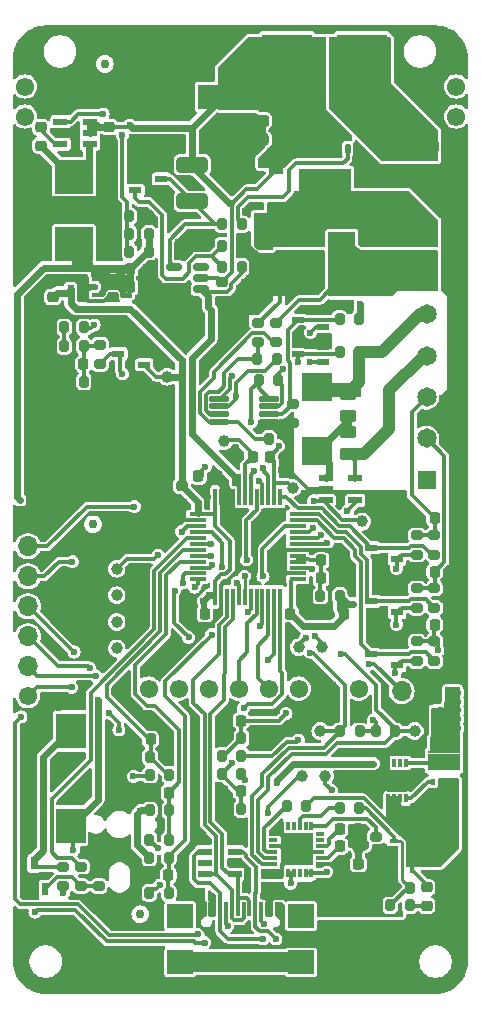
<source format=gbr>
%TF.GenerationSoftware,KiCad,Pcbnew,8.0.6*%
%TF.CreationDate,2024-11-14T19:13:27+01:00*%
%TF.ProjectId,AxxSolder,41787853-6f6c-4646-9572-2e6b69636164,rev?*%
%TF.SameCoordinates,Original*%
%TF.FileFunction,Copper,L2,Bot*%
%TF.FilePolarity,Positive*%
%FSLAX46Y46*%
G04 Gerber Fmt 4.6, Leading zero omitted, Abs format (unit mm)*
G04 Created by KiCad (PCBNEW 8.0.6) date 2024-11-14 19:13:27*
%MOMM*%
%LPD*%
G01*
G04 APERTURE LIST*
G04 Aperture macros list*
%AMRoundRect*
0 Rectangle with rounded corners*
0 $1 Rounding radius*
0 $2 $3 $4 $5 $6 $7 $8 $9 X,Y pos of 4 corners*
0 Add a 4 corners polygon primitive as box body*
4,1,4,$2,$3,$4,$5,$6,$7,$8,$9,$2,$3,0*
0 Add four circle primitives for the rounded corners*
1,1,$1+$1,$2,$3*
1,1,$1+$1,$4,$5*
1,1,$1+$1,$6,$7*
1,1,$1+$1,$8,$9*
0 Add four rect primitives between the rounded corners*
20,1,$1+$1,$2,$3,$4,$5,0*
20,1,$1+$1,$4,$5,$6,$7,0*
20,1,$1+$1,$6,$7,$8,$9,0*
20,1,$1+$1,$8,$9,$2,$3,0*%
G04 Aperture macros list end*
%TA.AperFunction,ComponentPad*%
%ADD10C,1.550000*%
%TD*%
%TA.AperFunction,SMDPad,CuDef*%
%ADD11RoundRect,0.225000X0.225000X0.250000X-0.225000X0.250000X-0.225000X-0.250000X0.225000X-0.250000X0*%
%TD*%
%TA.AperFunction,SMDPad,CuDef*%
%ADD12R,3.200000X2.850000*%
%TD*%
%TA.AperFunction,SMDPad,CuDef*%
%ADD13R,0.400000X0.550000*%
%TD*%
%TA.AperFunction,SMDPad,CuDef*%
%ADD14R,0.400000X0.410000*%
%TD*%
%TA.AperFunction,SMDPad,CuDef*%
%ADD15R,2.750000X1.470000*%
%TD*%
%TA.AperFunction,SMDPad,CuDef*%
%ADD16R,2.750000X0.250000*%
%TD*%
%TA.AperFunction,SMDPad,CuDef*%
%ADD17C,1.000000*%
%TD*%
%TA.AperFunction,ComponentPad*%
%ADD18R,1.650000X1.650000*%
%TD*%
%TA.AperFunction,ComponentPad*%
%ADD19C,1.650000*%
%TD*%
%TA.AperFunction,SMDPad,CuDef*%
%ADD20R,1.050000X0.600000*%
%TD*%
%TA.AperFunction,SMDPad,CuDef*%
%ADD21RoundRect,0.200000X-0.200000X-0.275000X0.200000X-0.275000X0.200000X0.275000X-0.200000X0.275000X0*%
%TD*%
%TA.AperFunction,SMDPad,CuDef*%
%ADD22R,0.300000X1.475000*%
%TD*%
%TA.AperFunction,SMDPad,CuDef*%
%ADD23R,1.475000X0.300000*%
%TD*%
%TA.AperFunction,ComponentPad*%
%ADD24R,1.700000X1.700000*%
%TD*%
%TA.AperFunction,ComponentPad*%
%ADD25O,1.700000X1.700000*%
%TD*%
%TA.AperFunction,SMDPad,CuDef*%
%ADD26RoundRect,0.200000X0.275000X-0.200000X0.275000X0.200000X-0.275000X0.200000X-0.275000X-0.200000X0*%
%TD*%
%TA.AperFunction,SMDPad,CuDef*%
%ADD27C,0.750000*%
%TD*%
%TA.AperFunction,SMDPad,CuDef*%
%ADD28RoundRect,0.200000X0.200000X0.275000X-0.200000X0.275000X-0.200000X-0.275000X0.200000X-0.275000X0*%
%TD*%
%TA.AperFunction,SMDPad,CuDef*%
%ADD29RoundRect,0.225000X-0.225000X-0.250000X0.225000X-0.250000X0.225000X0.250000X-0.225000X0.250000X0*%
%TD*%
%TA.AperFunction,SMDPad,CuDef*%
%ADD30RoundRect,0.225000X0.250000X-0.225000X0.250000X0.225000X-0.250000X0.225000X-0.250000X-0.225000X0*%
%TD*%
%TA.AperFunction,SMDPad,CuDef*%
%ADD31RoundRect,0.125000X-0.125000X0.300000X-0.125000X-0.300000X0.125000X-0.300000X0.125000X0.300000X0*%
%TD*%
%TA.AperFunction,SMDPad,CuDef*%
%ADD32R,4.410000X4.550000*%
%TD*%
%TA.AperFunction,SMDPad,CuDef*%
%ADD33RoundRect,0.200000X-0.275000X0.200000X-0.275000X-0.200000X0.275000X-0.200000X0.275000X0.200000X0*%
%TD*%
%TA.AperFunction,SMDPad,CuDef*%
%ADD34R,1.200000X1.200000*%
%TD*%
%TA.AperFunction,SMDPad,CuDef*%
%ADD35R,2.500000X3.000000*%
%TD*%
%TA.AperFunction,SMDPad,CuDef*%
%ADD36RoundRect,0.250000X0.450000X-0.262500X0.450000X0.262500X-0.450000X0.262500X-0.450000X-0.262500X0*%
%TD*%
%TA.AperFunction,SMDPad,CuDef*%
%ADD37R,1.120000X1.220000*%
%TD*%
%TA.AperFunction,SMDPad,CuDef*%
%ADD38RoundRect,0.125000X0.687500X0.125000X-0.687500X0.125000X-0.687500X-0.125000X0.687500X-0.125000X0*%
%TD*%
%TA.AperFunction,SMDPad,CuDef*%
%ADD39RoundRect,0.150000X0.512500X0.150000X-0.512500X0.150000X-0.512500X-0.150000X0.512500X-0.150000X0*%
%TD*%
%TA.AperFunction,SMDPad,CuDef*%
%ADD40RoundRect,0.250000X-1.075000X0.400000X-1.075000X-0.400000X1.075000X-0.400000X1.075000X0.400000X0*%
%TD*%
%TA.AperFunction,SMDPad,CuDef*%
%ADD41R,1.050000X0.500000*%
%TD*%
%TA.AperFunction,SMDPad,CuDef*%
%ADD42R,1.900000X3.450000*%
%TD*%
%TA.AperFunction,SMDPad,CuDef*%
%ADD43R,0.300000X1.150000*%
%TD*%
%TA.AperFunction,SMDPad,CuDef*%
%ADD44R,2.180000X2.000000*%
%TD*%
%TA.AperFunction,SMDPad,CuDef*%
%ADD45RoundRect,0.225000X-0.250000X0.225000X-0.250000X-0.225000X0.250000X-0.225000X0.250000X0.225000X0*%
%TD*%
%TA.AperFunction,SMDPad,CuDef*%
%ADD46R,1.220000X1.120000*%
%TD*%
%TA.AperFunction,SMDPad,CuDef*%
%ADD47R,0.300000X0.800000*%
%TD*%
%TA.AperFunction,SMDPad,CuDef*%
%ADD48R,0.800000X0.300000*%
%TD*%
%TA.AperFunction,SMDPad,CuDef*%
%ADD49R,2.700000X2.700000*%
%TD*%
%TA.AperFunction,SMDPad,CuDef*%
%ADD50R,0.750000X0.400000*%
%TD*%
%TA.AperFunction,SMDPad,CuDef*%
%ADD51R,0.400000X0.530000*%
%TD*%
%TA.AperFunction,SMDPad,CuDef*%
%ADD52R,2.400000X2.450000*%
%TD*%
%TA.AperFunction,SMDPad,CuDef*%
%ADD53R,0.300000X0.750000*%
%TD*%
%TA.AperFunction,SMDPad,CuDef*%
%ADD54R,1.730000X1.850000*%
%TD*%
%TA.AperFunction,SMDPad,CuDef*%
%ADD55R,4.250000X2.100000*%
%TD*%
%TA.AperFunction,SMDPad,CuDef*%
%ADD56R,4.240000X3.810000*%
%TD*%
%TA.AperFunction,SMDPad,CuDef*%
%ADD57R,0.600000X1.050000*%
%TD*%
%TA.AperFunction,SMDPad,CuDef*%
%ADD58R,1.200000X0.600000*%
%TD*%
%TA.AperFunction,SMDPad,CuDef*%
%ADD59R,2.500000X2.400000*%
%TD*%
%TA.AperFunction,SMDPad,CuDef*%
%ADD60R,0.600000X0.350000*%
%TD*%
%TA.AperFunction,SMDPad,CuDef*%
%ADD61R,1.100000X1.700000*%
%TD*%
%TA.AperFunction,ViaPad*%
%ADD62C,0.600000*%
%TD*%
%TA.AperFunction,Conductor*%
%ADD63C,0.300000*%
%TD*%
%TA.AperFunction,Conductor*%
%ADD64C,0.600000*%
%TD*%
%TA.AperFunction,Conductor*%
%ADD65C,1.000000*%
%TD*%
%TA.AperFunction,Conductor*%
%ADD66C,0.400000*%
%TD*%
%TA.AperFunction,Conductor*%
%ADD67C,2.000000*%
%TD*%
%TA.AperFunction,Conductor*%
%ADD68C,0.350000*%
%TD*%
%TA.AperFunction,Conductor*%
%ADD69C,1.200000*%
%TD*%
%TA.AperFunction,Conductor*%
%ADD70C,1.500000*%
%TD*%
%TA.AperFunction,Conductor*%
%ADD71C,0.250000*%
%TD*%
%TA.AperFunction,Conductor*%
%ADD72C,0.220000*%
%TD*%
%TA.AperFunction,Conductor*%
%ADD73C,1.700000*%
%TD*%
G04 APERTURE END LIST*
D10*
%TO.P,J7,1,Pin_1*%
%TO.N,/SPI_CS*%
X172720000Y-123900000D03*
%TO.P,J7,2,Pin_2*%
%TO.N,/SPI_DC*%
X175260000Y-123900000D03*
%TO.P,J7,3,Pin_3*%
%TO.N,/SPI_RST*%
X177800000Y-123900000D03*
%TO.P,J7,4,Pin_4*%
%TO.N,/SPI_MOSI*%
X180340000Y-123900000D03*
%TO.P,J7,5,Pin_5*%
%TO.N,/SPI_SCK*%
X182880000Y-123900000D03*
%TO.P,J7,6,Pin_6*%
%TO.N,+3.3V*%
X185420000Y-123900000D03*
%TO.P,J7,7,Pin_7*%
%TO.N,GND*%
X187960000Y-123900000D03*
%TO.P,J7,8,Pin_8*%
%TO.N,/SD_CS*%
X190500000Y-123900000D03*
%TD*%
%TO.P,TP13,1,1*%
%TO.N,/USART_RX*%
X162500000Y-124550000D03*
%TD*%
D11*
%TO.P,C23,1*%
%TO.N,/SW3*%
X180525000Y-126600000D03*
%TO.P,C23,2*%
%TO.N,GND*%
X178975000Y-126600000D03*
%TD*%
D12*
%TO.P,L1,1*%
%TO.N,Net-(IC3-SW)*%
X166400000Y-80550000D03*
%TO.P,L1,2*%
%TO.N,+7.5V*%
X166400000Y-86250000D03*
%TD*%
D13*
%TO.P,Q2,1,S*%
%TO.N,/VDD_IN_USBCPD*%
X198700000Y-131790000D03*
X198050000Y-131790000D03*
X197400000Y-131790000D03*
%TO.P,Q2,4,G*%
%TO.N,Net-(IC7-GATE)*%
X196750000Y-131790000D03*
D14*
%TO.P,Q2,5,D*%
%TO.N,/VDD_IN*%
X198700000Y-128920000D03*
X198050000Y-128920000D03*
D15*
X197725000Y-130110000D03*
D16*
X197725000Y-129250000D03*
D14*
X197400000Y-128920000D03*
X196750000Y-128920000D03*
%TD*%
D17*
%TO.P,TP2,1,1*%
%TO.N,/CC2_*%
X185427179Y-120400000D03*
%TD*%
%TO.P,TP6,1,1*%
%TO.N,/USR2*%
X170000000Y-116000000D03*
%TD*%
D11*
%TO.P,C6,1*%
%TO.N,/CURRENT*%
X181525000Y-104250000D03*
%TO.P,C6,2*%
%TO.N,GND*%
X179975000Y-104250000D03*
%TD*%
D18*
%TO.P,J2,1,1*%
%TO.N,/S_sense*%
X196250000Y-106200000D03*
D19*
%TO.P,J2,2,2*%
%TO.N,/H_sense2*%
X196250000Y-102700000D03*
%TO.P,J2,3,3*%
%TO.N,/H_sense1*%
X196250000Y-99200000D03*
%TO.P,J2,4,4*%
%TO.N,Earth*%
X196250000Y-95700000D03*
%TO.P,J2,5,5*%
%TO.N,/GREEN*%
X196250000Y-92200000D03*
%TO.P,J2,6,6*%
%TO.N,/BLUE*%
X196250000Y-88700000D03*
%TO.P,J2,7,7*%
%TO.N,/RED*%
X196250000Y-85200000D03*
%TO.P,J2,8,8*%
%TO.N,GND*%
X196250000Y-81700000D03*
%TO.P,J2,9,9*%
%TO.N,/VDD_IN*%
X196250000Y-78200000D03*
%TD*%
D17*
%TO.P,TP9,1,1*%
%TO.N,/I_LEAK*%
X190800000Y-109750000D03*
%TD*%
D20*
%TO.P,D6,1,A*%
%TO.N,GND*%
X193762500Y-115535000D03*
%TO.P,D6,2,K*%
%TO.N,+3.3V*%
X193762500Y-117435000D03*
%TO.P,D6,3,common*%
%TO.N,/Handle_inp2*%
X191562500Y-116485000D03*
%TD*%
D21*
%TO.P,R30,1*%
%TO.N,/SW1*%
X172825000Y-129700000D03*
%TO.P,R30,2*%
%TO.N,GND*%
X174475000Y-129700000D03*
%TD*%
%TO.P,R7,1*%
%TO.N,Net-(IC3-FB)*%
X171075000Y-85400000D03*
%TO.P,R7,2*%
%TO.N,+7.5V*%
X172725000Y-85400000D03*
%TD*%
D22*
%TO.P,IC4,1,VBAT*%
%TO.N,+3.3V*%
X178350000Y-107662000D03*
%TO.P,IC4,2,PC13*%
%TO.N,GND*%
X178850000Y-107662000D03*
%TO.P,IC4,3,PC14_-_OSC32_IN*%
X179350000Y-107662000D03*
%TO.P,IC4,4,PC15_-_OSC32_OUT*%
X179850000Y-107662000D03*
%TO.P,IC4,5,PF0_-_OSC_IN*%
%TO.N,/Heater*%
X180350000Y-107662000D03*
%TO.P,IC4,6,PF1_-_OSC_OUT*%
%TO.N,/CURRENT*%
X180850000Y-107662000D03*
%TO.P,IC4,7,PG10_-_NRST*%
%TO.N,/NRST*%
X181350000Y-107662000D03*
%TO.P,IC4,8,PA0*%
%TO.N,/ENC_A*%
X181850000Y-107662000D03*
%TO.P,IC4,9,PA1*%
%TO.N,/I_LEAK*%
X182350000Y-107662000D03*
%TO.P,IC4,10,PA2*%
%TO.N,/VBUS_IN*%
X182850000Y-107662000D03*
%TO.P,IC4,11,PA3*%
%TO.N,/TC*%
X183350000Y-107662000D03*
%TO.P,IC4,12,PA4*%
%TO.N,/Handle_inp1*%
X183850000Y-107662000D03*
D23*
%TO.P,IC4,13,PA5*%
%TO.N,/Handle_inp2*%
X185338000Y-109150000D03*
%TO.P,IC4,14,PA6*%
%TO.N,/Stand_inp*%
X185338000Y-109650000D03*
%TO.P,IC4,15,PA7*%
%TO.N,/SW2*%
X185338000Y-110150000D03*
%TO.P,IC4,16,PB0*%
%TO.N,/USR2*%
X185338000Y-110650000D03*
%TO.P,IC4,17,PB1*%
%TO.N,/USR3*%
X185338000Y-111150000D03*
%TO.P,IC4,18,PB2*%
%TO.N,/USR4*%
X185338000Y-111650000D03*
%TO.P,IC4,19,VSSA*%
%TO.N,GND*%
X185338000Y-112150000D03*
%TO.P,IC4,20,VREF+*%
%TO.N,/VCCA*%
X185338000Y-112650000D03*
%TO.P,IC4,21,VDDA*%
X185338000Y-113150000D03*
%TO.P,IC4,22,PB10*%
%TO.N,/SD_CS*%
X185338000Y-113650000D03*
%TO.P,IC4,23,VSS_1*%
%TO.N,GND*%
X185338000Y-114150000D03*
%TO.P,IC4,24,VDD_1*%
%TO.N,+3.3V*%
X185338000Y-114650000D03*
D22*
%TO.P,IC4,25,PB11*%
%TO.N,/SPI_DC*%
X183850000Y-116138000D03*
%TO.P,IC4,26,PB12*%
%TO.N,/SPI_RST*%
X183350000Y-116138000D03*
%TO.P,IC4,27,PB13*%
%TO.N,/SPI_SCK*%
X182850000Y-116138000D03*
%TO.P,IC4,28,PB14*%
%TO.N,/SPI_CS*%
X182350000Y-116138000D03*
%TO.P,IC4,29,PB15*%
%TO.N,/SPI_MOSI*%
X181850000Y-116138000D03*
%TO.P,IC4,30,PA8*%
%TO.N,/USR1*%
X181350000Y-116138000D03*
%TO.P,IC4,31,PA9*%
%TO.N,/USART_TX*%
X180850000Y-116138000D03*
%TO.P,IC4,32,PA10*%
%TO.N,/USART_RX*%
X180350000Y-116138000D03*
%TO.P,IC4,33,PA11*%
%TO.N,/USB_D-*%
X179850000Y-116138000D03*
%TO.P,IC4,34,PA12*%
%TO.N,/USB_D+*%
X179350000Y-116138000D03*
%TO.P,IC4,35,VSS_2*%
%TO.N,GND*%
X178850000Y-116138000D03*
%TO.P,IC4,36,VDD_2*%
%TO.N,+3.3V*%
X178350000Y-116138000D03*
D23*
%TO.P,IC4,37,PA13*%
%TO.N,/SWDIO*%
X176862000Y-114650000D03*
%TO.P,IC4,38,PA14*%
%TO.N,/SWCLK*%
X176862000Y-114150000D03*
%TO.P,IC4,39,PA15*%
%TO.N,/SCL*%
X176862000Y-113650000D03*
%TO.P,IC4,40,PB3*%
%TO.N,/ENC_B*%
X176862000Y-113150000D03*
%TO.P,IC4,41,PB4*%
%TO.N,/CC2_*%
X176862000Y-112650000D03*
%TO.P,IC4,42,PB5*%
%TO.N,/SW1*%
X176862000Y-112150000D03*
%TO.P,IC4,43,PB6*%
%TO.N,/CC1_*%
X176862000Y-111650000D03*
%TO.P,IC4,44,PB7*%
%TO.N,/Buzzer*%
X176862000Y-111150000D03*
%TO.P,IC4,45,PB8-BOOT0*%
%TO.N,/SW3*%
X176862000Y-110650000D03*
%TO.P,IC4,46,PB9*%
%TO.N,/SDA*%
X176862000Y-110150000D03*
%TO.P,IC4,47,VSS_3*%
%TO.N,GND*%
X176862000Y-109650000D03*
%TO.P,IC4,48,VDD_3*%
%TO.N,+3.3V*%
X176862000Y-109150000D03*
%TD*%
D24*
%TO.P,J3,1,Pin_1*%
%TO.N,GND*%
X196675000Y-124100000D03*
D25*
%TO.P,J3,2,Pin_2*%
%TO.N,/USR4*%
X194135000Y-124100000D03*
%TD*%
D26*
%TO.P,R37,1*%
%TO.N,Net-(Q3-G)*%
X168500000Y-140625000D03*
%TO.P,R37,2*%
%TO.N,GND*%
X168500000Y-138975000D03*
%TD*%
D21*
%TO.P,FB1,1*%
%TO.N,/VCCA*%
X187250000Y-116050000D03*
%TO.P,FB1,2*%
%TO.N,+3.3V*%
X188900000Y-116050000D03*
%TD*%
%TO.P,R8,1*%
%TO.N,Net-(IC3-FB)*%
X171075000Y-86900000D03*
%TO.P,R8,2*%
%TO.N,+7.5V*%
X172725000Y-86900000D03*
%TD*%
%TO.P,R15,1*%
%TO.N,Net-(IC6-VBUS_EN_SNK)*%
X188875000Y-134050000D03*
%TO.P,R15,2*%
%TO.N,Net-(Q1-G)*%
X190525000Y-134050000D03*
%TD*%
D26*
%TO.P,R25,1*%
%TO.N,/Handle_inp2*%
X196912500Y-117060000D03*
%TO.P,R25,2*%
%TO.N,/H_sense2*%
X196912500Y-115410000D03*
%TD*%
D27*
%TO.P,FID3,*%
%TO.N,*%
X169000000Y-71000000D03*
%TD*%
D28*
%TO.P,R11,1*%
%TO.N,GND*%
X172725000Y-83900000D03*
%TO.P,R11,2*%
%TO.N,Net-(IC3-FB)*%
X171075000Y-83900000D03*
%TD*%
D29*
%TO.P,C11,1*%
%TO.N,/VBUS*%
X188925000Y-138750000D03*
%TO.P,C11,2*%
%TO.N,GND*%
X190475000Y-138750000D03*
%TD*%
D11*
%TO.P,C7,1*%
%TO.N,GND*%
X172675000Y-89900000D03*
%TO.P,C7,2*%
%TO.N,+7.5V*%
X171125000Y-89900000D03*
%TD*%
D30*
%TO.P,C5,1*%
%TO.N,GND*%
X169400000Y-77900000D03*
%TO.P,C5,2*%
%TO.N,VDD*%
X169400000Y-76350000D03*
%TD*%
D31*
%TO.P,Q4,1,S*%
%TO.N,VDD*%
X188285000Y-78200000D03*
X187015000Y-78200000D03*
X185745000Y-78200000D03*
%TO.P,Q4,4,G*%
%TO.N,Net-(Q4-G)*%
X189555000Y-78200000D03*
D32*
%TO.P,Q4,5,D*%
%TO.N,/RED*%
X187650000Y-82150000D03*
%TD*%
D24*
%TO.P,J4,1,Pin_1*%
%TO.N,GND*%
X162500000Y-109310000D03*
D25*
%TO.P,J4,2,Pin_2*%
%TO.N,+3.3V*%
X162500000Y-111850000D03*
%TO.P,J4,3,Pin_3*%
%TO.N,/NRST*%
X162500000Y-114390000D03*
%TO.P,J4,4,Pin_4*%
%TO.N,/SWCLK*%
X162500000Y-116930000D03*
%TO.P,J4,5,Pin_5*%
%TO.N,/SWDIO*%
X162500000Y-119470000D03*
%TO.P,J4,6,Pin_6*%
%TO.N,/USART_TX*%
X162500000Y-122010000D03*
%TD*%
D29*
%TO.P,C16,1*%
%TO.N,+3.3V*%
X184725000Y-117550000D03*
%TO.P,C16,2*%
%TO.N,GND*%
X186275000Y-117550000D03*
%TD*%
D33*
%TO.P,R28,1*%
%TO.N,Net-(C24-Pad1)*%
X168600000Y-94775000D03*
%TO.P,R28,2*%
%TO.N,/VBUS_IN*%
X168600000Y-96425000D03*
%TD*%
D30*
%TO.P,C30,1*%
%TO.N,GND*%
X178950000Y-91050000D03*
%TO.P,C30,2*%
%TO.N,VDD*%
X178950000Y-89500000D03*
%TD*%
D28*
%TO.P,R52,1*%
%TO.N,Net-(Q4-G)*%
X180600000Y-84575000D03*
%TO.P,R52,2*%
%TO.N,Net-(Q5-D)*%
X178950000Y-84575000D03*
%TD*%
D33*
%TO.P,R14,1*%
%TO.N,Net-(IC6-VBUS_VS_DISCH)*%
X191950000Y-136425000D03*
%TO.P,R14,2*%
%TO.N,/VBUS*%
X191950000Y-138075000D03*
%TD*%
D21*
%TO.P,R46,1*%
%TO.N,/SW3*%
X178925000Y-129600000D03*
%TO.P,R46,2*%
%TO.N,Net-(R46-Pad2)*%
X180575000Y-129600000D03*
%TD*%
D34*
%TO.P,D10,1*%
%TO.N,/RED*%
X186800000Y-85800000D03*
%TO.P,D10,2*%
%TO.N,/BLUE*%
X189600000Y-85800000D03*
%TD*%
D21*
%TO.P,R36,1*%
%TO.N,+3.3V*%
X172775000Y-138200000D03*
%TO.P,R36,2*%
%TO.N,/ENC_A*%
X174425000Y-138200000D03*
%TD*%
D35*
%TO.P,LS1,1,-*%
%TO.N,Net-(LS1--)*%
X166100000Y-127500000D03*
%TO.P,LS1,2,+*%
%TO.N,+7.5V*%
X166100000Y-135500000D03*
%TD*%
D17*
%TO.P,TP15,1,1*%
%TO.N,/SCL*%
X187250000Y-127500000D03*
%TD*%
D29*
%TO.P,C35,1*%
%TO.N,GND*%
X182450000Y-75800000D03*
%TO.P,C35,2*%
%TO.N,VDD*%
X184000000Y-75800000D03*
%TD*%
D17*
%TO.P,TP8,1,1*%
%TO.N,/CC2*%
X185700000Y-131300000D03*
%TD*%
D28*
%TO.P,R16,1*%
%TO.N,/SW1*%
X174475000Y-131200000D03*
%TO.P,R16,2*%
%TO.N,/S1*%
X172825000Y-131200000D03*
%TD*%
D36*
%TO.P,R45,1*%
%TO.N,Earth*%
X189600000Y-104025000D03*
%TO.P,R45,2*%
%TO.N,Net-(IC9-IN+)*%
X189600000Y-102200000D03*
%TD*%
D37*
%TO.P,D3,1,K*%
%TO.N,/VBUS*%
X189000000Y-141200000D03*
%TO.P,D3,2,A*%
%TO.N,GND*%
X189000000Y-144200000D03*
%TD*%
D17*
%TO.P,TP4,1,1*%
%TO.N,/USR1*%
X170000000Y-113750000D03*
%TD*%
D28*
%TO.P,R1,1*%
%TO.N,/RED*%
X190525000Y-92600000D03*
%TO.P,R1,2*%
%TO.N,Net-(IC2A-+)*%
X188875000Y-92600000D03*
%TD*%
%TO.P,R32,1*%
%TO.N,/SW3*%
X180575000Y-128100000D03*
%TO.P,R32,2*%
%TO.N,GND*%
X178925000Y-128100000D03*
%TD*%
D11*
%TO.P,C14,1*%
%TO.N,GND*%
X178475000Y-105900000D03*
%TO.P,C14,2*%
%TO.N,/NRST*%
X176925000Y-105900000D03*
%TD*%
D26*
%TO.P,R23,1*%
%TO.N,+7.5V*%
X165500000Y-140625000D03*
%TO.P,R23,2*%
%TO.N,Net-(LS1--)*%
X165500000Y-138975000D03*
%TD*%
D38*
%TO.P,IC2,1*%
%TO.N,/TC*%
X182925000Y-99350000D03*
%TO.P,IC2,2,-*%
%TO.N,Net-(IC2A--)*%
X182925000Y-100000000D03*
%TO.P,IC2,3,+*%
%TO.N,Net-(IC2A-+)*%
X182925000Y-100650000D03*
%TO.P,IC2,4,V-*%
%TO.N,GND*%
X182925000Y-101300000D03*
%TO.P,IC2,5,+*%
%TO.N,Net-(IC2B-+)*%
X178700000Y-101300000D03*
%TO.P,IC2,6,-*%
%TO.N,Net-(IC2B--)*%
X178700000Y-100650000D03*
%TO.P,IC2,7*%
%TO.N,/CURRENT*%
X178700000Y-100000000D03*
%TO.P,IC2,8,V+*%
%TO.N,+3.3V*%
X178700000Y-99350000D03*
%TD*%
D29*
%TO.P,C19,1*%
%TO.N,/VCCA*%
X187300000Y-114550000D03*
%TO.P,C19,2*%
%TO.N,GND*%
X188850000Y-114550000D03*
%TD*%
D39*
%TO.P,U1,1,NC*%
%TO.N,unconnected-(U1-NC-Pad1)*%
X177175000Y-88200000D03*
%TO.P,U1,2,Vdd*%
%TO.N,VDD*%
X177175000Y-89150000D03*
%TO.P,U1,3,IN*%
%TO.N,/Heater*%
X177175000Y-90100000D03*
%TO.P,U1,4,GND*%
%TO.N,GND*%
X174900000Y-90100000D03*
%TO.P,U1,5,~{OUT}*%
%TO.N,Net-(Q5-D)*%
X174900000Y-88200000D03*
%TD*%
D28*
%TO.P,R31,1*%
%TO.N,/SW2*%
X180575000Y-134100000D03*
%TO.P,R31,2*%
%TO.N,GND*%
X178925000Y-134100000D03*
%TD*%
D20*
%TO.P,D8,1,A*%
%TO.N,GND*%
X193762500Y-120035000D03*
%TO.P,D8,2,K*%
%TO.N,+3.3V*%
X193762500Y-121935000D03*
%TO.P,D8,3,common*%
%TO.N,/Stand_inp*%
X191562500Y-120985000D03*
%TD*%
D26*
%TO.P,R18,1*%
%TO.N,+3.3V*%
X195412500Y-121560000D03*
%TO.P,R18,2*%
%TO.N,/S_sense*%
X195412500Y-119910000D03*
%TD*%
D33*
%TO.P,R34,1*%
%TO.N,/Buzzer*%
X167000000Y-138975000D03*
%TO.P,R34,2*%
%TO.N,Net-(Q3-G)*%
X167000000Y-140625000D03*
%TD*%
D27*
%TO.P,FID1,*%
%TO.N,*%
X168000000Y-110000000D03*
%TD*%
D11*
%TO.P,C8,1*%
%TO.N,GND*%
X172675000Y-88400000D03*
%TO.P,C8,2*%
%TO.N,+7.5V*%
X171125000Y-88400000D03*
%TD*%
%TO.P,C25,1*%
%TO.N,/S_sense*%
X196937500Y-118485000D03*
%TO.P,C25,2*%
%TO.N,GND*%
X195387500Y-118485000D03*
%TD*%
D17*
%TO.P,TP16,1,1*%
%TO.N,/SDA*%
X195250000Y-127500000D03*
%TD*%
D21*
%TO.P,R26,1*%
%TO.N,/SCL*%
X188925000Y-127500000D03*
%TO.P,R26,2*%
%TO.N,+3.3V*%
X190575000Y-127500000D03*
%TD*%
D40*
%TO.P,R51,1*%
%TO.N,VDD*%
X176400000Y-79550000D03*
%TO.P,R51,2*%
%TO.N,Net-(Q5-D)*%
X176400000Y-82650000D03*
%TD*%
D26*
%TO.P,R22,1*%
%TO.N,/Handle_inp1*%
X196912500Y-112560000D03*
%TO.P,R22,2*%
%TO.N,/H_sense1*%
X196912500Y-110910000D03*
%TD*%
D20*
%TO.P,Q5,1,G*%
%TO.N,Net-(Q5-G)*%
X171600000Y-81700000D03*
%TO.P,Q5,2,S*%
%TO.N,GND*%
X171600000Y-79800000D03*
%TO.P,Q5,3,D*%
%TO.N,Net-(Q5-D)*%
X173800000Y-80750000D03*
%TD*%
D28*
%TO.P,R12,1*%
%TO.N,Net-(Q1-G)*%
X194825000Y-140750000D03*
%TO.P,R12,2*%
%TO.N,/VBUS*%
X193175000Y-140750000D03*
%TD*%
D41*
%TO.P,D2,1*%
%TO.N,GND*%
X187450000Y-94950000D03*
%TO.P,D2,2*%
%TO.N,+3.3V*%
X187450000Y-96250000D03*
%TO.P,D2,3*%
%TO.N,Net-(IC2A--)*%
X185350000Y-95600000D03*
%TD*%
D28*
%TO.P,R47,1*%
%TO.N,/ENC_B*%
X174425000Y-136700000D03*
%TO.P,R47,2*%
%TO.N,Net-(R47-Pad2)*%
X172775000Y-136700000D03*
%TD*%
D42*
%TO.P,R42,1*%
%TO.N,/BLUE*%
X189200000Y-89000000D03*
%TO.P,R42,2*%
%TO.N,GND*%
X183800000Y-89000000D03*
%TD*%
D28*
%TO.P,R10,1*%
%TO.N,/CURRENT*%
X183575000Y-96000000D03*
%TO.P,R10,2*%
%TO.N,Net-(IC2B--)*%
X181925000Y-96000000D03*
%TD*%
D29*
%TO.P,C34,1*%
%TO.N,GND*%
X182425000Y-77400000D03*
%TO.P,C34,2*%
%TO.N,VDD*%
X183975000Y-77400000D03*
%TD*%
D28*
%TO.P,R5,1*%
%TO.N,/GREEN*%
X190525000Y-95400000D03*
%TO.P,R5,2*%
%TO.N,Net-(IC2A--)*%
X188875000Y-95400000D03*
%TD*%
D43*
%TO.P,J1,A1,GND*%
%TO.N,GND*%
X183850000Y-142572000D03*
%TO.P,J1,A4,VBUS*%
%TO.N,/VBUS*%
X183050000Y-142572000D03*
%TO.P,J1,A5,CC1*%
%TO.N,/CC1*%
X181750000Y-142572000D03*
%TO.P,J1,A6,D+*%
%TO.N,/USB_D+*%
X180750000Y-142572000D03*
%TO.P,J1,A7,D-*%
%TO.N,/USB_D-*%
X180250000Y-142572000D03*
%TO.P,J1,A8,SBU1*%
%TO.N,/SWDIO*%
X179250000Y-142572000D03*
%TO.P,J1,A9,VBUS*%
%TO.N,/VBUS*%
X177950000Y-142572000D03*
%TO.P,J1,A12,GND*%
%TO.N,GND*%
X177150000Y-142572000D03*
%TO.P,J1,B1,GND*%
X177450000Y-142572000D03*
%TO.P,J1,B4,VBUS*%
%TO.N,/VBUS*%
X178250000Y-142572000D03*
%TO.P,J1,B5,CC2*%
%TO.N,/CC2*%
X178750000Y-142572000D03*
%TO.P,J1,B6,D+*%
%TO.N,/USB_D+*%
X179750000Y-142572000D03*
%TO.P,J1,B7,D-*%
%TO.N,/USB_D-*%
X181250000Y-142572000D03*
%TO.P,J1,B8,SBU2*%
%TO.N,/SWCLK*%
X182250000Y-142572000D03*
%TO.P,J1,B9,VBUS*%
%TO.N,/VBUS*%
X182750000Y-142572000D03*
%TO.P,J1,B12,GND*%
%TO.N,GND*%
X183550000Y-142572000D03*
D44*
%TO.P,J1,S1*%
%TO.N,N/C*%
X185610000Y-143147000D03*
X175390000Y-143147000D03*
%TO.P,J1,S2,SHIELD*%
%TO.N,unconnected-(J1-SHIELD-PadS2)*%
X185610000Y-147077000D03*
X175390000Y-147077000D03*
%TD*%
D28*
%TO.P,R33,1*%
%TO.N,Net-(C24-Pad1)*%
X167225000Y-97900000D03*
%TO.P,R33,2*%
%TO.N,GND*%
X165575000Y-97900000D03*
%TD*%
D17*
%TO.P,TP12,1,1*%
%TO.N,GND*%
X176600000Y-92500000D03*
%TD*%
D29*
%TO.P,C12,1*%
%TO.N,Net-(IC6-VREG_2V7)*%
X188925000Y-137240000D03*
%TO.P,C12,2*%
%TO.N,GND*%
X190475000Y-137240000D03*
%TD*%
D45*
%TO.P,C17,1*%
%TO.N,+3.3V*%
X175500000Y-106725000D03*
%TO.P,C17,2*%
%TO.N,GND*%
X175500000Y-108275000D03*
%TD*%
D29*
%TO.P,C13,1*%
%TO.N,Net-(IC6-VREG_1V2)*%
X188925000Y-135750000D03*
%TO.P,C13,2*%
%TO.N,GND*%
X190475000Y-135750000D03*
%TD*%
D30*
%TO.P,C2,1*%
%TO.N,+3.3V*%
X164600000Y-90750000D03*
%TO.P,C2,2*%
%TO.N,GND*%
X164600000Y-89200000D03*
%TD*%
D11*
%TO.P,C28,1*%
%TO.N,/ENC_B*%
X174425000Y-132700000D03*
%TO.P,C28,2*%
%TO.N,GND*%
X172875000Y-132700000D03*
%TD*%
D21*
%TO.P,R21,1*%
%TO.N,Net-(R21-Pad1)*%
X165575000Y-93300000D03*
%TO.P,R21,2*%
%TO.N,VDD*%
X167225000Y-93300000D03*
%TD*%
D29*
%TO.P,C21,1*%
%TO.N,/SW1*%
X172875000Y-128200000D03*
%TO.P,C21,2*%
%TO.N,GND*%
X174425000Y-128200000D03*
%TD*%
D26*
%TO.P,R29,1*%
%TO.N,/Stand_inp*%
X196912500Y-121560000D03*
%TO.P,R29,2*%
%TO.N,/S_sense*%
X196912500Y-119910000D03*
%TD*%
D21*
%TO.P,R17,1*%
%TO.N,Net-(IC6-DISCH)*%
X184425000Y-133800000D03*
%TO.P,R17,2*%
%TO.N,/VDD_IN_USBCPD*%
X186075000Y-133800000D03*
%TD*%
%TO.P,R50,1*%
%TO.N,Net-(Q5-G)*%
X178950000Y-86387500D03*
%TO.P,R50,2*%
%TO.N,GND*%
X180600000Y-86387500D03*
%TD*%
D11*
%TO.P,C29,1*%
%TO.N,/ENC_A*%
X174375000Y-139700000D03*
%TO.P,C29,2*%
%TO.N,GND*%
X172825000Y-139700000D03*
%TD*%
D46*
%TO.P,D4,1,K*%
%TO.N,VDD*%
X183500000Y-79850000D03*
%TO.P,D4,2,A*%
%TO.N,GND*%
X180500000Y-79850000D03*
%TD*%
D21*
%TO.P,R3,1*%
%TO.N,Net-(IC2B-+)*%
X182900000Y-102750000D03*
%TO.P,R3,2*%
%TO.N,GND*%
X184550000Y-102750000D03*
%TD*%
D47*
%TO.P,IC6,1,CC1DB*%
%TO.N,/CC1*%
X186500000Y-139500000D03*
%TO.P,IC6,2,CC1*%
X186000000Y-139500000D03*
%TO.P,IC6,3*%
%TO.N,N/C*%
X185500000Y-139500000D03*
%TO.P,IC6,4,CC2*%
%TO.N,/CC2*%
X185000000Y-139500000D03*
%TO.P,IC6,5,CC2DB*%
X184500000Y-139500000D03*
%TO.P,IC6,6,RESET*%
%TO.N,GND*%
X184000000Y-139500000D03*
D48*
%TO.P,IC6,7,SCL*%
%TO.N,/SCL*%
X183250000Y-138750000D03*
%TO.P,IC6,8,SDA*%
%TO.N,/SDA*%
X183250000Y-138250000D03*
%TO.P,IC6,9,DISCH*%
%TO.N,Net-(IC6-DISCH)*%
X183250000Y-137750000D03*
%TO.P,IC6,10,GND*%
%TO.N,GND*%
X183250000Y-137250000D03*
%TO.P,IC6,11*%
%TO.N,N/C*%
X183250000Y-136750000D03*
%TO.P,IC6,12,ADDR0*%
%TO.N,GND*%
X183250000Y-136250000D03*
D47*
%TO.P,IC6,13,ADDR1*%
X184000000Y-135500000D03*
%TO.P,IC6,14*%
%TO.N,N/C*%
X184500000Y-135500000D03*
%TO.P,IC6,15*%
X185000000Y-135500000D03*
%TO.P,IC6,16,VBUS_EN_SNK*%
%TO.N,Net-(IC6-VBUS_EN_SNK)*%
X185500000Y-135500000D03*
%TO.P,IC6,17*%
%TO.N,N/C*%
X186000000Y-135500000D03*
%TO.P,IC6,18,VBUS_VS_DISCH*%
%TO.N,Net-(IC6-VBUS_VS_DISCH)*%
X186500000Y-135500000D03*
D48*
%TO.P,IC6,19*%
%TO.N,N/C*%
X187250000Y-136250000D03*
%TO.P,IC6,20*%
X187250000Y-136750000D03*
%TO.P,IC6,21,VREG_1V2*%
%TO.N,Net-(IC6-VREG_1V2)*%
X187250000Y-137250000D03*
%TO.P,IC6,22,VSYS*%
%TO.N,GND*%
X187250000Y-137750000D03*
%TO.P,IC6,23,VREG_2V7*%
%TO.N,Net-(IC6-VREG_2V7)*%
X187250000Y-138250000D03*
%TO.P,IC6,24,VDD*%
%TO.N,/VBUS*%
X187250000Y-138750000D03*
D49*
%TO.P,IC6,25,EP*%
%TO.N,GND*%
X185250000Y-137500000D03*
%TD*%
D30*
%TO.P,C9,1*%
%TO.N,Net-(C9-Pad1)*%
X196250000Y-142275000D03*
%TO.P,C9,2*%
%TO.N,/VDD_IN_USBCPD*%
X196250000Y-140725000D03*
%TD*%
D17*
%TO.P,TP7,1,1*%
%TO.N,/CC1*%
X187650000Y-131300000D03*
%TD*%
D50*
%TO.P,Q1,1,S*%
%TO.N,/VBUS*%
X193475000Y-138725000D03*
X193475000Y-138075000D03*
X193475000Y-137425000D03*
%TO.P,Q1,4,G*%
%TO.N,Net-(Q1-G)*%
X193475000Y-136775000D03*
D51*
%TO.P,Q1,5,D*%
%TO.N,/VDD_IN_USBCPD*%
X195000000Y-139240000D03*
D52*
X195700000Y-137750000D03*
D51*
X195000000Y-136260000D03*
%TD*%
D17*
%TO.P,TP3,1,1*%
%TO.N,+3.3V*%
X174300000Y-97500000D03*
%TD*%
D11*
%TO.P,C22,1*%
%TO.N,/SW2*%
X180525000Y-132600000D03*
%TO.P,C22,2*%
%TO.N,GND*%
X178975000Y-132600000D03*
%TD*%
D53*
%TO.P,IC7,1,GATE*%
%TO.N,Net-(IC7-GATE)*%
X194500000Y-133200000D03*
%TO.P,IC7,2,SRC*%
%TO.N,/VDD_IN_USBCPD*%
X194000000Y-133200000D03*
%TO.P,IC7,3,IN*%
X193500000Y-133200000D03*
%TO.P,IC7,4,EN*%
X193000000Y-133200000D03*
%TO.P,IC7,5,GND*%
%TO.N,GND*%
X193000000Y-130200000D03*
%TO.P,IC7,6*%
%TO.N,N/C*%
X193500000Y-130200000D03*
%TO.P,IC7,7*%
X194000000Y-130200000D03*
%TO.P,IC7,8,OUT*%
%TO.N,/VDD_IN*%
X194500000Y-130200000D03*
D54*
%TO.P,IC7,9,EP*%
%TO.N,GND*%
X193750000Y-131700000D03*
%TD*%
D10*
%TO.P,J6,1,Pin_1*%
%TO.N,unconnected-(J6-Pin_1-Pad1)*%
X198750000Y-72925000D03*
%TO.P,J6,2,Pin_2*%
%TO.N,unconnected-(J6-Pin_2-Pad2)*%
X198750000Y-75465000D03*
%TD*%
D30*
%TO.P,C10,1*%
%TO.N,GND*%
X191000000Y-144175000D03*
%TO.P,C10,2*%
%TO.N,/VBUS*%
X191000000Y-142625000D03*
%TD*%
D28*
%TO.P,R49,1*%
%TO.N,/Heater*%
X180600000Y-88200000D03*
%TO.P,R49,2*%
%TO.N,Net-(Q5-G)*%
X178950000Y-88200000D03*
%TD*%
D11*
%TO.P,C15,1*%
%TO.N,+3.3V*%
X177475000Y-117550000D03*
%TO.P,C15,2*%
%TO.N,GND*%
X175925000Y-117550000D03*
%TD*%
D26*
%TO.P,R19,1*%
%TO.N,+3.3V*%
X195412500Y-117060000D03*
%TO.P,R19,2*%
%TO.N,/H_sense2*%
X195412500Y-115410000D03*
%TD*%
D55*
%TO.P,C37,1*%
%TO.N,VDD*%
X179000000Y-73800000D03*
%TO.P,C37,2*%
%TO.N,GND*%
X171700000Y-73800000D03*
%TD*%
D20*
%TO.P,D7,1,A*%
%TO.N,GND*%
X172350000Y-94600000D03*
%TO.P,D7,2,K*%
%TO.N,+3.3V*%
X172350000Y-96500000D03*
%TO.P,D7,3,common*%
%TO.N,/VBUS_IN*%
X170150000Y-95550000D03*
%TD*%
D29*
%TO.P,C4,1*%
%TO.N,/TC*%
X182950000Y-104250000D03*
%TO.P,C4,2*%
%TO.N,GND*%
X184500000Y-104250000D03*
%TD*%
D45*
%TO.P,C1,1*%
%TO.N,+7.5V*%
X169700000Y-89200000D03*
%TO.P,C1,2*%
%TO.N,GND*%
X169700000Y-90750000D03*
%TD*%
D21*
%TO.P,R9,1*%
%TO.N,/TC*%
X182025000Y-97800000D03*
%TO.P,R9,2*%
%TO.N,Net-(IC2A--)*%
X183675000Y-97800000D03*
%TD*%
D29*
%TO.P,C18,1*%
%TO.N,/VCCA*%
X187300000Y-113050000D03*
%TO.P,C18,2*%
%TO.N,GND*%
X188850000Y-113050000D03*
%TD*%
D11*
%TO.P,C24,1*%
%TO.N,Net-(C24-Pad1)*%
X167175000Y-96400000D03*
%TO.P,C24,2*%
%TO.N,GND*%
X165625000Y-96400000D03*
%TD*%
D17*
%TO.P,TP11,1,1*%
%TO.N,/TC*%
X184900000Y-106900000D03*
%TD*%
D41*
%TO.P,D1,1*%
%TO.N,GND*%
X187450000Y-92000000D03*
%TO.P,D1,2*%
%TO.N,+3.3V*%
X187450000Y-93300000D03*
%TO.P,D1,3*%
%TO.N,Net-(IC2A-+)*%
X185350000Y-92650000D03*
%TD*%
D21*
%TO.P,R43,1*%
%TO.N,/SW2*%
X178925000Y-131100000D03*
%TO.P,R43,2*%
%TO.N,Net-(R43-Pad2)*%
X180575000Y-131100000D03*
%TD*%
D56*
%TO.P,F1,1,1*%
%TO.N,VDD*%
X184410000Y-70400000D03*
%TO.P,F1,2*%
%TO.N,/VDD_IN*%
X190790000Y-70400000D03*
%TD*%
D17*
%TO.P,TP5,1,1*%
%TO.N,/USR3*%
X170000000Y-118250000D03*
%TD*%
D57*
%TO.P,Q3,1,G*%
%TO.N,Net-(Q3-G)*%
X163950000Y-140900000D03*
%TO.P,Q3,2,S*%
%TO.N,GND*%
X162050000Y-140900000D03*
%TO.P,Q3,3,D*%
%TO.N,Net-(LS1--)*%
X163000000Y-138700000D03*
%TD*%
D58*
%TO.P,IC3,1,CB*%
%TO.N,Net-(IC3-CB)*%
X165250000Y-77800000D03*
%TO.P,IC3,2,GND*%
%TO.N,GND*%
X165250000Y-76850000D03*
%TO.P,IC3,3,FB*%
%TO.N,Net-(IC3-FB)*%
X165250000Y-75900000D03*
%TO.P,IC3,4,EN*%
%TO.N,VDD*%
X167750000Y-75900000D03*
%TO.P,IC3,5,VIN*%
X167750000Y-76850000D03*
%TO.P,IC3,6,SW*%
%TO.N,Net-(IC3-SW)*%
X167750000Y-77800000D03*
%TD*%
%TO.P,IC9,1,OUT*%
%TO.N,/I_LEAK*%
X187700000Y-107950000D03*
%TO.P,IC9,2,GND*%
%TO.N,GND*%
X187700000Y-107000000D03*
%TO.P,IC9,3,IN+*%
%TO.N,Net-(IC9-IN+)*%
X187700000Y-106050000D03*
%TO.P,IC9,4,IN-*%
%TO.N,Earth*%
X190200000Y-106050000D03*
%TO.P,IC9,5,VS*%
%TO.N,+3.3V*%
X190200000Y-107950000D03*
%TD*%
D26*
%TO.P,R6,1*%
%TO.N,Net-(IC2B--)*%
X182000000Y-94575000D03*
%TO.P,R6,2*%
%TO.N,GND*%
X182000000Y-92925000D03*
%TD*%
D21*
%TO.P,R13,1*%
%TO.N,Net-(Q1-G)*%
X193175000Y-142250000D03*
%TO.P,R13,2*%
%TO.N,Net-(C9-Pad1)*%
X194825000Y-142250000D03*
%TD*%
D33*
%TO.P,R2,1*%
%TO.N,Net-(IC2A-+)*%
X184900000Y-99775000D03*
%TO.P,R2,2*%
%TO.N,GND*%
X184900000Y-101425000D03*
%TD*%
D59*
%TO.P,F2,1,1*%
%TO.N,Net-(IC9-IN+)*%
X187000000Y-103800000D03*
%TO.P,F2,2*%
%TO.N,/GREEN*%
X187000000Y-98400000D03*
%TD*%
D45*
%TO.P,C3,1*%
%TO.N,Net-(IC3-CB)*%
X163600000Y-76375000D03*
%TO.P,C3,2*%
%TO.N,Net-(IC3-SW)*%
X163600000Y-77925000D03*
%TD*%
D10*
%TO.P,J5,1,Pin_1*%
%TO.N,unconnected-(J5-Pin_1-Pad1)*%
X162250000Y-72925000D03*
%TO.P,J5,2,Pin_2*%
%TO.N,unconnected-(J5-Pin_2-Pad2)*%
X162250000Y-75465000D03*
%TD*%
D17*
%TO.P,TP10,1,1*%
%TO.N,/CURRENT*%
X179100000Y-102950000D03*
%TD*%
D11*
%TO.P,C26,1*%
%TO.N,/H_sense2*%
X196937500Y-113985000D03*
%TO.P,C26,2*%
%TO.N,GND*%
X195387500Y-113985000D03*
%TD*%
D20*
%TO.P,D5,1,A*%
%TO.N,GND*%
X193762500Y-111035000D03*
%TO.P,D5,2,K*%
%TO.N,+3.3V*%
X193762500Y-112935000D03*
%TO.P,D5,3,common*%
%TO.N,/Handle_inp1*%
X191562500Y-111985000D03*
%TD*%
D17*
%TO.P,TP14,1,1*%
%TO.N,/USR4*%
X170000000Y-120500000D03*
%TD*%
D28*
%TO.P,R35,1*%
%TO.N,/ENC_B*%
X174475000Y-134200000D03*
%TO.P,R35,2*%
%TO.N,+3.3V*%
X172825000Y-134200000D03*
%TD*%
D17*
%TO.P,TP1,1,1*%
%TO.N,/CC1_*%
X187372699Y-120395198D03*
%TD*%
D28*
%TO.P,R27,1*%
%TO.N,/SDA*%
X193575000Y-127500000D03*
%TO.P,R27,2*%
%TO.N,+3.3V*%
X191925000Y-127500000D03*
%TD*%
D26*
%TO.P,R20,1*%
%TO.N,+3.3V*%
X195412500Y-112560000D03*
%TO.P,R20,2*%
%TO.N,/H_sense1*%
X195412500Y-110910000D03*
%TD*%
D27*
%TO.P,FID2,*%
%TO.N,*%
X172000000Y-143000000D03*
%TD*%
D28*
%TO.P,R48,1*%
%TO.N,/ENC_A*%
X174425000Y-141200000D03*
%TO.P,R48,2*%
%TO.N,Net-(R48-Pad2)*%
X172775000Y-141200000D03*
%TD*%
D60*
%TO.P,IC1,1,OUT*%
%TO.N,+3.3V*%
X166100000Y-90550000D03*
%TO.P,IC1,2,SNS*%
X166100000Y-89900000D03*
%TO.P,IC1,3,GND_1*%
%TO.N,GND*%
X166100000Y-89250000D03*
%TO.P,IC1,4,EN*%
%TO.N,+7.5V*%
X168200000Y-89250000D03*
%TO.P,IC1,5,GND_2*%
%TO.N,GND*%
X168200000Y-89900000D03*
%TO.P,IC1,6,IN*%
%TO.N,+7.5V*%
X168200000Y-90550000D03*
D61*
%TO.P,IC1,7,EP*%
%TO.N,GND*%
X167150000Y-89900000D03*
%TD*%
D29*
%TO.P,C20,1*%
%TO.N,GND*%
X187725000Y-117550000D03*
%TO.P,C20,2*%
%TO.N,+3.3V*%
X189275000Y-117550000D03*
%TD*%
D33*
%TO.P,R4,1*%
%TO.N,/BLUE*%
X183500000Y-92925000D03*
%TO.P,R4,2*%
%TO.N,Net-(IC2B-+)*%
X183500000Y-94575000D03*
%TD*%
D28*
%TO.P,R24,1*%
%TO.N,Net-(C24-Pad1)*%
X167225000Y-94900000D03*
%TO.P,R24,2*%
%TO.N,Net-(R21-Pad1)*%
X165575000Y-94900000D03*
%TD*%
D36*
%TO.P,R44,1*%
%TO.N,Net-(IC9-IN+)*%
X189600000Y-100800000D03*
%TO.P,R44,2*%
%TO.N,/GREEN*%
X189600000Y-98975000D03*
%TD*%
D58*
%TO.P,IC5,1,IO1*%
%TO.N,/CC1*%
X180000000Y-137700000D03*
%TO.P,IC5,2,GND*%
%TO.N,GND*%
X180000000Y-138650000D03*
%TO.P,IC5,3,IO2*%
%TO.N,/USB_D-*%
X180000000Y-139600000D03*
%TO.P,IC5,4,IO3*%
%TO.N,/USB_D+*%
X177500000Y-139600000D03*
%TO.P,IC5,5,NC*%
%TO.N,unconnected-(IC5-NC-Pad5)*%
X177500000Y-138650000D03*
%TO.P,IC5,6,IO4*%
%TO.N,/CC2*%
X177500000Y-137700000D03*
%TD*%
D11*
%TO.P,C27,1*%
%TO.N,/H_sense1*%
X196937500Y-109485000D03*
%TO.P,C27,2*%
%TO.N,GND*%
X195387500Y-109485000D03*
%TD*%
D62*
%TO.N,/SPI_CS*%
X182125000Y-118625000D03*
%TO.N,+3.3V*%
X190037500Y-116700000D03*
X186400000Y-96275000D03*
X189550000Y-108850000D03*
X177859620Y-115959620D03*
X171500000Y-108500000D03*
X175500000Y-102500000D03*
X179741919Y-97430485D03*
X186400000Y-93750000D03*
X172000000Y-134300000D03*
X177350000Y-116469240D03*
X191750000Y-126550000D03*
X193569620Y-122615380D03*
X193700000Y-118485000D03*
X174300000Y-97500000D03*
X191750000Y-130250000D03*
X193700000Y-113735000D03*
X183550250Y-131850251D03*
%TO.N,/SWCLK*%
X177460268Y-145400000D03*
X182500000Y-143800000D03*
X163095552Y-142814791D03*
X166400000Y-120800000D03*
X175600000Y-114950000D03*
%TO.N,/SWDIO*%
X167710770Y-122150000D03*
X161900000Y-126300000D03*
X176894620Y-144706460D03*
X179400000Y-144000000D03*
X176600000Y-115300000D03*
%TO.N,/RED*%
X190625000Y-91375000D03*
%TO.N,/SPI_DC*%
X180750000Y-125550000D03*
%TO.N,/SPI_RST*%
X182800000Y-121500000D03*
%TO.N,GND*%
X176800000Y-133200000D03*
X185460336Y-94763100D03*
X180900000Y-80950000D03*
X162500000Y-81500000D03*
X173450000Y-126500000D03*
X179600000Y-127400000D03*
X180550000Y-144350000D03*
X165850000Y-130200000D03*
X193500000Y-80750000D03*
X176850000Y-68050000D03*
X176600000Y-93500000D03*
X161750000Y-85250000D03*
X179400000Y-78200000D03*
X176600000Y-91500000D03*
X173850000Y-68050000D03*
X172200000Y-75200000D03*
X173700000Y-72400000D03*
X164300000Y-102500000D03*
X174600000Y-68750000D03*
X163500000Y-104000000D03*
X161750000Y-83750000D03*
X186800000Y-126000000D03*
X162500000Y-82250000D03*
X161750000Y-82250000D03*
X195904352Y-114480648D03*
X175200000Y-86100000D03*
X187400000Y-94250000D03*
X186750000Y-89500000D03*
X161750000Y-84500000D03*
X179500000Y-80950000D03*
X182250000Y-89500000D03*
X175600000Y-139350000D03*
X183950000Y-105350000D03*
X170100000Y-68750000D03*
X174700000Y-84500000D03*
X162500000Y-85250000D03*
X163000000Y-140000000D03*
X192750000Y-80750000D03*
X177600000Y-68050000D03*
X186750000Y-87750000D03*
X166450000Y-117700000D03*
X162500000Y-80750000D03*
X171950000Y-132900000D03*
X163500000Y-104750000D03*
X186750000Y-90250000D03*
X167200000Y-117700000D03*
X192900000Y-111035000D03*
X170850000Y-68050000D03*
X180800000Y-78200000D03*
X187500000Y-126000000D03*
X165100000Y-125499998D03*
X162500000Y-83000000D03*
X191800000Y-132500000D03*
X172950000Y-72400000D03*
X173100000Y-68050000D03*
X182700000Y-125900000D03*
X195350000Y-131350000D03*
X178700000Y-78200000D03*
X194400000Y-128650000D03*
X191250000Y-125500000D03*
X164300000Y-104750000D03*
X172950000Y-75200000D03*
X174600000Y-68050000D03*
X161750000Y-81500000D03*
X181600000Y-80950000D03*
X193500000Y-80000000D03*
X180750000Y-89500000D03*
X191075000Y-137250000D03*
X186000000Y-90250000D03*
X192900000Y-115535000D03*
X166600000Y-132800000D03*
X185250000Y-88500000D03*
X197258409Y-122485000D03*
X176600000Y-92500000D03*
X162250000Y-133000000D03*
X186100000Y-121600000D03*
X191900000Y-146550000D03*
X170200000Y-130200000D03*
X181500000Y-90300000D03*
X174700000Y-111400000D03*
X186750000Y-88500000D03*
X177600000Y-68750000D03*
X173850000Y-68750000D03*
X180900000Y-83500000D03*
X195000000Y-80750000D03*
X180100735Y-103449265D03*
X173700000Y-75200000D03*
X185250000Y-87750000D03*
X186545379Y-112300000D03*
X186400000Y-92000000D03*
X161750000Y-80000000D03*
X194250000Y-80750000D03*
X194250000Y-80000000D03*
X185250000Y-89500000D03*
X188250000Y-126000000D03*
X183400000Y-139500000D03*
X162500000Y-83750000D03*
X186000000Y-88500000D03*
X195000000Y-80000000D03*
X175350000Y-68750000D03*
X171367566Y-138350000D03*
X177005000Y-141750000D03*
X180200000Y-80950000D03*
X177931739Y-118550000D03*
X164300000Y-103250000D03*
X192650000Y-146550000D03*
X180950000Y-140600000D03*
X164300000Y-104000000D03*
X166000000Y-112400000D03*
X192750000Y-80000000D03*
X172350000Y-68750000D03*
X170100000Y-68050000D03*
X177700000Y-107700000D03*
X169200000Y-142900000D03*
X161750000Y-83000000D03*
X193400000Y-146550000D03*
X174100000Y-112000000D03*
X182250000Y-90300000D03*
X166533958Y-76850000D03*
X185250000Y-90250000D03*
X192900000Y-120035000D03*
X195909340Y-110006840D03*
X175900000Y-86100000D03*
X171450000Y-72400000D03*
X168822368Y-77320902D03*
X189800000Y-113800000D03*
X191149953Y-135750047D03*
X191150000Y-132500000D03*
X180300000Y-113600000D03*
X169450000Y-130200000D03*
X184019998Y-143200000D03*
X176100000Y-68050000D03*
X195893750Y-118991250D03*
X180100000Y-78200000D03*
X172350000Y-68050000D03*
X167400000Y-132800000D03*
X180750000Y-90300000D03*
X186000000Y-89500000D03*
X172100000Y-83900000D03*
X176100000Y-68750000D03*
X163500000Y-103250000D03*
X162500000Y-80000000D03*
X171600000Y-68050000D03*
X166600000Y-130200000D03*
X186100000Y-126000000D03*
X171450000Y-75200000D03*
X163500000Y-102500000D03*
X163000000Y-133000000D03*
X173100000Y-68750000D03*
X178800000Y-80950000D03*
X186000000Y-87750000D03*
X161750000Y-80750000D03*
X181500000Y-89500000D03*
X171600000Y-68750000D03*
X179200000Y-135250000D03*
X162500000Y-84500000D03*
X172200000Y-72400000D03*
X170850000Y-68750000D03*
X195750000Y-80000000D03*
X175600000Y-138600000D03*
X167150000Y-112400000D03*
X176850000Y-68750000D03*
X177000000Y-119400000D03*
X175350000Y-68050000D03*
%TO.N,/SD_CS*%
X186544057Y-113799916D03*
%TO.N,/NRST*%
X181664682Y-105515136D03*
X177525000Y-105100000D03*
X166252983Y-113158949D03*
%TO.N,/VBUS*%
X178100000Y-141497000D03*
X182400000Y-141497000D03*
%TO.N,/SCL*%
X178067737Y-113475373D03*
X186415136Y-120864682D03*
%TO.N,/SDA*%
X175500000Y-110600000D03*
X189004670Y-120960431D03*
%TO.N,/VDD_IN*%
X198200000Y-124250000D03*
X197500000Y-127250000D03*
X197500000Y-125750000D03*
X198900000Y-125000000D03*
X197500000Y-126500000D03*
X198200000Y-125750000D03*
X198200000Y-126500000D03*
X198900000Y-124250000D03*
X198200000Y-125000000D03*
X198900000Y-127250000D03*
X198900000Y-126500000D03*
X198900000Y-125750000D03*
X198200000Y-127250000D03*
%TO.N,/CC2*%
X184750000Y-140400000D03*
X182400000Y-145100000D03*
X182827880Y-134427880D03*
%TO.N,/CC1*%
X188200000Y-132525000D03*
X183484620Y-145101893D03*
X187800000Y-139400000D03*
%TO.N,/TC*%
X181400000Y-101300000D03*
X183725474Y-103345861D03*
%TO.N,/SW2*%
X182401168Y-114398832D03*
X179750342Y-130196097D03*
%TO.N,/SW3*%
X178949977Y-113569262D03*
X184350000Y-126000000D03*
%TO.N,/ENC_A*%
X181001168Y-112998832D03*
X178050000Y-119341045D03*
%TO.N,Net-(IC2A--)*%
X184100000Y-96850000D03*
X185350000Y-96250000D03*
%TO.N,Net-(IC3-FB)*%
X170493927Y-77024177D03*
X168850000Y-75250000D03*
%TO.N,VDD*%
X171100000Y-76200000D03*
X168100000Y-93100000D03*
%TO.N,/USR1*%
X174913085Y-115613086D03*
X176103631Y-119554085D03*
X173500000Y-112600000D03*
X181116396Y-117416396D03*
%TO.N,/USR2*%
X186600000Y-110300000D03*
X170000000Y-116000000D03*
%TO.N,/USART_RX*%
X180200866Y-114942620D03*
X166200000Y-123800000D03*
X169350000Y-125950000D03*
X170200000Y-127400000D03*
%TO.N,/CURRENT*%
X179100000Y-102950000D03*
X180124542Y-99141941D03*
%TO.N,/USR3*%
X187290380Y-110909620D03*
X170000000Y-118250000D03*
%TO.N,/USR4*%
X191400000Y-121800000D03*
X170000000Y-120500000D03*
X187850000Y-111550000D03*
%TO.N,/VBUS_IN*%
X170500000Y-97250000D03*
X182400000Y-105200000D03*
%TO.N,/USART_TX*%
X180850000Y-114381291D03*
X168287166Y-122849431D03*
%TO.N,/CC2_*%
X186000000Y-119600000D03*
X178000000Y-112650000D03*
%TO.N,/CC1_*%
X186800000Y-119425000D03*
X178000000Y-111650000D03*
%TO.N,/S_sense*%
X197200000Y-120660000D03*
%TO.N,+7.5V*%
X168450000Y-124900000D03*
X166350000Y-137550000D03*
X165500000Y-141200000D03*
X161850000Y-107959998D03*
%TO.N,/I_LEAK*%
X182100000Y-106300000D03*
X186700000Y-108000000D03*
%TO.N,Net-(R43-Pad2)*%
X180849998Y-131631675D03*
%TO.N,Net-(R46-Pad2)*%
X185400000Y-128250000D03*
%TO.N,Net-(R47-Pad2)*%
X173470468Y-137424991D03*
%TO.N,Net-(R48-Pad2)*%
X173639178Y-140541778D03*
%TO.N,/S1*%
X171429527Y-131339134D03*
%TD*%
D63*
%TO.N,/SPI_CS*%
X182350000Y-118400000D02*
X182350000Y-116138000D01*
X182125000Y-118625000D02*
X182350000Y-118400000D01*
X172720000Y-123900000D02*
X172720000Y-123530000D01*
%TO.N,+3.3V*%
X193569620Y-122127880D02*
X193762500Y-121935000D01*
D64*
X176862000Y-108087000D02*
X176862000Y-109000000D01*
X189313469Y-117686531D02*
X188400000Y-118600000D01*
D63*
X184800000Y-114800000D02*
X184950000Y-114650000D01*
D64*
X175500000Y-106725000D02*
X175500000Y-97500000D01*
D63*
X193700000Y-118485000D02*
X193700000Y-117497500D01*
D64*
X184938367Y-130250000D02*
X183550250Y-131638117D01*
D63*
X178757107Y-99350000D02*
X179600000Y-98507107D01*
D64*
X189275000Y-116975000D02*
X189275000Y-117550000D01*
X172825000Y-134200000D02*
X172100000Y-134200000D01*
X191750000Y-130250000D02*
X184938367Y-130250000D01*
X174300000Y-97500000D02*
X175500000Y-97500000D01*
X171150000Y-91750000D02*
X166600000Y-91750000D01*
X188900000Y-116050000D02*
X188900000Y-117175000D01*
X166600000Y-91750000D02*
X166100000Y-91250000D01*
D63*
X191925000Y-126725000D02*
X191750000Y-126550000D01*
X179600000Y-97572404D02*
X179741919Y-97430485D01*
X190200000Y-108200000D02*
X189550000Y-108850000D01*
D64*
X188900000Y-117175000D02*
X189275000Y-117550000D01*
D63*
X171920000Y-134380000D02*
X172000000Y-134300000D01*
X178350000Y-109150000D02*
X176862000Y-109150000D01*
X193569620Y-122615380D02*
X193569620Y-122127880D01*
X162500000Y-111850000D02*
X164150000Y-111850000D01*
X179219216Y-114219262D02*
X179600000Y-113838478D01*
X178350000Y-114750000D02*
X178880738Y-114219262D01*
X194137500Y-117060000D02*
X193762500Y-117435000D01*
X184950000Y-114650000D02*
X185338000Y-114650000D01*
D64*
X190037500Y-116700000D02*
X189550000Y-116700000D01*
D63*
X167500000Y-108500000D02*
X171500000Y-108500000D01*
D64*
X188400000Y-118600000D02*
X185775000Y-118600000D01*
D63*
X191925000Y-127500000D02*
X190575000Y-127500000D01*
X186400000Y-93750000D02*
X186850000Y-93300000D01*
X172100000Y-134200000D02*
X172000000Y-134300000D01*
X179600000Y-111400000D02*
X178350000Y-110150000D01*
X178700000Y-99350000D02*
X178757107Y-99350000D01*
X172775000Y-138200000D02*
X172775000Y-138125000D01*
X179600000Y-98507107D02*
X179600000Y-97572404D01*
X194137500Y-112560000D02*
X193762500Y-112935000D01*
D64*
X166100000Y-91250000D02*
X166100000Y-90100000D01*
X189550000Y-116700000D02*
X188900000Y-116050000D01*
D63*
X166100000Y-89900000D02*
X166100000Y-90550000D01*
X186400000Y-96275000D02*
X186425000Y-96250000D01*
D64*
X185775000Y-118600000D02*
X184800000Y-117625000D01*
X164600000Y-90750000D02*
X164950000Y-90400000D01*
D63*
X191925000Y-127500000D02*
X191925000Y-126725000D01*
D64*
X189550000Y-116700000D02*
X189275000Y-116975000D01*
D63*
X178350000Y-116138000D02*
X178350000Y-114750000D01*
X195412500Y-117060000D02*
X194137500Y-117060000D01*
X186425000Y-96250000D02*
X187450000Y-96250000D01*
X164150000Y-111850000D02*
X167500000Y-108500000D01*
D64*
X175500000Y-106725000D02*
X176862000Y-108087000D01*
X177859620Y-115959620D02*
X178171620Y-115959620D01*
X175500000Y-97500000D02*
X175500000Y-96100000D01*
X171770000Y-137165492D02*
X171770000Y-134530000D01*
D63*
X178350000Y-107662000D02*
X178350000Y-109150000D01*
D64*
X189313469Y-117511531D02*
X189313469Y-117686531D01*
D63*
X177350000Y-116469240D02*
X177350000Y-117725000D01*
X195412500Y-121560000D02*
X194137500Y-121560000D01*
X185570000Y-124152000D02*
X185570000Y-123570000D01*
X178350000Y-110150000D02*
X178350000Y-109150000D01*
D64*
X165800000Y-90400000D02*
X166100000Y-90100000D01*
D63*
X190200000Y-107950000D02*
X190200000Y-108200000D01*
X173350000Y-97500000D02*
X172350000Y-96500000D01*
X179600000Y-113838478D02*
X179600000Y-111400000D01*
X194137500Y-121560000D02*
X193762500Y-121935000D01*
D64*
X164950000Y-90400000D02*
X165800000Y-90400000D01*
D63*
X184800000Y-117625000D02*
X184800000Y-114800000D01*
D64*
X175500000Y-96100000D02*
X171150000Y-91750000D01*
D63*
X177350000Y-116469240D02*
X177475000Y-116594240D01*
X183550250Y-131638117D02*
X183550250Y-131850251D01*
X174300000Y-97500000D02*
X173350000Y-97500000D01*
D64*
X172729508Y-138125000D02*
X171770000Y-137165492D01*
D63*
X195412500Y-112560000D02*
X194137500Y-112560000D01*
X178171620Y-115959620D02*
X178350000Y-116138000D01*
D64*
X172775000Y-138125000D02*
X172729508Y-138125000D01*
D63*
X193762500Y-113672500D02*
X193700000Y-113735000D01*
X193700000Y-117497500D02*
X193762500Y-117435000D01*
D64*
X177859620Y-115959620D02*
X177350000Y-116469240D01*
D63*
X193762500Y-112935000D02*
X193762500Y-113672500D01*
X177475000Y-116594240D02*
X177475000Y-117550000D01*
D64*
X171770000Y-134530000D02*
X171920000Y-134380000D01*
D63*
X186850000Y-93300000D02*
X187450000Y-93300000D01*
X178880738Y-114219262D02*
X179219216Y-114219262D01*
%TO.N,/ENC_B*%
X171595000Y-124395000D02*
X172552000Y-125352000D01*
X174475000Y-134200000D02*
X174475000Y-136650000D01*
X174200000Y-114314212D02*
X174200000Y-119300000D01*
X175300000Y-131800000D02*
X174400000Y-132700000D01*
X171595000Y-121905000D02*
X171595000Y-124395000D01*
X173252000Y-125352000D02*
X175300000Y-127400000D01*
X174200000Y-119300000D02*
X171595000Y-121905000D01*
X176862000Y-113150000D02*
X175364212Y-113150000D01*
X174475000Y-136650000D02*
X174425000Y-136700000D01*
X172552000Y-125352000D02*
X173252000Y-125352000D01*
X175300000Y-127400000D02*
X175300000Y-131800000D01*
X174400000Y-132700000D02*
X174400000Y-134150000D01*
X175364212Y-113150000D02*
X174200000Y-114314212D01*
%TO.N,/SWCLK*%
X175778424Y-114150000D02*
X176862000Y-114150000D01*
X175600000Y-114328424D02*
X175778424Y-114150000D01*
X166514791Y-142664791D02*
X163245552Y-142664791D01*
X166370000Y-120800000D02*
X162500000Y-116930000D01*
X182250000Y-143550000D02*
X182250000Y-142572000D01*
X169149999Y-145300000D02*
X166514791Y-142664791D01*
X182500000Y-143800000D02*
X182250000Y-143550000D01*
X176550000Y-145300000D02*
X169149999Y-145300000D01*
X166400000Y-120800000D02*
X166370000Y-120800000D01*
X163245552Y-142664791D02*
X163095552Y-142814791D01*
X177460268Y-145400000D02*
X176650000Y-145400000D01*
X175600000Y-114950000D02*
X175600000Y-114328424D01*
X176650000Y-145400000D02*
X176550000Y-145300000D01*
%TO.N,/SWDIO*%
X179400000Y-144000000D02*
X179250000Y-143850000D01*
X167710770Y-122150000D02*
X167560770Y-122000000D01*
X176862000Y-114650000D02*
X176862000Y-115038000D01*
X167560770Y-122000000D02*
X165030000Y-122000000D01*
X165030000Y-122000000D02*
X162500000Y-119470000D01*
X179250000Y-143850000D02*
X179250000Y-142572000D01*
X176862000Y-115038000D02*
X176600000Y-115300000D01*
%TO.N,/RED*%
X186960000Y-83100000D02*
X189900000Y-83100000D01*
X192000000Y-85200000D02*
X196250000Y-85200000D01*
X187650000Y-82150000D02*
X187650000Y-84950000D01*
D64*
X190625000Y-92500000D02*
X190525000Y-92600000D01*
X190625000Y-91375000D02*
X190625000Y-92500000D01*
D63*
X186800000Y-83260000D02*
X186960000Y-83100000D01*
X189900000Y-83100000D02*
X192000000Y-85200000D01*
X186737500Y-83750000D02*
X186800000Y-83812500D01*
X187650000Y-84950000D02*
X186800000Y-85800000D01*
D64*
%TO.N,/BLUE*%
X189500000Y-88700000D02*
X189200000Y-89000000D01*
D63*
X187200000Y-91000000D02*
X185425000Y-91000000D01*
X189200000Y-89000000D02*
X187200000Y-91000000D01*
D64*
X196250000Y-88700000D02*
X189500000Y-88700000D01*
D63*
X189200000Y-89000000D02*
X189200000Y-86200000D01*
X185425000Y-91000000D02*
X183500000Y-92925000D01*
X189200000Y-86200000D02*
X189600000Y-85800000D01*
%TO.N,/Stand_inp*%
X189213479Y-111150000D02*
X190187500Y-112124021D01*
X196162500Y-120810000D02*
X194909682Y-120810000D01*
X190187500Y-112124021D02*
X190187500Y-112679607D01*
X194734682Y-120985000D02*
X191562500Y-120985000D01*
X186950000Y-109650000D02*
X188450000Y-111150000D01*
X194909682Y-120810000D02*
X194734682Y-120985000D01*
X190687500Y-120110000D02*
X191562500Y-120985000D01*
X190687500Y-113179606D02*
X190687500Y-120110000D01*
X190187500Y-112679607D02*
X190687500Y-113179606D01*
X185338000Y-109650000D02*
X186950000Y-109650000D01*
X196912500Y-121560000D02*
X196162500Y-120810000D01*
X188450000Y-111150000D02*
X189213479Y-111150000D01*
D65*
%TO.N,/GREEN*%
X192500000Y-95400000D02*
X190525000Y-95400000D01*
D63*
X189600000Y-98600000D02*
X187200000Y-98600000D01*
D65*
X190525000Y-97912500D02*
X189900000Y-98537500D01*
X190525000Y-95400000D02*
X190525000Y-97912500D01*
X195700000Y-92200000D02*
X192500000Y-95400000D01*
X196250000Y-92200000D02*
X195700000Y-92200000D01*
D63*
X187200000Y-98600000D02*
X187000000Y-98400000D01*
%TO.N,/SPI_MOSI*%
X181850000Y-116138000D02*
X181850000Y-117602031D01*
X181081066Y-120818934D02*
X180340000Y-121560000D01*
X181850000Y-117602031D02*
X181081066Y-118370965D01*
X181081066Y-118370965D02*
X181081066Y-120818934D01*
X180340000Y-121560000D02*
X180340000Y-123900000D01*
%TO.N,/SPI_SCK*%
X182850000Y-119400000D02*
X182000000Y-120250000D01*
X182000000Y-123020000D02*
X182880000Y-123900000D01*
X182000000Y-120250000D02*
X182000000Y-123020000D01*
X182850000Y-116138000D02*
X182850000Y-119400000D01*
%TO.N,/SPI_DC*%
X181100000Y-125200000D02*
X180750000Y-125550000D01*
X184005000Y-124365991D02*
X183170991Y-125200000D01*
X183850000Y-122450000D02*
X184005000Y-122605000D01*
X184005000Y-122605000D02*
X184005000Y-124365991D01*
X183170991Y-125200000D02*
X181100000Y-125200000D01*
X183850000Y-122450000D02*
X183850000Y-116138000D01*
%TO.N,/SPI_RST*%
X183350000Y-120950000D02*
X183350000Y-116138000D01*
X182800000Y-121500000D02*
X183350000Y-120950000D01*
%TO.N,/Buzzer*%
X164500000Y-137733358D02*
X164500000Y-133250000D01*
X166250000Y-138225000D02*
X164991642Y-138225000D01*
X167000000Y-138975000D02*
X166250000Y-138225000D01*
X175950000Y-111150000D02*
X176862000Y-111150000D01*
X164500000Y-133250000D02*
X167800000Y-129950000D01*
X173200000Y-113899999D02*
X175950000Y-111150000D01*
X173200000Y-118855837D02*
X173200000Y-113899999D01*
X167800000Y-124255837D02*
X173200000Y-118855837D01*
X167800000Y-129950000D02*
X167800000Y-124255837D01*
X164991642Y-138225000D02*
X164500000Y-137733358D01*
%TO.N,GND*%
X172875000Y-132800000D02*
X172975000Y-132800000D01*
X188850000Y-114550000D02*
X188850000Y-112625000D01*
X188100000Y-117175000D02*
X188100000Y-115300000D01*
X195904352Y-114480648D02*
X195408704Y-113985000D01*
X195675000Y-109485000D02*
X195600000Y-109485000D01*
X165575000Y-97900000D02*
X165575000Y-96425000D01*
X163675000Y-91219408D02*
X164855592Y-92400000D01*
X183250000Y-137250000D02*
X185000000Y-137250000D01*
X184209500Y-145687500D02*
X187512500Y-145687500D01*
D66*
X193210000Y-67995000D02*
X193700000Y-68485000D01*
D63*
X175500000Y-108275000D02*
X175500000Y-109375500D01*
D64*
X198800000Y-81700000D02*
X199000000Y-81500000D01*
D63*
X183850000Y-143030002D02*
X183850000Y-142572000D01*
X176268261Y-118550000D02*
X175925000Y-118206739D01*
D64*
X184000000Y-89000000D02*
X185250000Y-87750000D01*
D63*
X175925000Y-117550000D02*
X175925000Y-117375000D01*
X174700000Y-83200000D02*
X174700000Y-84500000D01*
X179360487Y-114785097D02*
X180300000Y-113845584D01*
X182925000Y-101300000D02*
X184775000Y-101300000D01*
D64*
X165283958Y-76850000D02*
X166533958Y-76850000D01*
D66*
X171650000Y-73550000D02*
X171650000Y-68925000D01*
D63*
X182450000Y-75800000D02*
X182450000Y-77375000D01*
X189000000Y-144200000D02*
X190975000Y-144200000D01*
X174425000Y-129800000D02*
X174425000Y-127475000D01*
X187400000Y-94250000D02*
X187400000Y-94900000D01*
X186250000Y-137500000D02*
X185750000Y-137500000D01*
X181925000Y-77400000D02*
X180900000Y-77400000D01*
X179350000Y-106475000D02*
X179350000Y-107662000D01*
D64*
X196250000Y-81700000D02*
X198800000Y-81700000D01*
X181275000Y-89725000D02*
X181500000Y-89500000D01*
D63*
X169426466Y-77925000D02*
X169650000Y-77925000D01*
X172540000Y-139390000D02*
X172875000Y-139390000D01*
X187700000Y-107150000D02*
X187550000Y-107000000D01*
X187400000Y-94900000D02*
X187450000Y-94950000D01*
X186425500Y-112150000D02*
X185338000Y-112150000D01*
X165575000Y-97900000D02*
X165575000Y-99100000D01*
X162600000Y-107500000D02*
X162500000Y-107400000D01*
X177931739Y-118550000D02*
X176268261Y-118550000D01*
X164450000Y-89200000D02*
X163625000Y-90025000D01*
X184097000Y-145800000D02*
X184209500Y-145687500D01*
X178925000Y-128100000D02*
X178925000Y-126650000D01*
X193000000Y-130950000D02*
X193750000Y-131700000D01*
X178925000Y-126650000D02*
X178975000Y-126600000D01*
X186200000Y-107000000D02*
X185750000Y-106550000D01*
D64*
X183300000Y-88500000D02*
X183800000Y-89000000D01*
D63*
X177005000Y-142127000D02*
X177005000Y-141750000D01*
X182450000Y-77375000D02*
X182425000Y-77400000D01*
X184550000Y-102750000D02*
X184550000Y-104200000D01*
X184000000Y-135500000D02*
X184000000Y-136250000D01*
X184775000Y-101300000D02*
X184900000Y-101425000D01*
X178925000Y-134975000D02*
X179200000Y-135250000D01*
X184000000Y-138750000D02*
X185250000Y-137500000D01*
X182000000Y-92925000D02*
X183800000Y-91125000D01*
D64*
X182250000Y-89500000D02*
X181500000Y-89500000D01*
D63*
X164400000Y-89200000D02*
X164450000Y-89250000D01*
X187550000Y-107000000D02*
X186200000Y-107000000D01*
X184019998Y-143200000D02*
X183850000Y-143030002D01*
X175500000Y-108275000D02*
X174725000Y-107500000D01*
X182775000Y-101250000D02*
X182280024Y-101250000D01*
X187725000Y-117550000D02*
X188100000Y-117175000D01*
X169175000Y-138300000D02*
X168500000Y-138975000D01*
X174725000Y-107500000D02*
X162600000Y-107500000D01*
X187725000Y-117550000D02*
X186275000Y-117550000D01*
D64*
X182250000Y-90300000D02*
X182250000Y-89500000D01*
D63*
X193275000Y-129200000D02*
X193000000Y-129475000D01*
X162500000Y-107400000D02*
X162500000Y-109310000D01*
X184000000Y-139500000D02*
X184000000Y-138750000D01*
D64*
X190475000Y-138750000D02*
X190475000Y-135750000D01*
X198800000Y-122485000D02*
X199000000Y-122285000D01*
D66*
X193700000Y-72325000D02*
X199000000Y-77625000D01*
D63*
X187250000Y-137750000D02*
X185500000Y-137750000D01*
X183800000Y-91125000D02*
X183800000Y-89000000D01*
X178850000Y-116138000D02*
X178850000Y-117631739D01*
X195408704Y-113985000D02*
X195387500Y-113985000D01*
X174350000Y-68645000D02*
X175000000Y-67995000D01*
X189600000Y-113800000D02*
X189800000Y-113800000D01*
X180400000Y-79300000D02*
X180400000Y-80100000D01*
X185250000Y-106050000D02*
X184500000Y-105300000D01*
X174900000Y-90100000D02*
X172875000Y-90100000D01*
X177450000Y-142572000D02*
X177005000Y-142127000D01*
X177005000Y-141750000D02*
X177005000Y-143897600D01*
X180500000Y-79850000D02*
X181600000Y-80950000D01*
X195909340Y-110006840D02*
X195387500Y-109485000D01*
X172550000Y-83900000D02*
X172100000Y-83900000D01*
X180300000Y-109149500D02*
X179850000Y-108699500D01*
D66*
X175000000Y-67995000D02*
X193210000Y-67995000D01*
D63*
X163625000Y-90025000D02*
X163625000Y-91291642D01*
X190975000Y-144200000D02*
X191000000Y-144175000D01*
X166100000Y-89250000D02*
X166500000Y-89250000D01*
D64*
X199000000Y-81500000D02*
X199000000Y-122285000D01*
D63*
X174425000Y-127475000D02*
X173450000Y-126500000D01*
X196250000Y-123493409D02*
X196250000Y-127750000D01*
X180100735Y-103449265D02*
X179975000Y-103575000D01*
X166500000Y-89250000D02*
X167150000Y-89900000D01*
X182425000Y-77400000D02*
X182425000Y-77925000D01*
X181500000Y-89500000D02*
X180625000Y-90375000D01*
X183400000Y-139500000D02*
X184000000Y-139500000D01*
X171317566Y-138300000D02*
X169175000Y-138300000D01*
X171500000Y-138350000D02*
X172540000Y-139390000D01*
X178850000Y-115100500D02*
X179165403Y-114785097D01*
X168822368Y-77320902D02*
X169426466Y-77925000D01*
X177853700Y-144746300D02*
X178907400Y-145800000D01*
X169282107Y-90750000D02*
X168957107Y-91075000D01*
X178907400Y-145800000D02*
X184097000Y-145800000D01*
D64*
X182250000Y-88500000D02*
X181500000Y-88500000D01*
D63*
X171367566Y-138350000D02*
X171317566Y-138300000D01*
X171367566Y-138350000D02*
X171500000Y-138350000D01*
D64*
X183800000Y-89000000D02*
X184000000Y-89000000D01*
D63*
X187512500Y-145687500D02*
X189000000Y-144200000D01*
X167550000Y-91075000D02*
X167150000Y-90675000D01*
X178850000Y-107662000D02*
X179350000Y-107662000D01*
X185252082Y-106050000D02*
X185250000Y-106050000D01*
D64*
X199000000Y-77625000D02*
X199000000Y-81500000D01*
D63*
X175925000Y-118206739D02*
X175925000Y-117600000D01*
X191075000Y-137250000D02*
X190475000Y-137850000D01*
X180950000Y-138950000D02*
X180950000Y-140600000D01*
X194800000Y-129200000D02*
X193275000Y-129200000D01*
X188425000Y-112200000D02*
X186475500Y-112200000D01*
X176300000Y-91500000D02*
X174900000Y-90100000D01*
X180000000Y-138650000D02*
X180650000Y-138650000D01*
X174700000Y-84500000D02*
X174675000Y-84475000D01*
X162950000Y-140000000D02*
X162050000Y-140900000D01*
X177005000Y-143897600D02*
X177853700Y-144746300D01*
X168200000Y-89900000D02*
X167150000Y-89900000D01*
X169425000Y-77900000D02*
X169550000Y-77775000D01*
X178925000Y-134100000D02*
X178925000Y-134975000D01*
X195312500Y-109485000D02*
X193762500Y-111035000D01*
X195387500Y-118485000D02*
X195312500Y-118485000D01*
X188100000Y-115300000D02*
X189600000Y-113800000D01*
X184250500Y-114150000D02*
X185338000Y-114150000D01*
X180900000Y-77400000D02*
X180100000Y-78200000D01*
D64*
X181500000Y-90300000D02*
X181500000Y-89500000D01*
X182250000Y-88500000D02*
X183300000Y-88500000D01*
D63*
X195312500Y-118485000D02*
X193762500Y-120035000D01*
X178850000Y-116138000D02*
X178850000Y-115100500D01*
X179850000Y-108699500D02*
X179850000Y-107662000D01*
X183850000Y-142572000D02*
X183550000Y-142572000D01*
X186400000Y-92000000D02*
X187450000Y-92000000D01*
X175500000Y-109375500D02*
X175774500Y-109650000D01*
X176205460Y-117880460D02*
X175925000Y-117600000D01*
X183250000Y-136250000D02*
X184000000Y-136250000D01*
X165575000Y-99000000D02*
X162500000Y-102075000D01*
X179350000Y-107662000D02*
X179850000Y-107662000D01*
X172875000Y-90100000D02*
X172675000Y-89900000D01*
D66*
X171650000Y-68925000D02*
X172580000Y-67995000D01*
D63*
X174475000Y-129850000D02*
X174425000Y-129800000D01*
X184250500Y-112150000D02*
X185338000Y-112150000D01*
X170150000Y-92400000D02*
X172350000Y-94600000D01*
X197258409Y-122485000D02*
X196250000Y-123493409D01*
X180600000Y-86387500D02*
X181187500Y-86387500D01*
X186475500Y-112200000D02*
X186425500Y-112150000D01*
X184500000Y-105300000D02*
X184500000Y-104250000D01*
X180300000Y-113600000D02*
X180300000Y-109149500D01*
X184000000Y-136250000D02*
X185250000Y-137500000D01*
X169700000Y-90750000D02*
X169332107Y-90750000D01*
X195312500Y-113985000D02*
X193762500Y-115535000D01*
X184250000Y-137500000D02*
X184750000Y-137500000D01*
X179975000Y-103575000D02*
X179975000Y-104250000D01*
X193000000Y-129475000D02*
X193000000Y-130950000D01*
X191375000Y-143800000D02*
X191000000Y-144175000D01*
X178775000Y-105900000D02*
X179350000Y-106475000D01*
X178800000Y-80950000D02*
X181600000Y-80950000D01*
X182425000Y-77925000D02*
X180500000Y-79850000D01*
X172150000Y-132700000D02*
X171950000Y-132900000D01*
X164450000Y-89250000D02*
X166100000Y-89250000D01*
X180300000Y-113845584D02*
X180300000Y-113600000D01*
X168957107Y-91075000D02*
X167600000Y-91075000D01*
X175925000Y-117550000D02*
X175925000Y-117600000D01*
X171600000Y-79800000D02*
X171600000Y-80100000D01*
X176600000Y-91500000D02*
X176300000Y-91500000D01*
X186275000Y-117550000D02*
X186425500Y-117399500D01*
X179165403Y-114785097D02*
X179360487Y-114785097D01*
X180650000Y-138650000D02*
X180950000Y-138950000D01*
X184250500Y-112150000D02*
X184250500Y-114150000D01*
D66*
X193700000Y-68485000D02*
X193700000Y-72325000D01*
D63*
X175774500Y-109650000D02*
X176862000Y-109650000D01*
X167150000Y-90675000D02*
X167150000Y-89900000D01*
D64*
X197258409Y-122485000D02*
X198800000Y-122485000D01*
D63*
X162500000Y-102075000D02*
X162500000Y-107400000D01*
X188850000Y-112625000D02*
X188425000Y-112200000D01*
D66*
X172580000Y-67995000D02*
X175000000Y-67995000D01*
D63*
X185750000Y-106550000D02*
X185750000Y-106547918D01*
X163000000Y-140000000D02*
X162950000Y-140000000D01*
X183950000Y-105350000D02*
X183950000Y-104800000D01*
X178850000Y-117631739D02*
X177931739Y-118550000D01*
X185500000Y-137750000D02*
X185250000Y-137500000D01*
X190475000Y-137850000D02*
X190475000Y-138750000D01*
X171600000Y-80100000D02*
X174700000Y-83200000D01*
X184550000Y-104200000D02*
X184500000Y-104250000D01*
X185000000Y-137250000D02*
X185250000Y-137500000D01*
X196250000Y-127750000D02*
X194800000Y-129200000D01*
X164855592Y-92400000D02*
X170150000Y-92400000D01*
X184550000Y-102750000D02*
X184550000Y-101775000D01*
X184550000Y-101775000D02*
X184900000Y-101425000D01*
X172875000Y-132700000D02*
X172150000Y-132700000D01*
X185750000Y-106547918D02*
X185252082Y-106050000D01*
X195893750Y-118991250D02*
X195387500Y-118485000D01*
D64*
X171700000Y-73600000D02*
X171650000Y-73550000D01*
D63*
X181187500Y-86387500D02*
X183800000Y-89000000D01*
X183950000Y-104800000D02*
X184500000Y-104250000D01*
D64*
X181500000Y-88500000D02*
X181500000Y-89500000D01*
D63*
X195387500Y-113985000D02*
X195312500Y-113985000D01*
%TO.N,/SD_CS*%
X186544057Y-113799916D02*
X186394141Y-113650000D01*
X186394141Y-113650000D02*
X185338000Y-113650000D01*
D64*
%TO.N,Net-(LS1--)*%
X163800000Y-137600000D02*
X163000000Y-138400000D01*
D63*
X163300000Y-139000000D02*
X165475000Y-139000000D01*
X163000000Y-138700000D02*
X163300000Y-139000000D01*
D64*
X166000000Y-127500000D02*
X163800000Y-129700000D01*
X163800000Y-129700000D02*
X163800000Y-137600000D01*
X163000000Y-138400000D02*
X163000000Y-138700000D01*
D63*
X165475000Y-139000000D02*
X165500000Y-138975000D01*
%TO.N,/NRST*%
X177225000Y-105400000D02*
X177225000Y-105900000D01*
X181664682Y-105515136D02*
X181350000Y-105829818D01*
X166252983Y-113158949D02*
X165128157Y-113158949D01*
X177525000Y-105100000D02*
X177225000Y-105400000D01*
X163897106Y-114390000D02*
X162500000Y-114390000D01*
X165128157Y-113158949D02*
X163897106Y-114390000D01*
X181350000Y-105829818D02*
X181350000Y-107662000D01*
%TO.N,/USB_D-*%
X179500000Y-139600000D02*
X178950000Y-139050000D01*
X179200000Y-122619239D02*
X179200000Y-118695951D01*
X178950000Y-139050000D02*
X178950000Y-136200000D01*
X178950000Y-136200000D02*
X177950000Y-135200000D01*
X179100000Y-124900000D02*
X179100000Y-122719239D01*
X180353000Y-141647000D02*
X180250000Y-141750000D01*
X181250000Y-142572000D02*
X181250000Y-141852024D01*
X180250000Y-141750000D02*
X180250000Y-142572000D01*
X179850000Y-118045951D02*
X179850000Y-116138000D01*
X179100000Y-122719239D02*
X179200000Y-122619239D01*
X180000000Y-139600000D02*
X179500000Y-139600000D01*
X177950000Y-126050000D02*
X179100000Y-124900000D01*
X177950000Y-135200000D02*
X177950000Y-126050000D01*
X180250000Y-141750000D02*
X180250000Y-139850000D01*
X179200000Y-118695951D02*
X179850000Y-118045951D01*
X181250000Y-141852024D02*
X181044976Y-141647000D01*
X181044976Y-141647000D02*
X180353000Y-141647000D01*
X180250000Y-139850000D02*
X180000000Y-139600000D01*
%TO.N,/USB_D+*%
X178450000Y-139650000D02*
X178450000Y-136407106D01*
X179750000Y-140950000D02*
X179750000Y-142572000D01*
X178700000Y-118488845D02*
X179350000Y-117838845D01*
X178400000Y-139600000D02*
X179750000Y-140950000D01*
X180600000Y-143500000D02*
X180750000Y-143350000D01*
X178400000Y-139600000D02*
X178450000Y-139650000D01*
X179350000Y-117838845D02*
X179350000Y-116138000D01*
X178450000Y-136407106D02*
X177450000Y-135407106D01*
X178700000Y-120900000D02*
X178700000Y-118488845D01*
X177500000Y-139600000D02*
X178400000Y-139600000D01*
X177450000Y-135407106D02*
X177450000Y-126050000D01*
X179750000Y-143350000D02*
X179900000Y-143500000D01*
X178700000Y-121000000D02*
X178700000Y-120900000D01*
X179900000Y-143500000D02*
X180600000Y-143500000D01*
X176500000Y-125100000D02*
X176500000Y-123200000D01*
X176500000Y-123200000D02*
X178700000Y-121000000D01*
X177450000Y-126050000D02*
X176500000Y-125100000D01*
X179750000Y-142572000D02*
X179750000Y-143350000D01*
X180750000Y-143350000D02*
X180750000Y-142572000D01*
D64*
%TO.N,/VBUS*%
X183489892Y-141200000D02*
X182900000Y-141789892D01*
D63*
X192650000Y-138725000D02*
X191950000Y-139425000D01*
X191000000Y-142625000D02*
X191300000Y-142625000D01*
X188925000Y-138750000D02*
X187250000Y-138750000D01*
D64*
X182400000Y-141497000D02*
X184900000Y-141497000D01*
D63*
X193175000Y-140750000D02*
X193175000Y-140650000D01*
X189750000Y-139575000D02*
X188925000Y-138750000D01*
D64*
X191950000Y-139425000D02*
X190175000Y-141200000D01*
X190175000Y-141200000D02*
X183489892Y-141200000D01*
D63*
X193475000Y-137425000D02*
X193475000Y-138725000D01*
X191950000Y-139425000D02*
X191950000Y-138075000D01*
X193475000Y-138725000D02*
X192650000Y-138725000D01*
X191950000Y-139425000D02*
X191800000Y-139575000D01*
X177950000Y-142572000D02*
X177950000Y-142150000D01*
X191800000Y-139575000D02*
X189750000Y-139575000D01*
D64*
X178100000Y-141497000D02*
X178100000Y-142000000D01*
D63*
X193175000Y-140650000D02*
X191950000Y-139425000D01*
D64*
X182900000Y-141789892D02*
X182900000Y-142572000D01*
D63*
X177950000Y-142150000D02*
X178100000Y-142000000D01*
X191300000Y-142625000D02*
X193175000Y-140750000D01*
%TO.N,/SCL*%
X189340000Y-127085000D02*
X188925000Y-127500000D01*
X187250000Y-127500000D02*
X188925000Y-127500000D01*
X182350000Y-131150000D02*
X184600000Y-128900000D01*
X177893110Y-113650000D02*
X176862000Y-113650000D01*
X184600000Y-128900000D02*
X187525000Y-128900000D01*
X187525000Y-128900000D02*
X188925000Y-127500000D01*
X183250000Y-138750000D02*
X182290812Y-138750000D01*
X186415136Y-120864682D02*
X186601739Y-120864682D01*
X182350000Y-132150000D02*
X182350000Y-131150000D01*
X178067737Y-113475373D02*
X177893110Y-113650000D01*
X189340000Y-123602943D02*
X189340000Y-127085000D01*
X182290812Y-138750000D02*
X181500000Y-137959188D01*
X181500000Y-137959188D02*
X181500000Y-133000000D01*
X181500000Y-133000000D02*
X182350000Y-132150000D01*
X186601739Y-120864682D02*
X189340000Y-123602943D01*
%TO.N,/SDA*%
X193575000Y-127500000D02*
X193575000Y-127675000D01*
X189004670Y-120960431D02*
X189360431Y-120960431D01*
X189360431Y-120960431D02*
X192000000Y-123600000D01*
X192000000Y-125700000D02*
X193575000Y-127275000D01*
X195250000Y-127500000D02*
X193575000Y-127500000D01*
X188632106Y-128500000D02*
X187732106Y-129400000D01*
X184869129Y-129400000D02*
X182850000Y-131419129D01*
X182850000Y-132486091D02*
X182000000Y-133336091D01*
X175500000Y-110600000D02*
X175950000Y-110150000D01*
X187732106Y-129400000D02*
X184869129Y-129400000D01*
X175950000Y-110150000D02*
X176862000Y-110150000D01*
X192750000Y-128500000D02*
X188632106Y-128500000D01*
X193575000Y-127675000D02*
X192750000Y-128500000D01*
X182000000Y-133336091D02*
X182000000Y-137752082D01*
X182497918Y-138250000D02*
X183250000Y-138250000D01*
X182850000Y-131419129D02*
X182850000Y-132486091D01*
X182000000Y-137752082D02*
X182497918Y-138250000D01*
X193575000Y-127275000D02*
X193575000Y-127500000D01*
X192000000Y-123600000D02*
X192000000Y-125700000D01*
%TO.N,/Handle_inp2*%
X191187500Y-116485000D02*
X191562500Y-116485000D01*
X190687500Y-111916915D02*
X190687500Y-112472500D01*
X185338000Y-109150000D02*
X187157106Y-109150000D01*
X189420585Y-110650000D02*
X190687500Y-111916915D01*
X194734682Y-116485000D02*
X191562500Y-116485000D01*
X196912500Y-117060000D02*
X196162500Y-116310000D01*
X190687500Y-112472500D02*
X191187500Y-112972499D01*
X196162500Y-116310000D02*
X194909682Y-116310000D01*
X191187500Y-112972499D02*
X191187500Y-116485000D01*
X187157106Y-109150000D02*
X188657106Y-110650000D01*
X188657106Y-110650000D02*
X189420585Y-110650000D01*
X194909682Y-116310000D02*
X194734682Y-116485000D01*
%TO.N,/Handle_inp1*%
X188864212Y-110150000D02*
X189727500Y-110150000D01*
X189727500Y-110150000D02*
X191562500Y-111985000D01*
X184337000Y-107662000D02*
X185325000Y-108650000D01*
X195915318Y-111810000D02*
X194909682Y-111810000D01*
X194909682Y-111810000D02*
X194734682Y-111985000D01*
X183850000Y-107662000D02*
X184337000Y-107662000D01*
X196665318Y-112560000D02*
X195915318Y-111810000D01*
X196912500Y-112560000D02*
X196665318Y-112560000D01*
X194734682Y-111985000D02*
X191562500Y-111985000D01*
X187364212Y-108650000D02*
X188864212Y-110150000D01*
X185325000Y-108650000D02*
X187364212Y-108650000D01*
%TO.N,/VDD_IN*%
X198050000Y-128920000D02*
X198050000Y-127450000D01*
X198050000Y-127450000D02*
X198250000Y-127250000D01*
X197635000Y-130200000D02*
X197725000Y-130110000D01*
X194500000Y-130200000D02*
X197635000Y-130200000D01*
D67*
X196250000Y-78200000D02*
X196250000Y-77775126D01*
X190440000Y-71965126D02*
X190440000Y-70400000D01*
X196250000Y-77775126D02*
X190440000Y-71965126D01*
D63*
%TO.N,/CC2*%
X185450000Y-131300000D02*
X182827880Y-133922120D01*
X178750000Y-141227761D02*
X178750000Y-142572000D01*
X178750000Y-144400000D02*
X178750000Y-142572000D01*
X177500000Y-137700000D02*
X176900000Y-137700000D01*
X176550000Y-138050000D02*
X176550000Y-140050000D01*
X182827880Y-133922120D02*
X182827880Y-134427880D01*
X176550000Y-140050000D02*
X176900000Y-140400000D01*
X184500000Y-139500000D02*
X185000000Y-139500000D01*
X179450000Y-145100000D02*
X178750000Y-144400000D01*
X185700000Y-131300000D02*
X185450000Y-131300000D01*
X184750000Y-139500000D02*
X185000000Y-139500000D01*
X177922239Y-140400000D02*
X178750000Y-141227761D01*
X182400000Y-145100000D02*
X179450000Y-145100000D01*
X176900000Y-137700000D02*
X176550000Y-138050000D01*
X184750000Y-140400000D02*
X184750000Y-139500000D01*
X176900000Y-140400000D02*
X177922239Y-140400000D01*
%TO.N,/CC1*%
X187650000Y-131975000D02*
X187650000Y-131300000D01*
X183484620Y-145101893D02*
X182832727Y-144450000D01*
X181800000Y-141177761D02*
X181750000Y-141227761D01*
X188200000Y-132525000D02*
X187650000Y-131975000D01*
X187700000Y-139500000D02*
X186500000Y-139500000D01*
X181000000Y-138166294D02*
X181800000Y-138966294D01*
X182832727Y-144450000D02*
X182150000Y-144450000D01*
X180700000Y-137700000D02*
X181000000Y-138000000D01*
X182150000Y-144450000D02*
X181750000Y-144050000D01*
X181750000Y-144050000D02*
X181750000Y-142572000D01*
X181800000Y-138966294D02*
X181800000Y-141177761D01*
X186000000Y-139500000D02*
X186500000Y-139500000D01*
X187800000Y-139400000D02*
X187700000Y-139500000D01*
X181750000Y-141227761D02*
X181750000Y-142572000D01*
X181000000Y-138000000D02*
X181000000Y-138166294D01*
X180000000Y-137700000D02*
X180700000Y-137700000D01*
%TO.N,/SW1*%
X173700000Y-119062943D02*
X173700000Y-114107105D01*
X174475000Y-131200000D02*
X174325000Y-131200000D01*
X172875000Y-129650000D02*
X172825000Y-129700000D01*
X174325000Y-131200000D02*
X172825000Y-129700000D01*
X175657106Y-112150000D02*
X176862000Y-112150000D01*
X172875000Y-128200000D02*
X172875000Y-129650000D01*
X173700000Y-114107105D02*
X175657106Y-112150000D01*
X169160000Y-123602943D02*
X173700000Y-119062943D01*
X172875000Y-128200000D02*
X172762943Y-128200000D01*
X172762943Y-128200000D02*
X169160000Y-124597057D01*
X169160000Y-124597057D02*
X169160000Y-123602943D01*
%TO.N,/TC*%
X182950000Y-104250000D02*
X183350000Y-104650000D01*
X183350000Y-106574500D02*
X183350000Y-106800000D01*
X184500000Y-106500000D02*
X183424500Y-106500000D01*
X183725474Y-103474526D02*
X182950000Y-104250000D01*
X182025000Y-97950000D02*
X181400000Y-98575000D01*
X182025000Y-97800000D02*
X182025000Y-97950000D01*
X183350000Y-104650000D02*
X183350000Y-106800000D01*
X181400000Y-101300000D02*
X181400000Y-98575000D01*
X182025000Y-97800000D02*
X182025000Y-98450000D01*
X184900000Y-106900000D02*
X184500000Y-106500000D01*
X183725474Y-103345861D02*
X183725474Y-103474526D01*
X183424500Y-106500000D02*
X183350000Y-106574500D01*
X182025000Y-98450000D02*
X182925000Y-99350000D01*
X183350000Y-107662000D02*
X183350000Y-106800000D01*
%TO.N,/SW2*%
X182401168Y-114398832D02*
X182350000Y-114347664D01*
X178925000Y-131080761D02*
X178925000Y-131100000D01*
X180575000Y-132650000D02*
X180525000Y-132600000D01*
X182350000Y-114347664D02*
X182350000Y-112050000D01*
X180525000Y-132600000D02*
X180269408Y-132600000D01*
X180575000Y-134100000D02*
X180575000Y-132650000D01*
X178925000Y-131255592D02*
X178925000Y-131100000D01*
X182350000Y-112050000D02*
X184250000Y-110150000D01*
X180269408Y-132600000D02*
X178925000Y-131255592D01*
X179750342Y-130196097D02*
X179750342Y-130255419D01*
X179750342Y-130255419D02*
X178925000Y-131080761D01*
X184250000Y-110150000D02*
X185338000Y-110150000D01*
%TO.N,/SW3*%
X179075000Y-129600000D02*
X180575000Y-128100000D01*
X183750000Y-126600000D02*
X184350000Y-126000000D01*
X178050000Y-110650000D02*
X176862000Y-110650000D01*
X180525000Y-126600000D02*
X180525000Y-128050000D01*
X180525000Y-126600000D02*
X183750000Y-126600000D01*
X178925000Y-129600000D02*
X179075000Y-129600000D01*
X178949977Y-113569262D02*
X178949977Y-111549977D01*
X178949977Y-111549977D02*
X178050000Y-110650000D01*
X180525000Y-128050000D02*
X180575000Y-128100000D01*
D64*
%TO.N,/Heater*%
X180200000Y-106124500D02*
X180200000Y-106118460D01*
D63*
X179373696Y-90300000D02*
X177375000Y-90300000D01*
D64*
X180200000Y-106118460D02*
X176387500Y-102305960D01*
D63*
X179725000Y-89948696D02*
X179373696Y-90300000D01*
D64*
X178031040Y-94268960D02*
X178031040Y-91831040D01*
X178031040Y-91831040D02*
X177750000Y-91550000D01*
X176387500Y-95912500D02*
X178031040Y-94268960D01*
D63*
X180600000Y-88200000D02*
X180600000Y-88730761D01*
X177375000Y-90300000D02*
X177175000Y-90100000D01*
D64*
X177750000Y-90675000D02*
X177175000Y-90100000D01*
X177750000Y-91550000D02*
X177750000Y-90675000D01*
X176387500Y-102305960D02*
X176387500Y-95912500D01*
D63*
X179725000Y-89605761D02*
X179725000Y-89948696D01*
X180350000Y-106274500D02*
X180350000Y-107662000D01*
X180600000Y-88730761D02*
X179725000Y-89605761D01*
%TO.N,Net-(IC3-CB)*%
X163850000Y-76630592D02*
X163850000Y-76375000D01*
X163600000Y-76596634D02*
X163600000Y-76375000D01*
X164803366Y-77800000D02*
X163600000Y-76596634D01*
D64*
%TO.N,Net-(IC3-SW)*%
X166400000Y-80550000D02*
X167700000Y-79250000D01*
X167700000Y-79250000D02*
X167700000Y-77850000D01*
X166225000Y-80550000D02*
X163600000Y-77925000D01*
X167700000Y-77850000D02*
X167750000Y-77800000D01*
X166400000Y-80550000D02*
X166225000Y-80550000D01*
D63*
%TO.N,Net-(C9-Pad1)*%
X194875000Y-142300000D02*
X196225000Y-142300000D01*
X196225000Y-142300000D02*
X196250000Y-142275000D01*
X194825000Y-142250000D02*
X194875000Y-142300000D01*
%TO.N,Net-(IC6-VREG_2V7)*%
X188925000Y-137240000D02*
X187915000Y-138250000D01*
X187915000Y-138250000D02*
X187250000Y-138250000D01*
%TO.N,Net-(IC6-VREG_1V2)*%
X187250000Y-137250000D02*
X187794976Y-137250000D01*
X187794976Y-137250000D02*
X188000000Y-137044976D01*
X188000000Y-137044976D02*
X188000000Y-136675000D01*
X188000000Y-136675000D02*
X188925000Y-135750000D01*
%TO.N,/ENC_A*%
X174425000Y-138075000D02*
X174425000Y-138200000D01*
X174135000Y-124564057D02*
X175800000Y-126229057D01*
X174425000Y-139650000D02*
X174375000Y-139700000D01*
X174375000Y-141150000D02*
X174425000Y-141200000D01*
X174425000Y-138200000D02*
X174425000Y-139650000D01*
X181000000Y-109599500D02*
X181850000Y-108749500D01*
X178050000Y-119341045D02*
X174135000Y-123256045D01*
X174135000Y-123256045D02*
X174135000Y-124564057D01*
X174375000Y-139700000D02*
X174375000Y-141150000D01*
X175800000Y-126229057D02*
X175800000Y-136700000D01*
X175800000Y-136700000D02*
X174425000Y-138075000D01*
X181850000Y-108749500D02*
X181850000Y-107662000D01*
X181000000Y-112997664D02*
X181000000Y-109599500D01*
X181001168Y-112998832D02*
X181000000Y-112997664D01*
%TO.N,Net-(C24-Pad1)*%
X168600000Y-94775000D02*
X168475000Y-94900000D01*
X168475000Y-94900000D02*
X167225000Y-94900000D01*
X167225000Y-96475000D02*
X167225000Y-97900000D01*
X167225000Y-94900000D02*
X167225000Y-96325000D01*
%TO.N,Net-(IC2A-+)*%
X184025000Y-100650000D02*
X184900000Y-99775000D01*
X188825000Y-92650000D02*
X185350000Y-92650000D01*
X184475000Y-93525000D02*
X185350000Y-92650000D01*
X184900000Y-99775000D02*
X184700000Y-99575000D01*
X184700000Y-96325000D02*
X184475000Y-96100000D01*
X184700000Y-99575000D02*
X184700000Y-96325000D01*
X184475000Y-96100000D02*
X184475000Y-93525000D01*
X188875000Y-92600000D02*
X188825000Y-92650000D01*
X182925000Y-100650000D02*
X184025000Y-100650000D01*
%TO.N,Net-(IC2A--)*%
X183762716Y-100000000D02*
X182925000Y-100000000D01*
X183675000Y-97800000D02*
X183675000Y-97275000D01*
X185350000Y-96250000D02*
X185350000Y-95600000D01*
X184037500Y-99725216D02*
X184037500Y-98162500D01*
X183762716Y-100000000D02*
X184037500Y-99725216D01*
X184037500Y-98162500D02*
X183675000Y-97800000D01*
D68*
X188875000Y-95400000D02*
X188675000Y-95600000D01*
D63*
X183675000Y-97275000D02*
X184100000Y-96850000D01*
D68*
X188675000Y-95600000D02*
X185350000Y-95600000D01*
D63*
%TO.N,Net-(IC2B-+)*%
X183500000Y-94575000D02*
X183379179Y-94695821D01*
X183379179Y-94695821D02*
X182508358Y-93825000D01*
X177037500Y-100532323D02*
X177805177Y-101300000D01*
X178255177Y-97061465D02*
X178255177Y-97600000D01*
X177037500Y-98817677D02*
X177037500Y-100532323D01*
X181750000Y-102750000D02*
X180300000Y-101300000D01*
X182508358Y-93825000D02*
X181491642Y-93825000D01*
X180300000Y-101300000D02*
X178700000Y-101300000D01*
X181491642Y-93825000D02*
X178255177Y-97061465D01*
X182900000Y-102750000D02*
X181750000Y-102750000D01*
X178255177Y-97600000D02*
X177037500Y-98817677D01*
X177805177Y-101300000D02*
X178700000Y-101300000D01*
%TO.N,Net-(IC2B--)*%
X177537500Y-99024784D02*
X177537500Y-100325216D01*
X181925000Y-96000000D02*
X180253165Y-96000000D01*
X179091919Y-97161246D02*
X179091919Y-98091919D01*
X179091919Y-98091919D02*
X179091919Y-98308082D01*
X178649999Y-98750000D02*
X177812284Y-98750000D01*
X182000000Y-95925000D02*
X181925000Y-96000000D01*
X179091919Y-98308082D02*
X178650000Y-98750001D01*
X180253165Y-96000000D02*
X179091919Y-97161246D01*
X182000000Y-94575000D02*
X182000000Y-95925000D01*
X177537500Y-100325216D02*
X177862284Y-100650000D01*
X177812284Y-98750000D02*
X177537500Y-99024784D01*
X179091919Y-98091919D02*
X179100000Y-98100000D01*
X177862284Y-100650000D02*
X178700000Y-100650000D01*
X178650000Y-98750001D02*
X178649999Y-98750000D01*
%TO.N,Net-(IC3-FB)*%
X166750000Y-75250000D02*
X166100000Y-75900000D01*
X170900000Y-86900000D02*
X170900000Y-82700000D01*
X170900000Y-82700000D02*
X170493927Y-82293927D01*
X170493927Y-82293927D02*
X170493927Y-77024177D01*
X166100000Y-75900000D02*
X165283958Y-75900000D01*
X168850000Y-75250000D02*
X166750000Y-75250000D01*
%TO.N,Net-(IC6-DISCH)*%
X182705024Y-137750000D02*
X182500000Y-137544976D01*
X183250000Y-137750000D02*
X182705024Y-137750000D01*
X182500000Y-137544976D02*
X182500000Y-135725000D01*
X182500000Y-135725000D02*
X184425000Y-133800000D01*
D69*
%TO.N,VDD*%
X179250000Y-72600000D02*
X181350000Y-70500000D01*
D63*
X179000000Y-73800000D02*
X181775000Y-73800000D01*
D64*
X176400000Y-79680762D02*
X179509619Y-82790381D01*
D70*
X183310000Y-70400000D02*
X183310000Y-71090000D01*
D63*
X185300000Y-77400000D02*
X183975000Y-77400000D01*
D64*
X168050000Y-76500000D02*
X167750000Y-76200000D01*
D69*
X181350000Y-70500000D02*
X182750000Y-70500000D01*
D63*
X181869239Y-81600000D02*
X183500000Y-79969239D01*
X184000000Y-77375000D02*
X183975000Y-77400000D01*
D64*
X176400000Y-79550000D02*
X176400000Y-76400000D01*
D63*
X181000000Y-81600000D02*
X181869239Y-81600000D01*
D64*
X176400000Y-76400000D02*
X179000000Y-73800000D01*
D63*
X186100000Y-78200000D02*
X185590000Y-78200000D01*
D64*
X184820000Y-70400000D02*
X183310000Y-70400000D01*
D63*
X179750000Y-82850000D02*
X181000000Y-81600000D01*
X178950000Y-89500000D02*
X179800000Y-88650000D01*
X185150000Y-78200000D02*
X183500000Y-79850000D01*
D64*
X176400000Y-76400000D02*
X171300000Y-76400000D01*
D63*
X179750000Y-87691642D02*
X179750000Y-82850000D01*
D64*
X176400000Y-79550000D02*
X176400000Y-79680762D01*
D70*
X183310000Y-71090000D02*
X183720000Y-71500000D01*
D64*
X168350000Y-76200000D02*
X168500000Y-76350000D01*
X179509619Y-82790381D02*
X179690381Y-82790381D01*
D63*
X178950000Y-89500000D02*
X178600000Y-89150000D01*
X184000000Y-75800000D02*
X184000000Y-77375000D01*
X186100000Y-78200000D02*
X185300000Y-77400000D01*
X188130000Y-78200000D02*
X186100000Y-78200000D01*
D64*
X179250000Y-72600000D02*
X179250000Y-73231371D01*
D63*
X184820000Y-70400000D02*
X184820000Y-71760000D01*
X179800000Y-87741642D02*
X179750000Y-87691642D01*
X183500000Y-79969239D02*
X183500000Y-79850000D01*
D64*
X167750000Y-75900000D02*
X167750000Y-76850000D01*
D63*
X181775000Y-73800000D02*
X183975000Y-76000000D01*
X179800000Y-88650000D02*
X179800000Y-88150000D01*
X185745000Y-78200000D02*
X185150000Y-78200000D01*
X179800000Y-88150000D02*
X179800000Y-87741642D01*
X178600000Y-89150000D02*
X177175000Y-89150000D01*
X171100000Y-76200000D02*
X170950000Y-76350000D01*
D64*
X168350000Y-76200000D02*
X168050000Y-76500000D01*
X168500000Y-76350000D02*
X169400000Y-76350000D01*
D63*
X168100000Y-93100000D02*
X167800000Y-93400000D01*
X184820000Y-71760000D02*
X185250000Y-72190000D01*
X167800000Y-93400000D02*
X167225000Y-93400000D01*
X170950000Y-76350000D02*
X169400000Y-76350000D01*
D64*
X167750000Y-76200000D02*
X167750000Y-75900000D01*
X171300000Y-76400000D02*
X171100000Y-76200000D01*
D63*
%TO.N,/VCCA*%
X186236140Y-112910000D02*
X186376140Y-113050000D01*
X187250000Y-116050000D02*
X187250000Y-114600000D01*
X185338000Y-112650000D02*
X185338000Y-113150000D01*
X185578000Y-112910000D02*
X186236140Y-112910000D01*
X186376140Y-113050000D02*
X187300000Y-113050000D01*
X185338000Y-113150000D02*
X185578000Y-112910000D01*
X187300000Y-114550000D02*
X187300000Y-113050000D01*
%TO.N,/VDD_IN_USBCPD*%
X194000000Y-133200000D02*
X193000000Y-133200000D01*
X194120538Y-136225000D02*
X195450000Y-137554462D01*
X186700000Y-133175000D02*
X190908358Y-133175000D01*
X196250000Y-140725000D02*
X196250000Y-140490000D01*
X194666679Y-136691679D02*
X194200000Y-136225000D01*
X196250000Y-140490000D02*
X195000000Y-139240000D01*
X198700000Y-131790000D02*
X198050000Y-131790000D01*
X186075000Y-133800000D02*
X186700000Y-133175000D01*
X194666679Y-136933321D02*
X194666679Y-136691679D01*
X197400000Y-131790000D02*
X198050000Y-131790000D01*
X195450000Y-137554462D02*
X195450000Y-137775000D01*
X193958358Y-136225000D02*
X194120538Y-136225000D01*
X190908358Y-133175000D02*
X193958358Y-136225000D01*
X194200000Y-136225000D02*
X193958358Y-136225000D01*
%TO.N,/USR1*%
X174913085Y-115613086D02*
X174866726Y-115659445D01*
X170850000Y-112900000D02*
X170000000Y-113750000D01*
X173200000Y-112900000D02*
X170850000Y-112900000D01*
X174866726Y-115659445D02*
X174866726Y-118317180D01*
X173500000Y-112600000D02*
X173200000Y-112900000D01*
X174866726Y-118317180D02*
X176103631Y-119554085D01*
X181116396Y-117416396D02*
X181350000Y-117182792D01*
X181350000Y-117182792D02*
X181350000Y-116138000D01*
%TO.N,/USR2*%
X186600000Y-110300000D02*
X186250000Y-110650000D01*
X186250000Y-110650000D02*
X185338000Y-110650000D01*
%TO.N,/USART_RX*%
X163250000Y-123800000D02*
X162500000Y-124550000D01*
X180350000Y-115091754D02*
X180350000Y-116138000D01*
X170200000Y-127400000D02*
X170200000Y-126800000D01*
X180200866Y-114942620D02*
X180350000Y-115091754D01*
X170200000Y-126800000D02*
X169350000Y-125950000D01*
X166200000Y-123800000D02*
X163250000Y-123800000D01*
%TO.N,Net-(IC6-VBUS_EN_SNK)*%
X185500000Y-135500000D02*
X185500000Y-134955024D01*
X187950000Y-134050000D02*
X188875000Y-134050000D01*
X187300000Y-134700000D02*
X187950000Y-134050000D01*
X185500000Y-134955024D02*
X185755024Y-134700000D01*
X185755024Y-134700000D02*
X187300000Y-134700000D01*
%TO.N,/CURRENT*%
X179200735Y-102849265D02*
X180349265Y-102849265D01*
X181091642Y-97000000D02*
X182575000Y-97000000D01*
X180100000Y-97991642D02*
X181091642Y-97000000D01*
X181525000Y-104025000D02*
X181525000Y-104250000D01*
X180100000Y-99117399D02*
X180100000Y-97991642D01*
X180124542Y-99413174D02*
X179537716Y-100000000D01*
X180124542Y-99141941D02*
X180100000Y-99117399D01*
X180349265Y-102849265D02*
X181525000Y-104025000D01*
X180124542Y-99141941D02*
X180124542Y-99413174D01*
X180850000Y-104925000D02*
X181525000Y-104250000D01*
X179537716Y-100000000D02*
X178700000Y-100000000D01*
X182575000Y-97000000D02*
X183575000Y-96000000D01*
X180850000Y-107662000D02*
X180850000Y-104925000D01*
X180000000Y-99266483D02*
X180124542Y-99141941D01*
X179100000Y-102950000D02*
X179200735Y-102849265D01*
%TO.N,/USR3*%
X187050000Y-111150000D02*
X185338000Y-111150000D01*
X187290380Y-110909620D02*
X187050000Y-111150000D01*
%TO.N,/USR4*%
X191835000Y-121800000D02*
X194135000Y-124100000D01*
X187850000Y-111550000D02*
X187750000Y-111650000D01*
X191400000Y-121800000D02*
X191835000Y-121800000D01*
X187750000Y-111650000D02*
X185338000Y-111650000D01*
%TO.N,/VBUS_IN*%
X182400000Y-105427793D02*
X182850000Y-105877793D01*
X169475000Y-95550000D02*
X170150000Y-95550000D01*
X170300000Y-97050000D02*
X170300000Y-95700000D01*
X168600000Y-96425000D02*
X169475000Y-95550000D01*
X170500000Y-97250000D02*
X170300000Y-97050000D01*
X182400000Y-105200000D02*
X182400000Y-105427793D01*
X170300000Y-95700000D02*
X170150000Y-95550000D01*
X182850000Y-105877793D02*
X182850000Y-107662000D01*
%TO.N,/USART_TX*%
X168287166Y-122849431D02*
X168237735Y-122800000D01*
X168237735Y-122800000D02*
X163290000Y-122800000D01*
X163290000Y-122800000D02*
X162500000Y-122010000D01*
D71*
X180850000Y-114381291D02*
X180850000Y-116138000D01*
D63*
%TO.N,/CC2_*%
X185300000Y-120300000D02*
X185300000Y-120400000D01*
X178000000Y-112650000D02*
X176862000Y-112650000D01*
X186000000Y-119600000D02*
X185300000Y-120300000D01*
%TO.N,/CC1_*%
X187245520Y-119870520D02*
X186800000Y-119425000D01*
X187245520Y-120395198D02*
X187245520Y-119870520D01*
X178000000Y-111650000D02*
X176862000Y-111650000D01*
%TO.N,Net-(IC6-VBUS_VS_DISCH)*%
X186500000Y-135500000D02*
X187772182Y-135500000D01*
X187772182Y-135500000D02*
X188347182Y-134925000D01*
X191244146Y-134925000D02*
X191950000Y-135630854D01*
X188347182Y-134925000D02*
X191244146Y-134925000D01*
X191950000Y-135630854D02*
X191950000Y-136425000D01*
D65*
%TO.N,Earth*%
X189600000Y-104025000D02*
X190975000Y-104025000D01*
D63*
X190200000Y-104625000D02*
X190200000Y-106200000D01*
D65*
X190975000Y-104025000D02*
X193100000Y-101900000D01*
X193100000Y-101900000D02*
X193100000Y-98650000D01*
X196050000Y-95700000D02*
X196250000Y-95700000D01*
X193100000Y-98650000D02*
X196050000Y-95700000D01*
D63*
X189600000Y-104025000D02*
X190200000Y-104625000D01*
%TO.N,/S_sense*%
X196912500Y-120169185D02*
X196912500Y-119910000D01*
X197200000Y-120197500D02*
X196912500Y-119910000D01*
X196912500Y-119910000D02*
X196912500Y-118510000D01*
X197200000Y-120660000D02*
X197200000Y-120197500D01*
X195412500Y-119910000D02*
X196912500Y-119910000D01*
X196912500Y-118510000D02*
X196937500Y-118485000D01*
%TO.N,/H_sense2*%
X197737500Y-104187500D02*
X197737500Y-113185000D01*
X196937500Y-113985000D02*
X196937500Y-115385000D01*
X195412500Y-115410000D02*
X196912500Y-115410000D01*
X196937500Y-115385000D02*
X196912500Y-115410000D01*
X196250000Y-102700000D02*
X197737500Y-104187500D01*
X197737500Y-113185000D02*
X196937500Y-113985000D01*
%TO.N,/H_sense1*%
X196937500Y-109485000D02*
X196937500Y-110885000D01*
X195000000Y-107547500D02*
X196937500Y-109485000D01*
X196912500Y-110910000D02*
X195412500Y-110910000D01*
X196937500Y-110885000D02*
X196912500Y-110910000D01*
X196250000Y-99200000D02*
X195000000Y-100450000D01*
X195000000Y-100450000D02*
X195000000Y-107547500D01*
%TO.N,Net-(IC7-GATE)*%
X196360000Y-131790000D02*
X196750000Y-131790000D01*
X194500000Y-133200000D02*
X194950000Y-133200000D01*
X194950000Y-133200000D02*
X196360000Y-131790000D01*
%TO.N,+7.5V*%
X168725000Y-89250000D02*
X168200000Y-89250000D01*
D64*
X161600000Y-107709998D02*
X161600000Y-90500000D01*
X161600000Y-90500000D02*
X163850000Y-88250000D01*
D63*
X168850000Y-89325000D02*
X168775000Y-89250000D01*
D64*
X172550000Y-86950000D02*
X172550000Y-86900000D01*
X172725000Y-85400000D02*
X172725000Y-86900000D01*
X166250000Y-135500000D02*
X166100000Y-135500000D01*
D63*
X168200000Y-89250000D02*
X168250000Y-89200000D01*
X168200000Y-90550000D02*
X168725000Y-90550000D01*
X168300000Y-88350000D02*
X168400000Y-88250000D01*
X168350000Y-89200000D02*
X169700000Y-89200000D01*
D64*
X166550000Y-86400000D02*
X166400000Y-86250000D01*
X171250000Y-88250000D02*
X172550000Y-86950000D01*
D63*
X166350000Y-135750000D02*
X166100000Y-135500000D01*
D64*
X166500000Y-88250000D02*
X166500000Y-86350000D01*
D63*
X168850000Y-90425000D02*
X168850000Y-89325000D01*
D64*
X161850000Y-107959998D02*
X161600000Y-107709998D01*
X168450000Y-133300000D02*
X166250000Y-135500000D01*
X163850000Y-88250000D02*
X166500000Y-88250000D01*
X168400000Y-88250000D02*
X171250000Y-88250000D01*
D63*
X168250000Y-89250000D02*
X168250000Y-88350000D01*
D64*
X166500000Y-86350000D02*
X166400000Y-86250000D01*
D63*
X168725000Y-90550000D02*
X168850000Y-90425000D01*
D64*
X166500000Y-88250000D02*
X168400000Y-88250000D01*
D63*
X166350000Y-137550000D02*
X166350000Y-135750000D01*
D64*
X168450000Y-124900000D02*
X168450000Y-133300000D01*
D63*
X165500000Y-140625000D02*
X165500000Y-141200000D01*
D64*
X171100000Y-88500000D02*
X171100000Y-89800000D01*
D63*
%TO.N,Net-(Q3-G)*%
X164975000Y-139875000D02*
X166250000Y-139875000D01*
X168500000Y-140625000D02*
X167000000Y-140625000D01*
X163950000Y-140900000D02*
X164975000Y-139875000D01*
X166250000Y-139875000D02*
X167000000Y-140625000D01*
%TO.N,Net-(R21-Pad1)*%
X165575000Y-94900000D02*
X165575000Y-93400000D01*
%TO.N,Net-(Q1-G)*%
X194675000Y-140750000D02*
X193175000Y-142250000D01*
D72*
X194160000Y-136915000D02*
X194020000Y-136775000D01*
X194160000Y-140085000D02*
X194160000Y-136915000D01*
D63*
X194825000Y-140750000D02*
X194675000Y-140750000D01*
D72*
X194020000Y-136775000D02*
X193475000Y-136775000D01*
D63*
X190525000Y-134050000D02*
X191076252Y-134050000D01*
X191076252Y-134050000D02*
X193475000Y-136448748D01*
X193475000Y-136448748D02*
X193475000Y-136775000D01*
D72*
X194825000Y-140750000D02*
X194160000Y-140085000D01*
D63*
%TO.N,/I_LEAK*%
X186700000Y-108000000D02*
X187650000Y-108000000D01*
X187700000Y-107950000D02*
X187700000Y-108100000D01*
X189100000Y-109600000D02*
X187700000Y-108200000D01*
X182350000Y-106550000D02*
X182100000Y-106300000D01*
X182350000Y-107662000D02*
X182350000Y-106550000D01*
X187650000Y-108000000D02*
X187700000Y-107950000D01*
X190650000Y-109600000D02*
X189100000Y-109600000D01*
X187700000Y-108200000D02*
X187700000Y-107950000D01*
X190800000Y-109750000D02*
X190650000Y-109600000D01*
D64*
%TO.N,Net-(IC9-IN+)*%
X188000000Y-105750000D02*
X187700000Y-106050000D01*
X189600000Y-101200000D02*
X187000000Y-103800000D01*
X189600000Y-100600000D02*
X189600000Y-102200000D01*
X189600000Y-102200000D02*
X189600000Y-101200000D01*
X188000000Y-104800000D02*
X188000000Y-105750000D01*
X187000000Y-103800000D02*
X188000000Y-104800000D01*
D63*
%TO.N,Net-(R43-Pad2)*%
X180849998Y-131631675D02*
X180575000Y-131356677D01*
X180575000Y-131356677D02*
X180575000Y-131100000D01*
%TO.N,Net-(R46-Pad2)*%
X185400000Y-128250000D02*
X185250000Y-128400000D01*
X184392893Y-128400000D02*
X183192894Y-129600000D01*
X183192894Y-129600000D02*
X180575000Y-129600000D01*
X185250000Y-128400000D02*
X184392893Y-128400000D01*
%TO.N,Net-(R47-Pad2)*%
X173470468Y-137424991D02*
X173470468Y-137395468D01*
X173470468Y-137395468D02*
X172775000Y-136700000D01*
%TO.N,Net-(R48-Pad2)*%
X173315956Y-140865000D02*
X172825000Y-140865000D01*
X173639178Y-140541778D02*
X173315956Y-140865000D01*
%TO.N,/S1*%
X171429527Y-131339134D02*
X172685866Y-131339134D01*
X172685866Y-131339134D02*
X172825000Y-131200000D01*
D73*
%TO.N,unconnected-(J1-SHIELD-PadS2)*%
X175390000Y-147077000D02*
X185610000Y-147077000D01*
D63*
%TO.N,Net-(Q4-G)*%
X185220000Y-79400000D02*
X189200000Y-79400000D01*
X184600000Y-80020000D02*
X185220000Y-79400000D01*
X189200000Y-79400000D02*
X189555000Y-79045000D01*
X180250000Y-83150000D02*
X181100000Y-82300000D01*
X180600000Y-84575000D02*
X180250000Y-84225000D01*
X180250000Y-84225000D02*
X180250000Y-83150000D01*
X184100000Y-82300000D02*
X184600000Y-81800000D01*
X184600000Y-81800000D02*
X184600000Y-80020000D01*
X181100000Y-82300000D02*
X184100000Y-82300000D01*
X189555000Y-79045000D02*
X189555000Y-78200000D01*
%TO.N,Net-(Q5-G)*%
X176700000Y-87300000D02*
X176162500Y-87837500D01*
X176162500Y-88637500D02*
X175600000Y-89200000D01*
X178050000Y-87300000D02*
X176700000Y-87300000D01*
X178050000Y-87300000D02*
X178950000Y-88200000D01*
X178050000Y-87287500D02*
X178950000Y-86387500D01*
X173887500Y-88887500D02*
X173887500Y-83804142D01*
X171600000Y-82400000D02*
X171600000Y-81700000D01*
X178925000Y-86387500D02*
X178925000Y-86550000D01*
X172783358Y-82700000D02*
X171900000Y-82700000D01*
X174200000Y-89200000D02*
X173887500Y-88887500D01*
X176162500Y-87837500D02*
X176162500Y-88637500D01*
X171900000Y-82700000D02*
X171600000Y-82400000D01*
X173887500Y-83804142D02*
X172783358Y-82700000D01*
X178050000Y-87300000D02*
X178050000Y-87287500D01*
X175600000Y-89200000D02*
X174200000Y-89200000D01*
%TO.N,Net-(Q5-D)*%
X178325000Y-84575000D02*
X176400000Y-82650000D01*
X174500000Y-85880761D02*
X174500000Y-87800000D01*
X174500000Y-80750000D02*
X173800000Y-80750000D01*
X179200000Y-84733332D02*
X179141668Y-84733332D01*
X178325000Y-84575000D02*
X175805761Y-84575000D01*
X178950000Y-84575000D02*
X178325000Y-84575000D01*
X176400000Y-82650000D02*
X174500000Y-80750000D01*
X175805761Y-84575000D02*
X174500000Y-85880761D01*
X174500000Y-87800000D02*
X174900000Y-88200000D01*
%TO.N,/SWDIO*%
X161400000Y-141700000D02*
X161400000Y-126800000D01*
X169357106Y-144800000D02*
X166721897Y-142164791D01*
X176801080Y-144800000D02*
X169357106Y-144800000D01*
X166721897Y-142164791D02*
X161864791Y-142164791D01*
X161864791Y-142164791D02*
X161400000Y-141700000D01*
X176894620Y-144706460D02*
X176801080Y-144800000D01*
X161400000Y-126800000D02*
X161900000Y-126300000D01*
%TD*%
%TA.AperFunction,Conductor*%
%TO.N,GND*%
G36*
X197003471Y-67750695D02*
G01*
X197044188Y-67752981D01*
X197300900Y-67767397D01*
X197314703Y-67768953D01*
X197604953Y-67818269D01*
X197618510Y-67821363D01*
X197901413Y-67902866D01*
X197914537Y-67907459D01*
X198186527Y-68020120D01*
X198199049Y-68026149D01*
X198397673Y-68135925D01*
X198456726Y-68168563D01*
X198468500Y-68175961D01*
X198708604Y-68346323D01*
X198719476Y-68354993D01*
X198895248Y-68512073D01*
X198938997Y-68551169D01*
X198948830Y-68561002D01*
X199145006Y-68780523D01*
X199153676Y-68791395D01*
X199324038Y-69031499D01*
X199331436Y-69043273D01*
X199473846Y-69300943D01*
X199479879Y-69313472D01*
X199592540Y-69585462D01*
X199597133Y-69598586D01*
X199678636Y-69881489D01*
X199681730Y-69895046D01*
X199731045Y-70185288D01*
X199732602Y-70199106D01*
X199749305Y-70496527D01*
X199749500Y-70503480D01*
X199749500Y-72179831D01*
X199729815Y-72246870D01*
X199677011Y-72292625D01*
X199607853Y-72302569D01*
X199544297Y-72273544D01*
X199529647Y-72258496D01*
X199478647Y-72196352D01*
X199322495Y-72068203D01*
X199322488Y-72068198D01*
X199144345Y-71972978D01*
X198951031Y-71914337D01*
X198750000Y-71894538D01*
X198548968Y-71914337D01*
X198355654Y-71972978D01*
X198177511Y-72068198D01*
X198177504Y-72068203D01*
X198021352Y-72196352D01*
X197893203Y-72352504D01*
X197893198Y-72352511D01*
X197797978Y-72530654D01*
X197739337Y-72723968D01*
X197719538Y-72925000D01*
X197739337Y-73126031D01*
X197797978Y-73319345D01*
X197893198Y-73497488D01*
X197893203Y-73497495D01*
X198021352Y-73653647D01*
X198130016Y-73742824D01*
X198177506Y-73781798D01*
X198177509Y-73781799D01*
X198177511Y-73781801D01*
X198355654Y-73877021D01*
X198355656Y-73877021D01*
X198355659Y-73877023D01*
X198548967Y-73935662D01*
X198750000Y-73955462D01*
X198951033Y-73935662D01*
X199144341Y-73877023D01*
X199322494Y-73781798D01*
X199478647Y-73653647D01*
X199529646Y-73591503D01*
X199587392Y-73552169D01*
X199657236Y-73550298D01*
X199717005Y-73586485D01*
X199747721Y-73649240D01*
X199749500Y-73670168D01*
X199749500Y-74719831D01*
X199729815Y-74786870D01*
X199677011Y-74832625D01*
X199607853Y-74842569D01*
X199544297Y-74813544D01*
X199529647Y-74798496D01*
X199478647Y-74736352D01*
X199322495Y-74608203D01*
X199322488Y-74608198D01*
X199144345Y-74512978D01*
X198951031Y-74454337D01*
X198750000Y-74434538D01*
X198548968Y-74454337D01*
X198355654Y-74512978D01*
X198177511Y-74608198D01*
X198177504Y-74608203D01*
X198021352Y-74736352D01*
X197893203Y-74892504D01*
X197893198Y-74892511D01*
X197797978Y-75070654D01*
X197739337Y-75263968D01*
X197719538Y-75465000D01*
X197739337Y-75666031D01*
X197797978Y-75859345D01*
X197893198Y-76037488D01*
X197893201Y-76037492D01*
X197893202Y-76037494D01*
X197912688Y-76061238D01*
X198021352Y-76193647D01*
X198095181Y-76254236D01*
X198177506Y-76321798D01*
X198177509Y-76321799D01*
X198177511Y-76321801D01*
X198355654Y-76417021D01*
X198355656Y-76417021D01*
X198355659Y-76417023D01*
X198548967Y-76475662D01*
X198750000Y-76495462D01*
X198951033Y-76475662D01*
X199144341Y-76417023D01*
X199322494Y-76321798D01*
X199478647Y-76193647D01*
X199529646Y-76131503D01*
X199587392Y-76092169D01*
X199657236Y-76090298D01*
X199717005Y-76126485D01*
X199747721Y-76189240D01*
X199749500Y-76210168D01*
X199749500Y-146996519D01*
X199749305Y-147003472D01*
X199732602Y-147300893D01*
X199731045Y-147314711D01*
X199681730Y-147604953D01*
X199678636Y-147618510D01*
X199597133Y-147901413D01*
X199592540Y-147914537D01*
X199479879Y-148186527D01*
X199473846Y-148199056D01*
X199331436Y-148456726D01*
X199324038Y-148468500D01*
X199153676Y-148708604D01*
X199145006Y-148719476D01*
X198948830Y-148938997D01*
X198938997Y-148948830D01*
X198719476Y-149145006D01*
X198708604Y-149153676D01*
X198468500Y-149324038D01*
X198456726Y-149331436D01*
X198199056Y-149473846D01*
X198186527Y-149479879D01*
X197914537Y-149592540D01*
X197901413Y-149597133D01*
X197618510Y-149678636D01*
X197604953Y-149681730D01*
X197314711Y-149731045D01*
X197300893Y-149732602D01*
X197003472Y-149749305D01*
X196996519Y-149749500D01*
X164003481Y-149749500D01*
X163996528Y-149749305D01*
X163699106Y-149732602D01*
X163685288Y-149731045D01*
X163395046Y-149681730D01*
X163381489Y-149678636D01*
X163098586Y-149597133D01*
X163085462Y-149592540D01*
X162813472Y-149479879D01*
X162800943Y-149473846D01*
X162543273Y-149331436D01*
X162531499Y-149324038D01*
X162291395Y-149153676D01*
X162280523Y-149145006D01*
X162061002Y-148948830D01*
X162051169Y-148938997D01*
X161902627Y-148772779D01*
X161854993Y-148719476D01*
X161846323Y-148708604D01*
X161675961Y-148468500D01*
X161668563Y-148456726D01*
X161597142Y-148327500D01*
X161526149Y-148199049D01*
X161520120Y-148186527D01*
X161407459Y-147914537D01*
X161402866Y-147901413D01*
X161321363Y-147618510D01*
X161318269Y-147604953D01*
X161268954Y-147314711D01*
X161267397Y-147300900D01*
X161250695Y-147003471D01*
X161250500Y-146996519D01*
X161250500Y-146891346D01*
X162619500Y-146891346D01*
X162619500Y-147108653D01*
X162653491Y-147323268D01*
X162720641Y-147529932D01*
X162819290Y-147723540D01*
X162947013Y-147899336D01*
X163100664Y-148052987D01*
X163276460Y-148180710D01*
X163367934Y-148227318D01*
X163470067Y-148279358D01*
X163470069Y-148279358D01*
X163470072Y-148279360D01*
X163573504Y-148312967D01*
X163676731Y-148346508D01*
X163891347Y-148380500D01*
X163891352Y-148380500D01*
X164108653Y-148380500D01*
X164323268Y-148346508D01*
X164529928Y-148279360D01*
X164723540Y-148180710D01*
X164899336Y-148052987D01*
X165052987Y-147899336D01*
X165180710Y-147723540D01*
X165279360Y-147529928D01*
X165346508Y-147323268D01*
X165350052Y-147300892D01*
X165380500Y-147108653D01*
X165380500Y-146891346D01*
X165346508Y-146676731D01*
X165279358Y-146470067D01*
X165180709Y-146276459D01*
X165052987Y-146100664D01*
X164899336Y-145947013D01*
X164723540Y-145819290D01*
X164529932Y-145720641D01*
X164323268Y-145653491D01*
X164108653Y-145619500D01*
X164108648Y-145619500D01*
X163891352Y-145619500D01*
X163891347Y-145619500D01*
X163676731Y-145653491D01*
X163470067Y-145720641D01*
X163276459Y-145819290D01*
X163100661Y-145947015D01*
X162947015Y-146100661D01*
X162819290Y-146276459D01*
X162720641Y-146470067D01*
X162653491Y-146676731D01*
X162619500Y-146891346D01*
X161250500Y-146891346D01*
X161250500Y-142416254D01*
X161270185Y-142349215D01*
X161322989Y-142303460D01*
X161392147Y-142293516D01*
X161455703Y-142322541D01*
X161462181Y-142328573D01*
X161539970Y-142406362D01*
X161539980Y-142406373D01*
X161544310Y-142410703D01*
X161544311Y-142410704D01*
X161618878Y-142485271D01*
X161680612Y-142520913D01*
X161680613Y-142520914D01*
X161710198Y-142537995D01*
X161710201Y-142537997D01*
X161710203Y-142537997D01*
X161710204Y-142537998D01*
X161812064Y-142565292D01*
X161812066Y-142565292D01*
X161925114Y-142565292D01*
X161925130Y-142565291D01*
X162431755Y-142565291D01*
X162498794Y-142584976D01*
X162544549Y-142637780D01*
X162554693Y-142705476D01*
X162540302Y-142814791D01*
X162554367Y-142921627D01*
X162559222Y-142958499D01*
X162559223Y-142958503D01*
X162614689Y-143092413D01*
X162614690Y-143092415D01*
X162614691Y-143092416D01*
X162702931Y-143207412D01*
X162817927Y-143295652D01*
X162951843Y-143351121D01*
X163074839Y-143367314D01*
X163095551Y-143370041D01*
X163095552Y-143370041D01*
X163095553Y-143370041D01*
X163116265Y-143367314D01*
X163239261Y-143351121D01*
X163373177Y-143295652D01*
X163488173Y-143207412D01*
X163535448Y-143145801D01*
X163560002Y-143113804D01*
X163616430Y-143072602D01*
X163658377Y-143065291D01*
X166297536Y-143065291D01*
X166364575Y-143084976D01*
X166385217Y-143101610D01*
X168825178Y-145541571D01*
X168825188Y-145541582D01*
X168829518Y-145545912D01*
X168829519Y-145545913D01*
X168904086Y-145620480D01*
X168995412Y-145673207D01*
X169097272Y-145700501D01*
X169097274Y-145700501D01*
X169210322Y-145700501D01*
X169210338Y-145700500D01*
X174018307Y-145700500D01*
X174085346Y-145720185D01*
X174131101Y-145772989D01*
X174141045Y-145842147D01*
X174121410Y-145893390D01*
X174064033Y-145979260D01*
X174064032Y-145979264D01*
X174049500Y-146052321D01*
X174049500Y-148101678D01*
X174064032Y-148174735D01*
X174064033Y-148174739D01*
X174072763Y-148187804D01*
X174119399Y-148257601D01*
X174202260Y-148312966D01*
X174202264Y-148312967D01*
X174275321Y-148327499D01*
X174275324Y-148327500D01*
X174275326Y-148327500D01*
X176504676Y-148327500D01*
X176504677Y-148327499D01*
X176577740Y-148312966D01*
X176660601Y-148257601D01*
X176677300Y-148232609D01*
X176730912Y-148187804D01*
X176780402Y-148177500D01*
X184219598Y-148177500D01*
X184286637Y-148197185D01*
X184322700Y-148232609D01*
X184339399Y-148257601D01*
X184422260Y-148312966D01*
X184422264Y-148312967D01*
X184495321Y-148327499D01*
X184495324Y-148327500D01*
X184495326Y-148327500D01*
X186724676Y-148327500D01*
X186724677Y-148327499D01*
X186797740Y-148312966D01*
X186880601Y-148257601D01*
X186935966Y-148174740D01*
X186950500Y-148101674D01*
X186950500Y-146891346D01*
X195619500Y-146891346D01*
X195619500Y-147108653D01*
X195653491Y-147323268D01*
X195720641Y-147529932D01*
X195819290Y-147723540D01*
X195947013Y-147899336D01*
X196100664Y-148052987D01*
X196276460Y-148180710D01*
X196367934Y-148227318D01*
X196470067Y-148279358D01*
X196470069Y-148279358D01*
X196470072Y-148279360D01*
X196573504Y-148312967D01*
X196676731Y-148346508D01*
X196891347Y-148380500D01*
X196891352Y-148380500D01*
X197108653Y-148380500D01*
X197323268Y-148346508D01*
X197529928Y-148279360D01*
X197723540Y-148180710D01*
X197899336Y-148052987D01*
X198052987Y-147899336D01*
X198180710Y-147723540D01*
X198279360Y-147529928D01*
X198346508Y-147323268D01*
X198350052Y-147300892D01*
X198380500Y-147108653D01*
X198380500Y-146891346D01*
X198346508Y-146676731D01*
X198279358Y-146470067D01*
X198180709Y-146276459D01*
X198052987Y-146100664D01*
X197899336Y-145947013D01*
X197723540Y-145819290D01*
X197529932Y-145720641D01*
X197323268Y-145653491D01*
X197108653Y-145619500D01*
X197108648Y-145619500D01*
X196891352Y-145619500D01*
X196891347Y-145619500D01*
X196676731Y-145653491D01*
X196470067Y-145720641D01*
X196276459Y-145819290D01*
X196100661Y-145947015D01*
X195947015Y-146100661D01*
X195819290Y-146276459D01*
X195720641Y-146470067D01*
X195653491Y-146676731D01*
X195619500Y-146891346D01*
X186950500Y-146891346D01*
X186950500Y-146052326D01*
X186950500Y-146052323D01*
X186950499Y-146052321D01*
X186935967Y-145979264D01*
X186935966Y-145979260D01*
X186914421Y-145947015D01*
X186880601Y-145896399D01*
X186797740Y-145841034D01*
X186797739Y-145841033D01*
X186797735Y-145841032D01*
X186724677Y-145826500D01*
X186724674Y-145826500D01*
X184495326Y-145826500D01*
X184495323Y-145826500D01*
X184422264Y-145841032D01*
X184422260Y-145841033D01*
X184339398Y-145896399D01*
X184322700Y-145921391D01*
X184269088Y-145966196D01*
X184219598Y-145976500D01*
X177963241Y-145976500D01*
X177896202Y-145956815D01*
X177850447Y-145904011D01*
X177840503Y-145834853D01*
X177864864Y-145777014D01*
X177941129Y-145677625D01*
X177996598Y-145543709D01*
X178015518Y-145400000D01*
X177996598Y-145256291D01*
X177941129Y-145122375D01*
X177852889Y-145007379D01*
X177737893Y-144919139D01*
X177737892Y-144919138D01*
X177737890Y-144919137D01*
X177603980Y-144863671D01*
X177603978Y-144863670D01*
X177603977Y-144863670D01*
X177594122Y-144862372D01*
X177555088Y-144857233D01*
X177491191Y-144828965D01*
X177452721Y-144770640D01*
X177448336Y-144718108D01*
X177449870Y-144706460D01*
X177430950Y-144562751D01*
X177375481Y-144428835D01*
X177287241Y-144313839D01*
X177172245Y-144225599D01*
X177172244Y-144225598D01*
X177172242Y-144225597D01*
X177038332Y-144170131D01*
X177038330Y-144170130D01*
X177038329Y-144170130D01*
X176918554Y-144154361D01*
X176894621Y-144151210D01*
X176894620Y-144151210D01*
X176890037Y-144151813D01*
X176870682Y-144154361D01*
X176801647Y-144143593D01*
X176749393Y-144097212D01*
X176730500Y-144031421D01*
X176730500Y-142122323D01*
X176730499Y-142122321D01*
X176715967Y-142049264D01*
X176715966Y-142049260D01*
X176707578Y-142036706D01*
X176660601Y-141966399D01*
X176577740Y-141911034D01*
X176577739Y-141911033D01*
X176577735Y-141911032D01*
X176504677Y-141896500D01*
X176504674Y-141896500D01*
X175119456Y-141896500D01*
X175052417Y-141876815D01*
X175006662Y-141824011D01*
X174996718Y-141754853D01*
X175019686Y-141698866D01*
X175020017Y-141698418D01*
X175027793Y-141687882D01*
X175052883Y-141616179D01*
X175072646Y-141559701D01*
X175072646Y-141559699D01*
X175075500Y-141529269D01*
X175075500Y-140870730D01*
X175072646Y-140840300D01*
X175072646Y-140840298D01*
X175027793Y-140712119D01*
X175027792Y-140712117D01*
X174947150Y-140602850D01*
X174866962Y-140543669D01*
X174824713Y-140488023D01*
X174819254Y-140418367D01*
X174852321Y-140356817D01*
X174866287Y-140344633D01*
X174931367Y-140295915D01*
X174939687Y-140289687D01*
X175021628Y-140180226D01*
X175069412Y-140052114D01*
X175072627Y-140022206D01*
X175075499Y-139995501D01*
X175075499Y-139995494D01*
X175075500Y-139995485D01*
X175075499Y-139404516D01*
X175069412Y-139347886D01*
X175021628Y-139219774D01*
X174939687Y-139110313D01*
X174875188Y-139062030D01*
X174833318Y-139006097D01*
X174825500Y-138962764D01*
X174825500Y-138949529D01*
X174845185Y-138882490D01*
X174875867Y-138849759D01*
X174882393Y-138844942D01*
X174947150Y-138797150D01*
X175027793Y-138687882D01*
X175058830Y-138599184D01*
X175072646Y-138559701D01*
X175072646Y-138559699D01*
X175075500Y-138529269D01*
X175075500Y-138042253D01*
X175095185Y-137975214D01*
X175111815Y-137954576D01*
X176035703Y-137030687D01*
X176035708Y-137030684D01*
X176045911Y-137020480D01*
X176045913Y-137020480D01*
X176120480Y-136945913D01*
X176173207Y-136854587D01*
X176179815Y-136829926D01*
X176200501Y-136752727D01*
X176200501Y-136647273D01*
X176200501Y-136639678D01*
X176200500Y-136639660D01*
X176200500Y-126291786D01*
X176200501Y-126291773D01*
X176200501Y-126176331D01*
X176200501Y-126176330D01*
X176173207Y-126074470D01*
X176142036Y-126020480D01*
X176120480Y-125983144D01*
X176045913Y-125908577D01*
X176045912Y-125908576D01*
X176041582Y-125904246D01*
X176041571Y-125904236D01*
X175270417Y-125133081D01*
X175236932Y-125071758D01*
X175241916Y-125002066D01*
X175283788Y-124946133D01*
X175345943Y-124921997D01*
X175461033Y-124910662D01*
X175654341Y-124852023D01*
X175657191Y-124850500D01*
X175832488Y-124756801D01*
X175832494Y-124756798D01*
X175896835Y-124703995D01*
X175961145Y-124676682D01*
X176030013Y-124688473D01*
X176081573Y-124735625D01*
X176099500Y-124799848D01*
X176099500Y-125047273D01*
X176099500Y-125152727D01*
X176110954Y-125195474D01*
X176126793Y-125254589D01*
X176144773Y-125285730D01*
X176179520Y-125345913D01*
X176179522Y-125345915D01*
X177013181Y-126179574D01*
X177046666Y-126240897D01*
X177049500Y-126267255D01*
X177049500Y-135459832D01*
X177076793Y-135561695D01*
X177098036Y-135598487D01*
X177129520Y-135653019D01*
X177579351Y-136102850D01*
X178013181Y-136536679D01*
X178046666Y-136598002D01*
X178049500Y-136624360D01*
X178049500Y-137025500D01*
X178029815Y-137092539D01*
X177977011Y-137138294D01*
X177925500Y-137149500D01*
X176875323Y-137149500D01*
X176802264Y-137164032D01*
X176802260Y-137164033D01*
X176719399Y-137219399D01*
X176664033Y-137302260D01*
X176664032Y-137302263D01*
X176654657Y-137349396D01*
X176622272Y-137411307D01*
X176620721Y-137412885D01*
X176229522Y-137804084D01*
X176229520Y-137804087D01*
X176190344Y-137871942D01*
X176176793Y-137895412D01*
X176159133Y-137961321D01*
X176159133Y-137961322D01*
X176159132Y-137961321D01*
X176149500Y-137997269D01*
X176149500Y-140102726D01*
X176176793Y-140204589D01*
X176181140Y-140212118D01*
X176229520Y-140295913D01*
X176579518Y-140645911D01*
X176579520Y-140645913D01*
X176654087Y-140720480D01*
X176697271Y-140745412D01*
X176745412Y-140773207D01*
X176847273Y-140800501D01*
X176847276Y-140800501D01*
X176960323Y-140800501D01*
X176960339Y-140800500D01*
X177404106Y-140800500D01*
X177471145Y-140820185D01*
X177516900Y-140872989D01*
X177526844Y-140942147D01*
X177523083Y-140959435D01*
X177504851Y-141021525D01*
X177504848Y-141021537D01*
X177494500Y-141093514D01*
X177494500Y-141734436D01*
X177495963Y-141761731D01*
X177495967Y-141761785D01*
X177498797Y-141788107D01*
X177498798Y-141788109D01*
X177528585Y-141883235D01*
X177528587Y-141883241D01*
X177534332Y-141893762D01*
X177549500Y-141953188D01*
X177549500Y-143096494D01*
X177529815Y-143163533D01*
X177477011Y-143209288D01*
X177457596Y-143216268D01*
X177434185Y-143222541D01*
X177434184Y-143222541D01*
X177330317Y-143282510D01*
X177330314Y-143282512D01*
X177245512Y-143367314D01*
X177245510Y-143367317D01*
X177185542Y-143471183D01*
X177185542Y-143471184D01*
X177154500Y-143587032D01*
X177154500Y-143706968D01*
X177185542Y-143822816D01*
X177245510Y-143926683D01*
X177330317Y-144011490D01*
X177434184Y-144071458D01*
X177550032Y-144102500D01*
X177550034Y-144102500D01*
X177669966Y-144102500D01*
X177669968Y-144102500D01*
X177785816Y-144071458D01*
X177889683Y-144011490D01*
X177974490Y-143926683D01*
X178034458Y-143822816D01*
X178065500Y-143706968D01*
X178065500Y-143629500D01*
X178085185Y-143562461D01*
X178137989Y-143516706D01*
X178189500Y-143505500D01*
X178225500Y-143505500D01*
X178292539Y-143525185D01*
X178338294Y-143577989D01*
X178349500Y-143629500D01*
X178349500Y-144452726D01*
X178376793Y-144554589D01*
X178383129Y-144565563D01*
X178429520Y-144645913D01*
X179129519Y-145345912D01*
X179129520Y-145345913D01*
X179204087Y-145420480D01*
X179295413Y-145473207D01*
X179397273Y-145500500D01*
X181975554Y-145500500D01*
X182042593Y-145520185D01*
X182051040Y-145526124D01*
X182076826Y-145545910D01*
X182122375Y-145580861D01*
X182256291Y-145636330D01*
X182383280Y-145653048D01*
X182399999Y-145655250D01*
X182400000Y-145655250D01*
X182400001Y-145655250D01*
X182414977Y-145653278D01*
X182543709Y-145636330D01*
X182677625Y-145580861D01*
X182792621Y-145492621D01*
X182843209Y-145426693D01*
X182899635Y-145385492D01*
X182969381Y-145381337D01*
X183030301Y-145415549D01*
X183039958Y-145426694D01*
X183039959Y-145426695D01*
X183091999Y-145494514D01*
X183206995Y-145582754D01*
X183340911Y-145638223D01*
X183467900Y-145654941D01*
X183484619Y-145657143D01*
X183484620Y-145657143D01*
X183484621Y-145657143D01*
X183499597Y-145655171D01*
X183628329Y-145638223D01*
X183762245Y-145582754D01*
X183877241Y-145494514D01*
X183965481Y-145379518D01*
X184020950Y-145245602D01*
X184039870Y-145101893D01*
X184020950Y-144958184D01*
X183965481Y-144824268D01*
X183877241Y-144709272D01*
X183762245Y-144621032D01*
X183762244Y-144621031D01*
X183762242Y-144621030D01*
X183628332Y-144565564D01*
X183628330Y-144565563D01*
X183628329Y-144565563D01*
X183579629Y-144559151D01*
X183539183Y-144553826D01*
X183475286Y-144525559D01*
X183467688Y-144518568D01*
X183263301Y-144314181D01*
X183229816Y-144252858D01*
X183234800Y-144183166D01*
X183276672Y-144127233D01*
X183342136Y-144102816D01*
X183350982Y-144102500D01*
X183449966Y-144102500D01*
X183449968Y-144102500D01*
X183565816Y-144071458D01*
X183669683Y-144011490D01*
X183754490Y-143926683D01*
X183814458Y-143822816D01*
X183845500Y-143706968D01*
X183845500Y-143587032D01*
X183814458Y-143471184D01*
X183754490Y-143367317D01*
X183669683Y-143282510D01*
X183565816Y-143222542D01*
X183565815Y-143222541D01*
X183565814Y-143222541D01*
X183542404Y-143216268D01*
X183482744Y-143179902D01*
X183452216Y-143117055D01*
X183450500Y-143096494D01*
X183450500Y-142171500D01*
X183470185Y-142104461D01*
X183522989Y-142058706D01*
X183574500Y-142047500D01*
X183974845Y-142047500D01*
X184041884Y-142067185D01*
X184060944Y-142082265D01*
X184090534Y-142110817D01*
X184111203Y-142128727D01*
X184200348Y-142173352D01*
X184200349Y-142173352D01*
X184201006Y-142173681D01*
X184252143Y-142221292D01*
X184269500Y-142284564D01*
X184269500Y-144171678D01*
X184284032Y-144244735D01*
X184284033Y-144244739D01*
X184289458Y-144252858D01*
X184339399Y-144327601D01*
X184411950Y-144376077D01*
X184422260Y-144382966D01*
X184422264Y-144382967D01*
X184495321Y-144397499D01*
X184495324Y-144397500D01*
X184495326Y-144397500D01*
X186724676Y-144397500D01*
X186724677Y-144397499D01*
X186797740Y-144382966D01*
X186880601Y-144327601D01*
X186935966Y-144244740D01*
X186950500Y-144171674D01*
X186950500Y-143629500D01*
X186970185Y-143562461D01*
X187022989Y-143516706D01*
X187074500Y-143505500D01*
X194126000Y-143505500D01*
X194180313Y-143499661D01*
X194231824Y-143488455D01*
X194258198Y-143481219D01*
X194309557Y-143451973D01*
X194344818Y-143431894D01*
X194344819Y-143431892D01*
X194344828Y-143431888D01*
X194397632Y-143386133D01*
X194429257Y-143353359D01*
X194475465Y-143265024D01*
X194495150Y-143197985D01*
X194505500Y-143126000D01*
X194505500Y-143099500D01*
X194525185Y-143032461D01*
X194577989Y-142986706D01*
X194629500Y-142975500D01*
X195079270Y-142975500D01*
X195109699Y-142972646D01*
X195109701Y-142972646D01*
X195173790Y-142950219D01*
X195237882Y-142927793D01*
X195347150Y-142847150D01*
X195406331Y-142766961D01*
X195461975Y-142724713D01*
X195531631Y-142719254D01*
X195593181Y-142752321D01*
X195605366Y-142766286D01*
X195660313Y-142839687D01*
X195769774Y-142921628D01*
X195897886Y-142969412D01*
X195954515Y-142975500D01*
X196545484Y-142975499D01*
X196602114Y-142969412D01*
X196730226Y-142921628D01*
X196839687Y-142839687D01*
X196921628Y-142730226D01*
X196969412Y-142602114D01*
X196973371Y-142565291D01*
X196975499Y-142545501D01*
X196975499Y-142545494D01*
X196975500Y-142545485D01*
X196975499Y-142004516D01*
X196969412Y-141947886D01*
X196961062Y-141925500D01*
X196943267Y-141877790D01*
X196921628Y-141819774D01*
X196839687Y-141710313D01*
X196762924Y-141652849D01*
X196730228Y-141628373D01*
X196730226Y-141628372D01*
X196697538Y-141616179D01*
X196641608Y-141574310D01*
X196617191Y-141508846D01*
X196632043Y-141440573D01*
X196681448Y-141391168D01*
X196697528Y-141383823D01*
X196730226Y-141371628D01*
X196839687Y-141289687D01*
X196921628Y-141180226D01*
X196969412Y-141052114D01*
X196972701Y-141021525D01*
X196975499Y-140995501D01*
X196975499Y-140995494D01*
X196975500Y-140995485D01*
X196975499Y-140454516D01*
X196969412Y-140397886D01*
X196921628Y-140269774D01*
X196839687Y-140160313D01*
X196762759Y-140102726D01*
X196730228Y-140078373D01*
X196730226Y-140078372D01*
X196602114Y-140030588D01*
X196602112Y-140030587D01*
X196602110Y-140030587D01*
X196545501Y-140024500D01*
X196545485Y-140024500D01*
X196402255Y-140024500D01*
X196335216Y-140004815D01*
X196314574Y-139988181D01*
X195793574Y-139467181D01*
X195760089Y-139405858D01*
X195765073Y-139336166D01*
X195806945Y-139280233D01*
X195872409Y-139255816D01*
X195881255Y-139255500D01*
X197348639Y-139255500D01*
X197350075Y-139255422D01*
X197375952Y-139254036D01*
X197402310Y-139251202D01*
X197497444Y-139221413D01*
X197558767Y-139187928D01*
X197616985Y-139144347D01*
X199144347Y-137616985D01*
X199162626Y-137596635D01*
X199179260Y-137575993D01*
X199225465Y-137487662D01*
X199245150Y-137420623D01*
X199255500Y-137348638D01*
X199255500Y-131624000D01*
X199249661Y-131569687D01*
X199238455Y-131518176D01*
X199231219Y-131491802D01*
X199229035Y-131487966D01*
X199181894Y-131405181D01*
X199181890Y-131405176D01*
X199181888Y-131405172D01*
X199150597Y-131369061D01*
X199136136Y-131352371D01*
X199125842Y-131342438D01*
X199103359Y-131320743D01*
X199103357Y-131320741D01*
X199103355Y-131320740D01*
X199096169Y-131315558D01*
X199097918Y-131313132D01*
X199058423Y-131275005D01*
X199042371Y-131207004D01*
X199065631Y-131141120D01*
X199120819Y-131098270D01*
X199141989Y-131092055D01*
X199197740Y-131080966D01*
X199280601Y-131025601D01*
X199335966Y-130942740D01*
X199350500Y-130869674D01*
X199350500Y-129350326D01*
X199350500Y-129169644D01*
X199351762Y-129151997D01*
X199355500Y-129126000D01*
X199355500Y-127602769D01*
X199375185Y-127535730D01*
X199380761Y-127527798D01*
X199380858Y-127527627D01*
X199380861Y-127527625D01*
X199436330Y-127393709D01*
X199455250Y-127250000D01*
X199436330Y-127106291D01*
X199380861Y-126972375D01*
X199380858Y-126972371D01*
X199376797Y-126965336D01*
X199378000Y-126964641D01*
X199355929Y-126907541D01*
X199355500Y-126897231D01*
X199355500Y-126852769D01*
X199375185Y-126785730D01*
X199380761Y-126777798D01*
X199380858Y-126777627D01*
X199380861Y-126777625D01*
X199436330Y-126643709D01*
X199455250Y-126500000D01*
X199436330Y-126356291D01*
X199380861Y-126222375D01*
X199380858Y-126222371D01*
X199376797Y-126215336D01*
X199378000Y-126214641D01*
X199355929Y-126157541D01*
X199355500Y-126147231D01*
X199355500Y-126102769D01*
X199375185Y-126035730D01*
X199380761Y-126027798D01*
X199380858Y-126027627D01*
X199380861Y-126027625D01*
X199436330Y-125893709D01*
X199455250Y-125750000D01*
X199436330Y-125606291D01*
X199380861Y-125472375D01*
X199380858Y-125472371D01*
X199376797Y-125465336D01*
X199378000Y-125464641D01*
X199355929Y-125407541D01*
X199355500Y-125397231D01*
X199355500Y-125352769D01*
X199375185Y-125285730D01*
X199380761Y-125277798D01*
X199380858Y-125277627D01*
X199380861Y-125277625D01*
X199436330Y-125143709D01*
X199455250Y-125000000D01*
X199454457Y-124993980D01*
X199449026Y-124952725D01*
X199436330Y-124856291D01*
X199380861Y-124722375D01*
X199380858Y-124722371D01*
X199376797Y-124715336D01*
X199378000Y-124714641D01*
X199355929Y-124657541D01*
X199355500Y-124647231D01*
X199355500Y-124602769D01*
X199375185Y-124535730D01*
X199380761Y-124527798D01*
X199380858Y-124527627D01*
X199380861Y-124527625D01*
X199436330Y-124393709D01*
X199455250Y-124250000D01*
X199436330Y-124106291D01*
X199380861Y-123972375D01*
X199380858Y-123972371D01*
X199376797Y-123965336D01*
X199378000Y-123964641D01*
X199355929Y-123907541D01*
X199355500Y-123897231D01*
X199355500Y-123874000D01*
X199349661Y-123819687D01*
X199338455Y-123768176D01*
X199331219Y-123741802D01*
X199331216Y-123741796D01*
X199281894Y-123655181D01*
X199281890Y-123655176D01*
X199281888Y-123655172D01*
X199246097Y-123613867D01*
X199236136Y-123602371D01*
X199232297Y-123598667D01*
X199203359Y-123570743D01*
X199115024Y-123524535D01*
X199115023Y-123524534D01*
X199115022Y-123524534D01*
X199115022Y-123524533D01*
X199047990Y-123504851D01*
X199047978Y-123504848D01*
X198976001Y-123494500D01*
X198976000Y-123494500D01*
X197899500Y-123494500D01*
X197899497Y-123494500D01*
X197845187Y-123500338D01*
X197793681Y-123511543D01*
X197793672Y-123511546D01*
X197767307Y-123518779D01*
X197767296Y-123518783D01*
X197680681Y-123568105D01*
X197680673Y-123568111D01*
X197627871Y-123613863D01*
X197596243Y-123646640D01*
X197550034Y-123734977D01*
X197550033Y-123734977D01*
X197530351Y-123802009D01*
X197530348Y-123802021D01*
X197520000Y-123873998D01*
X197520000Y-124937292D01*
X197517617Y-124961484D01*
X197515503Y-124972111D01*
X197512340Y-124988012D01*
X197509391Y-124999788D01*
X197508853Y-125001562D01*
X197508850Y-125001571D01*
X197499411Y-125049022D01*
X197494507Y-125098806D01*
X197468344Y-125163593D01*
X197411309Y-125203950D01*
X197387293Y-125209588D01*
X197356290Y-125213670D01*
X197330398Y-125224394D01*
X197304647Y-125235061D01*
X197257196Y-125244500D01*
X196774497Y-125244500D01*
X196720187Y-125250338D01*
X196668681Y-125261543D01*
X196668672Y-125261546D01*
X196642307Y-125268779D01*
X196642296Y-125268783D01*
X196555681Y-125318105D01*
X196555673Y-125318111D01*
X196502871Y-125363863D01*
X196471243Y-125396640D01*
X196425034Y-125484977D01*
X196425033Y-125484977D01*
X196405351Y-125552009D01*
X196405348Y-125552021D01*
X196395000Y-125623998D01*
X196395000Y-127691382D01*
X196395001Y-127691417D01*
X196395001Y-127752758D01*
X196390774Y-127784857D01*
X196389341Y-127790204D01*
X196376950Y-127820113D01*
X196374184Y-127824903D01*
X196359481Y-127845276D01*
X196359473Y-127845285D01*
X196356798Y-127848199D01*
X196355662Y-127849396D01*
X196337361Y-127869772D01*
X196320744Y-127890393D01*
X196320740Y-127890398D01*
X196320740Y-127890400D01*
X196278640Y-127970884D01*
X196274534Y-127978733D01*
X196254850Y-128045768D01*
X196254848Y-128045776D01*
X196244500Y-128117753D01*
X196244500Y-128827938D01*
X196224815Y-128894977D01*
X196189392Y-128931040D01*
X196169398Y-128944399D01*
X196114034Y-129027260D01*
X196114032Y-129027264D01*
X196099500Y-129100321D01*
X196099500Y-129675500D01*
X196079815Y-129742539D01*
X196027011Y-129788294D01*
X195975500Y-129799500D01*
X194998744Y-129799500D01*
X194931705Y-129779815D01*
X194894153Y-129736478D01*
X194892752Y-129737415D01*
X194830601Y-129644399D01*
X194747739Y-129589033D01*
X194747735Y-129589032D01*
X194674677Y-129574500D01*
X194674674Y-129574500D01*
X194325326Y-129574500D01*
X194274190Y-129584671D01*
X194225810Y-129584671D01*
X194174674Y-129574500D01*
X193825326Y-129574500D01*
X193774190Y-129584671D01*
X193725810Y-129584671D01*
X193674674Y-129574500D01*
X193325326Y-129574500D01*
X193325323Y-129574500D01*
X193252264Y-129589032D01*
X193252260Y-129589033D01*
X193169399Y-129644399D01*
X193114033Y-129727260D01*
X193114032Y-129727264D01*
X193099500Y-129800321D01*
X193099500Y-130599678D01*
X193114032Y-130672735D01*
X193114033Y-130672739D01*
X193114034Y-130672740D01*
X193169399Y-130755601D01*
X193240046Y-130802805D01*
X193252260Y-130810966D01*
X193252264Y-130810967D01*
X193325321Y-130825499D01*
X193325324Y-130825500D01*
X193325326Y-130825500D01*
X193674674Y-130825500D01*
X193725811Y-130815328D01*
X193774189Y-130815328D01*
X193825326Y-130825500D01*
X194174674Y-130825500D01*
X194225811Y-130815328D01*
X194274189Y-130815328D01*
X194325326Y-130825500D01*
X194674676Y-130825500D01*
X194674677Y-130825499D01*
X194747740Y-130810966D01*
X194830601Y-130755601D01*
X194864653Y-130704638D01*
X194892752Y-130662585D01*
X194894756Y-130663924D01*
X194928030Y-130622640D01*
X194994325Y-130600579D01*
X194998744Y-130600500D01*
X195975500Y-130600500D01*
X196042539Y-130620185D01*
X196088294Y-130672989D01*
X196099500Y-130724500D01*
X196099500Y-130869678D01*
X196114032Y-130942735D01*
X196114033Y-130942739D01*
X196132405Y-130970235D01*
X196169399Y-131025601D01*
X196252259Y-131080965D01*
X196252260Y-131080966D01*
X196252264Y-131080967D01*
X196307992Y-131092052D01*
X196325326Y-131095500D01*
X196325331Y-131095500D01*
X196330452Y-131096005D01*
X196395239Y-131122164D01*
X196435599Y-131179198D01*
X196438718Y-131248998D01*
X196403604Y-131309404D01*
X196387191Y-131322510D01*
X196369402Y-131334395D01*
X196369397Y-131334400D01*
X196364027Y-131342438D01*
X196310413Y-131387241D01*
X196293020Y-131393319D01*
X196205411Y-131416793D01*
X196114087Y-131469520D01*
X196114084Y-131469522D01*
X194967663Y-132615942D01*
X194906340Y-132649427D01*
X194836648Y-132644443D01*
X194811092Y-132631364D01*
X194747739Y-132589033D01*
X194747735Y-132589032D01*
X194674677Y-132574500D01*
X194674674Y-132574500D01*
X194325326Y-132574500D01*
X194274190Y-132584671D01*
X194225810Y-132584671D01*
X194174674Y-132574500D01*
X193825326Y-132574500D01*
X193774190Y-132584671D01*
X193725810Y-132584671D01*
X193674674Y-132574500D01*
X193325326Y-132574500D01*
X193274190Y-132584671D01*
X193225810Y-132584671D01*
X193174674Y-132574500D01*
X192825326Y-132574500D01*
X192825323Y-132574500D01*
X192752264Y-132589032D01*
X192752260Y-132589033D01*
X192669399Y-132644399D01*
X192614033Y-132727260D01*
X192614032Y-132727264D01*
X192599500Y-132800321D01*
X192599500Y-133080354D01*
X192598238Y-133097999D01*
X192594500Y-133123996D01*
X192594500Y-133995387D01*
X192574815Y-134062426D01*
X192522011Y-134108181D01*
X192452853Y-134118125D01*
X192389297Y-134089100D01*
X192382819Y-134083068D01*
X191154273Y-132854522D01*
X191154271Y-132854520D01*
X191091211Y-132818112D01*
X191062947Y-132801793D01*
X191012015Y-132788146D01*
X190961085Y-132774500D01*
X190961084Y-132774500D01*
X188863797Y-132774500D01*
X188796758Y-132754815D01*
X188751003Y-132702011D01*
X188740858Y-132634314D01*
X188741247Y-132631364D01*
X188755250Y-132525000D01*
X188755240Y-132524927D01*
X188749728Y-132483055D01*
X188736330Y-132381291D01*
X188680861Y-132247375D01*
X188592621Y-132132379D01*
X188477625Y-132044139D01*
X188477624Y-132044138D01*
X188477622Y-132044137D01*
X188343712Y-131988671D01*
X188343710Y-131988670D01*
X188343709Y-131988670D01*
X188335015Y-131987525D01*
X188309335Y-131984144D01*
X188245439Y-131955876D01*
X188206969Y-131897550D01*
X188206139Y-131827685D01*
X188236179Y-131776367D01*
X188236136Y-131776333D01*
X188236377Y-131776030D01*
X188237846Y-131773520D01*
X188240477Y-131770890D01*
X188247748Y-131759319D01*
X188330452Y-131627697D01*
X188330454Y-131627694D01*
X188330454Y-131627692D01*
X188330456Y-131627690D01*
X188386313Y-131468059D01*
X188386313Y-131468058D01*
X188386314Y-131468056D01*
X188405249Y-131300002D01*
X188405249Y-131299997D01*
X188386314Y-131131943D01*
X188338540Y-130995414D01*
X188330456Y-130972310D01*
X188330455Y-130972308D01*
X188328156Y-130965738D01*
X188331086Y-130964712D01*
X188322002Y-130909259D01*
X188349777Y-130845148D01*
X188407804Y-130806230D01*
X188445062Y-130800500D01*
X191705794Y-130800500D01*
X191721980Y-130801561D01*
X191749999Y-130805250D01*
X191750000Y-130805250D01*
X191750001Y-130805250D01*
X191778020Y-130801561D01*
X191794206Y-130800500D01*
X191822475Y-130800500D01*
X191849784Y-130793181D01*
X191865684Y-130790018D01*
X191893709Y-130786330D01*
X191919832Y-130775508D01*
X191935165Y-130770303D01*
X191962485Y-130762984D01*
X191986968Y-130748847D01*
X192001503Y-130741680D01*
X192027625Y-130730861D01*
X192050070Y-130713637D01*
X192063523Y-130704649D01*
X192088015Y-130690509D01*
X192108006Y-130670516D01*
X192120194Y-130659828D01*
X192142621Y-130642621D01*
X192159828Y-130620194D01*
X192170516Y-130608006D01*
X192190509Y-130588015D01*
X192204649Y-130563523D01*
X192213637Y-130550070D01*
X192230861Y-130527625D01*
X192241680Y-130501503D01*
X192248847Y-130486968D01*
X192262984Y-130462485D01*
X192270303Y-130435165D01*
X192275508Y-130419832D01*
X192286330Y-130393709D01*
X192290018Y-130365684D01*
X192293183Y-130349778D01*
X192300500Y-130322475D01*
X192300500Y-130294206D01*
X192301561Y-130278020D01*
X192305250Y-130250000D01*
X192305250Y-130249998D01*
X192301561Y-130221978D01*
X192300500Y-130205793D01*
X192300500Y-130177524D01*
X192298320Y-130169391D01*
X192293181Y-130150212D01*
X192290019Y-130134317D01*
X192286330Y-130106291D01*
X192275511Y-130080172D01*
X192270299Y-130064818D01*
X192262984Y-130037515D01*
X192258223Y-130029269D01*
X192248851Y-130013035D01*
X192241677Y-129998488D01*
X192233765Y-129979387D01*
X192230861Y-129972375D01*
X192213651Y-129949947D01*
X192204645Y-129936470D01*
X192190509Y-129911985D01*
X192170516Y-129891992D01*
X192159828Y-129879804D01*
X192142620Y-129857378D01*
X192135125Y-129851627D01*
X192120191Y-129840168D01*
X192108006Y-129829482D01*
X192088015Y-129809491D01*
X192088014Y-129809490D01*
X192063536Y-129795357D01*
X192050053Y-129786348D01*
X192027625Y-129769138D01*
X192001505Y-129758319D01*
X191986962Y-129751147D01*
X191962489Y-129737018D01*
X191962483Y-129737015D01*
X191935173Y-129729697D01*
X191919819Y-129724485D01*
X191893709Y-129713670D01*
X191865685Y-129709980D01*
X191849786Y-129706817D01*
X191822476Y-129699500D01*
X191822475Y-129699500D01*
X191794206Y-129699500D01*
X191778020Y-129698439D01*
X191750001Y-129694750D01*
X191749999Y-129694750D01*
X191721980Y-129698439D01*
X191705794Y-129699500D01*
X188298361Y-129699500D01*
X188231322Y-129679815D01*
X188185567Y-129627011D01*
X188175623Y-129557853D01*
X188204648Y-129494297D01*
X188210680Y-129487819D01*
X188761680Y-128936819D01*
X188823003Y-128903334D01*
X188849361Y-128900500D01*
X192802725Y-128900500D01*
X192802727Y-128900500D01*
X192904588Y-128873207D01*
X192995913Y-128820480D01*
X193554574Y-128261819D01*
X193615897Y-128228334D01*
X193642255Y-128225500D01*
X193829270Y-128225500D01*
X193859699Y-128222646D01*
X193859701Y-128222646D01*
X193925038Y-128199783D01*
X193987882Y-128177793D01*
X194097150Y-128097150D01*
X194177793Y-127987882D01*
X194179310Y-127983548D01*
X194220030Y-127926771D01*
X194284982Y-127901022D01*
X194296352Y-127900500D01*
X194546762Y-127900500D01*
X194613801Y-127920185D01*
X194651756Y-127958529D01*
X194659521Y-127970887D01*
X194659523Y-127970890D01*
X194779109Y-128090476D01*
X194779115Y-128090481D01*
X194922302Y-128180452D01*
X194922305Y-128180454D01*
X194922309Y-128180455D01*
X194922310Y-128180456D01*
X194977544Y-128199783D01*
X195081943Y-128236314D01*
X195249997Y-128255249D01*
X195250000Y-128255249D01*
X195250003Y-128255249D01*
X195418056Y-128236314D01*
X195418059Y-128236313D01*
X195577690Y-128180456D01*
X195577692Y-128180454D01*
X195577694Y-128180454D01*
X195577697Y-128180452D01*
X195720884Y-128090481D01*
X195720885Y-128090480D01*
X195720890Y-128090477D01*
X195840477Y-127970890D01*
X195848669Y-127957853D01*
X195930452Y-127827697D01*
X195930454Y-127827694D01*
X195930454Y-127827692D01*
X195930456Y-127827690D01*
X195986313Y-127668059D01*
X195986313Y-127668058D01*
X195986314Y-127668056D01*
X196005249Y-127500002D01*
X196005249Y-127499997D01*
X195986314Y-127331943D01*
X195930454Y-127172305D01*
X195930452Y-127172302D01*
X195840481Y-127029115D01*
X195840476Y-127029109D01*
X195720890Y-126909523D01*
X195720884Y-126909518D01*
X195577697Y-126819547D01*
X195577694Y-126819545D01*
X195418056Y-126763685D01*
X195250003Y-126744751D01*
X195249997Y-126744751D01*
X195081943Y-126763685D01*
X194922305Y-126819545D01*
X194922302Y-126819547D01*
X194779115Y-126909518D01*
X194779109Y-126909523D01*
X194659523Y-127029109D01*
X194659521Y-127029112D01*
X194651756Y-127041471D01*
X194599422Y-127087763D01*
X194546762Y-127099500D01*
X194296352Y-127099500D01*
X194229313Y-127079815D01*
X194183558Y-127027011D01*
X194179310Y-127016452D01*
X194177794Y-127012121D01*
X194177793Y-127012118D01*
X194169452Y-127000816D01*
X194097150Y-126902850D01*
X193987882Y-126822207D01*
X193987880Y-126822206D01*
X193859700Y-126777353D01*
X193829270Y-126774500D01*
X193829266Y-126774500D01*
X193692255Y-126774500D01*
X193625216Y-126754815D01*
X193604574Y-126738181D01*
X192436819Y-125570426D01*
X192403334Y-125509103D01*
X192400500Y-125482745D01*
X192400500Y-123547275D01*
X192400499Y-123547271D01*
X192398373Y-123539338D01*
X192381744Y-123477273D01*
X192373207Y-123445412D01*
X192320480Y-123354087D01*
X191504530Y-122538137D01*
X191471045Y-122476814D01*
X191476029Y-122407122D01*
X191517901Y-122351189D01*
X191544759Y-122335895D01*
X191552376Y-122332740D01*
X191651879Y-122291524D01*
X191721348Y-122284056D01*
X191783827Y-122315331D01*
X191787012Y-122318405D01*
X193067274Y-123598667D01*
X193100759Y-123659990D01*
X193098860Y-123720282D01*
X193048602Y-123896921D01*
X193029785Y-124099999D01*
X193029785Y-124100000D01*
X193048602Y-124303082D01*
X193104417Y-124499247D01*
X193104422Y-124499260D01*
X193195327Y-124681821D01*
X193318237Y-124844581D01*
X193468958Y-124981980D01*
X193468960Y-124981982D01*
X193548964Y-125031518D01*
X193642363Y-125089348D01*
X193832544Y-125163024D01*
X194033024Y-125200500D01*
X194033026Y-125200500D01*
X194236974Y-125200500D01*
X194236976Y-125200500D01*
X194437456Y-125163024D01*
X194627637Y-125089348D01*
X194801041Y-124981981D01*
X194951764Y-124844579D01*
X195074673Y-124681821D01*
X195165582Y-124499250D01*
X195221397Y-124303083D01*
X195240215Y-124100000D01*
X195238141Y-124077622D01*
X195221397Y-123896917D01*
X195199897Y-123821353D01*
X195165582Y-123700750D01*
X195164694Y-123698967D01*
X195103902Y-123576880D01*
X195074673Y-123518179D01*
X195015704Y-123440091D01*
X194951762Y-123355418D01*
X194801041Y-123218019D01*
X194801039Y-123218017D01*
X194627642Y-123110655D01*
X194627635Y-123110651D01*
X194508176Y-123064373D01*
X194437456Y-123036976D01*
X194236976Y-122999500D01*
X194191948Y-122999500D01*
X194124909Y-122979815D01*
X194079154Y-122927011D01*
X194069210Y-122857853D01*
X194077387Y-122828048D01*
X194090267Y-122796952D01*
X194105950Y-122759089D01*
X194124870Y-122615380D01*
X194124870Y-122609500D01*
X194144555Y-122542461D01*
X194197359Y-122496706D01*
X194248870Y-122485500D01*
X194312176Y-122485500D01*
X194312177Y-122485499D01*
X194385240Y-122470966D01*
X194468101Y-122415601D01*
X194523466Y-122332740D01*
X194538000Y-122259674D01*
X194538000Y-122084500D01*
X194557685Y-122017461D01*
X194610489Y-121971706D01*
X194662000Y-121960500D01*
X194662971Y-121960500D01*
X194730010Y-121980185D01*
X194762741Y-122010867D01*
X194815348Y-122082148D01*
X194815349Y-122082148D01*
X194815350Y-122082150D01*
X194924618Y-122162793D01*
X194967345Y-122177744D01*
X195052799Y-122207646D01*
X195083230Y-122210500D01*
X195083234Y-122210500D01*
X195741770Y-122210500D01*
X195772199Y-122207646D01*
X195772201Y-122207646D01*
X195851327Y-122179958D01*
X195900382Y-122162793D01*
X196009650Y-122082150D01*
X196047863Y-122030371D01*
X196062730Y-122010229D01*
X196118377Y-121967978D01*
X196188033Y-121962519D01*
X196249583Y-121995586D01*
X196262270Y-122010229D01*
X196315348Y-122082148D01*
X196315349Y-122082148D01*
X196315350Y-122082150D01*
X196424618Y-122162793D01*
X196467345Y-122177744D01*
X196552799Y-122207646D01*
X196583230Y-122210500D01*
X196583234Y-122210500D01*
X197241770Y-122210500D01*
X197272199Y-122207646D01*
X197272201Y-122207646D01*
X197351327Y-122179958D01*
X197400382Y-122162793D01*
X197509650Y-122082150D01*
X197590293Y-121972882D01*
X197616416Y-121898226D01*
X197635146Y-121844701D01*
X197635146Y-121844699D01*
X197638000Y-121814269D01*
X197638000Y-121305730D01*
X197635146Y-121275300D01*
X197635145Y-121275298D01*
X197590450Y-121147566D01*
X197586888Y-121077787D01*
X197609116Y-121031124D01*
X197617150Y-121020655D01*
X197680861Y-120937625D01*
X197736330Y-120803709D01*
X197755250Y-120660000D01*
X197736330Y-120516291D01*
X197680861Y-120382375D01*
X197680860Y-120382374D01*
X197680860Y-120382373D01*
X197645164Y-120335854D01*
X197619969Y-120270685D01*
X197626497Y-120219414D01*
X197635146Y-120194699D01*
X197637247Y-120172302D01*
X197638000Y-120164269D01*
X197638000Y-119655730D01*
X197635146Y-119625300D01*
X197635146Y-119625298D01*
X197601506Y-119529163D01*
X197590293Y-119497118D01*
X197509650Y-119387850D01*
X197429462Y-119328669D01*
X197387213Y-119273023D01*
X197381754Y-119203367D01*
X197414821Y-119141817D01*
X197428787Y-119129633D01*
X197502187Y-119074687D01*
X197584128Y-118965226D01*
X197631912Y-118837114D01*
X197635882Y-118800186D01*
X197637999Y-118780501D01*
X197637999Y-118780490D01*
X197638000Y-118780485D01*
X197637999Y-118189516D01*
X197631912Y-118132886D01*
X197584128Y-118004774D01*
X197502187Y-117895313D01*
X197428786Y-117840366D01*
X197386915Y-117784432D01*
X197381931Y-117714740D01*
X197415416Y-117653417D01*
X197429450Y-117641339D01*
X197509650Y-117582150D01*
X197590293Y-117472882D01*
X197620176Y-117387482D01*
X197635146Y-117344701D01*
X197635146Y-117344699D01*
X197638000Y-117314269D01*
X197638000Y-116805730D01*
X197635146Y-116775300D01*
X197635146Y-116775298D01*
X197601506Y-116679163D01*
X197590293Y-116647118D01*
X197509650Y-116537850D01*
X197400382Y-116457207D01*
X197400380Y-116457206D01*
X197272200Y-116412353D01*
X197241770Y-116409500D01*
X197241766Y-116409500D01*
X196879755Y-116409500D01*
X196812716Y-116389815D01*
X196792074Y-116373181D01*
X196691074Y-116272181D01*
X196657589Y-116210858D01*
X196662573Y-116141166D01*
X196704445Y-116085233D01*
X196769909Y-116060816D01*
X196778755Y-116060500D01*
X197241770Y-116060500D01*
X197272199Y-116057646D01*
X197272201Y-116057646D01*
X197355465Y-116028510D01*
X197400382Y-116012793D01*
X197509650Y-115932150D01*
X197590293Y-115822882D01*
X197626036Y-115720734D01*
X197635146Y-115694701D01*
X197635146Y-115694699D01*
X197638000Y-115664269D01*
X197638000Y-115155730D01*
X197635146Y-115125300D01*
X197635146Y-115125298D01*
X197594762Y-115009890D01*
X197590293Y-114997118D01*
X197509650Y-114887850D01*
X197429462Y-114828669D01*
X197387213Y-114773023D01*
X197381754Y-114703367D01*
X197414821Y-114641817D01*
X197428787Y-114629633D01*
X197502187Y-114574687D01*
X197584128Y-114465226D01*
X197631912Y-114337114D01*
X197634187Y-114315944D01*
X197637999Y-114280501D01*
X197637999Y-114280490D01*
X197638000Y-114280485D01*
X197637999Y-113902253D01*
X197657683Y-113835215D01*
X197674313Y-113814578D01*
X198057980Y-113430913D01*
X198110707Y-113339588D01*
X198138000Y-113237727D01*
X198138000Y-113132273D01*
X198138000Y-104250229D01*
X198138001Y-104250216D01*
X198138001Y-104134774D01*
X198110707Y-104032914D01*
X198110707Y-104032913D01*
X198094064Y-104004087D01*
X198057980Y-103941587D01*
X197983413Y-103867020D01*
X197983412Y-103867019D01*
X197979082Y-103862689D01*
X197979071Y-103862679D01*
X197297490Y-103181097D01*
X197264005Y-103119774D01*
X197265905Y-103059482D01*
X197283992Y-102995913D01*
X197311717Y-102898469D01*
X197330108Y-102700000D01*
X197311717Y-102501531D01*
X197257171Y-102309820D01*
X197230118Y-102255490D01*
X197168329Y-102131401D01*
X197168324Y-102131393D01*
X197048207Y-101972333D01*
X196900911Y-101838056D01*
X196900910Y-101838055D01*
X196808539Y-101780861D01*
X196731447Y-101733127D01*
X196731445Y-101733126D01*
X196649379Y-101701334D01*
X196545586Y-101661124D01*
X196545582Y-101661123D01*
X196466639Y-101646366D01*
X196349660Y-101624500D01*
X196150340Y-101624500D01*
X196060254Y-101641339D01*
X195954417Y-101661123D01*
X195954415Y-101661123D01*
X195954414Y-101661124D01*
X195902517Y-101681229D01*
X195768554Y-101733126D01*
X195768552Y-101733127D01*
X195594216Y-101841073D01*
X195593600Y-101840078D01*
X195533858Y-101862643D01*
X195465524Y-101848074D01*
X195415915Y-101798874D01*
X195400500Y-101738997D01*
X195400500Y-100667254D01*
X195420185Y-100600215D01*
X195436815Y-100579577D01*
X195769779Y-100246612D01*
X195831100Y-100213129D01*
X195900791Y-100218113D01*
X195902252Y-100218669D01*
X195954407Y-100238874D01*
X195954410Y-100238874D01*
X195954414Y-100238876D01*
X196150340Y-100275500D01*
X196150342Y-100275500D01*
X196349658Y-100275500D01*
X196349660Y-100275500D01*
X196545586Y-100238876D01*
X196731446Y-100166873D01*
X196900910Y-100061945D01*
X197048209Y-99927664D01*
X197168326Y-99768604D01*
X197257171Y-99590180D01*
X197311717Y-99398469D01*
X197330108Y-99200000D01*
X197330108Y-99199999D01*
X197324126Y-99135441D01*
X197337541Y-99066871D01*
X197385898Y-99016440D01*
X197447597Y-99000000D01*
X197500000Y-99000000D01*
X198000000Y-98500000D01*
X198000000Y-90700000D01*
X197533111Y-90233111D01*
X197499626Y-90171788D01*
X197498054Y-90127786D01*
X197505500Y-90076000D01*
X197505500Y-86924000D01*
X197499661Y-86869687D01*
X197488455Y-86818176D01*
X197481219Y-86791802D01*
X197471757Y-86775185D01*
X197436263Y-86712853D01*
X197420195Y-86644856D01*
X197434142Y-86594020D01*
X197475465Y-86515024D01*
X197477550Y-86507926D01*
X197488214Y-86471607D01*
X197495150Y-86447985D01*
X197505500Y-86376000D01*
X197505500Y-84301362D01*
X197504036Y-84274048D01*
X197501202Y-84247690D01*
X197471413Y-84152556D01*
X197439348Y-84093834D01*
X197437931Y-84091238D01*
X197437926Y-84091230D01*
X197394350Y-84033019D01*
X197394349Y-84033018D01*
X197394347Y-84033015D01*
X197394342Y-84033010D01*
X197394334Y-84033001D01*
X194966998Y-81605666D01*
X194966985Y-81605653D01*
X194946635Y-81587374D01*
X194946629Y-81587369D01*
X194946620Y-81587361D01*
X194925999Y-81570744D01*
X194925996Y-81570742D01*
X194925993Y-81570740D01*
X194837662Y-81524535D01*
X194837659Y-81524534D01*
X194770624Y-81504850D01*
X194770616Y-81504848D01*
X194698639Y-81494500D01*
X194698638Y-81494500D01*
X190229500Y-81494500D01*
X190162461Y-81474815D01*
X190116706Y-81422011D01*
X190105500Y-81370500D01*
X190105500Y-79850323D01*
X190105499Y-79850321D01*
X190090967Y-79777264D01*
X190090966Y-79777260D01*
X190035601Y-79694399D01*
X189952740Y-79639034D01*
X189952739Y-79639033D01*
X189952735Y-79639032D01*
X189879677Y-79624500D01*
X189879674Y-79624500D01*
X189841255Y-79624500D01*
X189774216Y-79604815D01*
X189728461Y-79552011D01*
X189718517Y-79482853D01*
X189747542Y-79419297D01*
X189753574Y-79412819D01*
X189813034Y-79353359D01*
X189875480Y-79290913D01*
X189928207Y-79199588D01*
X189955500Y-79097727D01*
X189955500Y-78992273D01*
X189955500Y-78806899D01*
X189975185Y-78739860D01*
X189986819Y-78725422D01*
X189989827Y-78721210D01*
X190026994Y-78645183D01*
X190044866Y-78608625D01*
X190055500Y-78535636D01*
X190055500Y-77864364D01*
X190045772Y-77797594D01*
X190055585Y-77728419D01*
X190087276Y-77686003D01*
X190097632Y-77677030D01*
X190129257Y-77644256D01*
X190175465Y-77555921D01*
X190177669Y-77548413D01*
X190215440Y-77489634D01*
X190278994Y-77460605D01*
X190348153Y-77470545D01*
X190384329Y-77495661D01*
X192283015Y-79394347D01*
X192303365Y-79412626D01*
X192303371Y-79412631D01*
X192303379Y-79412638D01*
X192324000Y-79429255D01*
X192324002Y-79429256D01*
X192324007Y-79429260D01*
X192412338Y-79475465D01*
X192479377Y-79495150D01*
X192479381Y-79495150D01*
X192479383Y-79495151D01*
X192491014Y-79496823D01*
X192551362Y-79505500D01*
X192551363Y-79505500D01*
X197126000Y-79505500D01*
X197180313Y-79499661D01*
X197231824Y-79488455D01*
X197258198Y-79481219D01*
X197287074Y-79464775D01*
X197344818Y-79431894D01*
X197344819Y-79431892D01*
X197344828Y-79431888D01*
X197397632Y-79386133D01*
X197429257Y-79353359D01*
X197475465Y-79265024D01*
X197495150Y-79197985D01*
X197505500Y-79126000D01*
X197505500Y-76750918D01*
X197504554Y-76732746D01*
X197504121Y-76724425D01*
X197504120Y-76724403D01*
X197504119Y-76724389D01*
X197501445Y-76698775D01*
X197485030Y-76645490D01*
X197472323Y-76604239D01*
X197472322Y-76604238D01*
X197472321Y-76604237D01*
X197472321Y-76604235D01*
X197439213Y-76542707D01*
X197395989Y-76484222D01*
X194820583Y-73877021D01*
X193491282Y-72531308D01*
X193458174Y-72469780D01*
X193455500Y-72444166D01*
X193455500Y-69841346D01*
X194319500Y-69841346D01*
X194319500Y-70058653D01*
X194353491Y-70273268D01*
X194420641Y-70479932D01*
X194518659Y-70672302D01*
X194519290Y-70673540D01*
X194647013Y-70849336D01*
X194800664Y-71002987D01*
X194976460Y-71130710D01*
X195049756Y-71168056D01*
X195170067Y-71229358D01*
X195170069Y-71229358D01*
X195170072Y-71229360D01*
X195280847Y-71265353D01*
X195376731Y-71296508D01*
X195591347Y-71330500D01*
X195591352Y-71330500D01*
X195808653Y-71330500D01*
X196023268Y-71296508D01*
X196075973Y-71279383D01*
X196229928Y-71229360D01*
X196423540Y-71130710D01*
X196599336Y-71002987D01*
X196752987Y-70849336D01*
X196880710Y-70673540D01*
X196979360Y-70479928D01*
X197046508Y-70273268D01*
X197059355Y-70192154D01*
X197080500Y-70058653D01*
X197080500Y-69841346D01*
X197046508Y-69626731D01*
X196979358Y-69420067D01*
X196880709Y-69226459D01*
X196752987Y-69050664D01*
X196599336Y-68897013D01*
X196423540Y-68769290D01*
X196229932Y-68670641D01*
X196023268Y-68603491D01*
X195808653Y-68569500D01*
X195808648Y-68569500D01*
X195591352Y-68569500D01*
X195591347Y-68569500D01*
X195376731Y-68603491D01*
X195170067Y-68670641D01*
X194976459Y-68769290D01*
X194800661Y-68897015D01*
X194647015Y-69050661D01*
X194519290Y-69226459D01*
X194420641Y-69420067D01*
X194353491Y-69626731D01*
X194319500Y-69841346D01*
X193455500Y-69841346D01*
X193455500Y-68824000D01*
X193449661Y-68769687D01*
X193438455Y-68718176D01*
X193431219Y-68691802D01*
X193431216Y-68691796D01*
X193381894Y-68605181D01*
X193381890Y-68605176D01*
X193381888Y-68605172D01*
X193350597Y-68569061D01*
X193336136Y-68552371D01*
X193303359Y-68520743D01*
X193209626Y-68471711D01*
X193210694Y-68469668D01*
X193163951Y-68432665D01*
X193150627Y-68408513D01*
X193145966Y-68397261D01*
X193145966Y-68397260D01*
X193090601Y-68314399D01*
X193007740Y-68259034D01*
X193007739Y-68259033D01*
X193007735Y-68259032D01*
X192934677Y-68244500D01*
X192934674Y-68244500D01*
X188645326Y-68244500D01*
X188645323Y-68244500D01*
X188572264Y-68259032D01*
X188572260Y-68259033D01*
X188489398Y-68314399D01*
X188439291Y-68389391D01*
X188385679Y-68434196D01*
X188336189Y-68444500D01*
X188123997Y-68444500D01*
X188069687Y-68450338D01*
X188018181Y-68461543D01*
X188018172Y-68461546D01*
X187991807Y-68468779D01*
X187991798Y-68468782D01*
X187934159Y-68501604D01*
X187866162Y-68517671D01*
X187815326Y-68503724D01*
X187759527Y-68474536D01*
X187759522Y-68474533D01*
X187692490Y-68454851D01*
X187692478Y-68454848D01*
X187620501Y-68444500D01*
X187620500Y-68444500D01*
X186863811Y-68444500D01*
X186796772Y-68424815D01*
X186760709Y-68389391D01*
X186710601Y-68314399D01*
X186627739Y-68259033D01*
X186627735Y-68259032D01*
X186554677Y-68244500D01*
X186554674Y-68244500D01*
X182265326Y-68244500D01*
X182265323Y-68244500D01*
X182192264Y-68259032D01*
X182192260Y-68259033D01*
X182109398Y-68314399D01*
X182059291Y-68389391D01*
X182005679Y-68434196D01*
X181956189Y-68444500D01*
X181251361Y-68444500D01*
X181224065Y-68445963D01*
X181224060Y-68445963D01*
X181224048Y-68445964D01*
X181224040Y-68445964D01*
X181224011Y-68445967D01*
X181197689Y-68448797D01*
X181197687Y-68448798D01*
X181102558Y-68478586D01*
X181102548Y-68478590D01*
X181041238Y-68512068D01*
X181041230Y-68512073D01*
X180983019Y-68555649D01*
X180983001Y-68555665D01*
X178455666Y-71083001D01*
X178455638Y-71083031D01*
X178437361Y-71103379D01*
X178420744Y-71124000D01*
X178420740Y-71124005D01*
X178420740Y-71124007D01*
X178397697Y-71168059D01*
X178374534Y-71212340D01*
X178354850Y-71279375D01*
X178354848Y-71279383D01*
X178344500Y-71351360D01*
X178344500Y-72375500D01*
X178324815Y-72442539D01*
X178272011Y-72488294D01*
X178220500Y-72499500D01*
X176850323Y-72499500D01*
X176777264Y-72514032D01*
X176777260Y-72514033D01*
X176694399Y-72569399D01*
X176639033Y-72652260D01*
X176639032Y-72652264D01*
X176624500Y-72725321D01*
X176624500Y-74874678D01*
X176639032Y-74947735D01*
X176639033Y-74947739D01*
X176639034Y-74947740D01*
X176694399Y-75030601D01*
X176746493Y-75065408D01*
X176791297Y-75119019D01*
X176800005Y-75188344D01*
X176769851Y-75251372D01*
X176765283Y-75256191D01*
X176208294Y-75813181D01*
X176146971Y-75846666D01*
X176120613Y-75849500D01*
X171586091Y-75849500D01*
X171519052Y-75829815D01*
X171499604Y-75811881D01*
X171498364Y-75813122D01*
X171492622Y-75807380D01*
X171481317Y-75798705D01*
X171470195Y-75790171D01*
X171458009Y-75779484D01*
X171438015Y-75759490D01*
X171438014Y-75759489D01*
X171413535Y-75745356D01*
X171400052Y-75736347D01*
X171377629Y-75719142D01*
X171377628Y-75719141D01*
X171377625Y-75719139D01*
X171351509Y-75708321D01*
X171336977Y-75701156D01*
X171312485Y-75687016D01*
X171312482Y-75687015D01*
X171312480Y-75687014D01*
X171285173Y-75679697D01*
X171269819Y-75674485D01*
X171243709Y-75663670D01*
X171215676Y-75659978D01*
X171199785Y-75656817D01*
X171172474Y-75649500D01*
X171144206Y-75649500D01*
X171128020Y-75648439D01*
X171100001Y-75644750D01*
X171099999Y-75644750D01*
X171071980Y-75648439D01*
X171055794Y-75649500D01*
X171027520Y-75649500D01*
X171000216Y-75656816D01*
X170984318Y-75659978D01*
X170956295Y-75663668D01*
X170956294Y-75663668D01*
X170930168Y-75674489D01*
X170914820Y-75679699D01*
X170911503Y-75680588D01*
X170887515Y-75687016D01*
X170887514Y-75687016D01*
X170887512Y-75687017D01*
X170863028Y-75701151D01*
X170848493Y-75708319D01*
X170822376Y-75719138D01*
X170822375Y-75719138D01*
X170799945Y-75736348D01*
X170786472Y-75745350D01*
X170761986Y-75759488D01*
X170741990Y-75779484D01*
X170729802Y-75790172D01*
X170707379Y-75807379D01*
X170690172Y-75829802D01*
X170679484Y-75841990D01*
X170659488Y-75861986D01*
X170645350Y-75886472D01*
X170636397Y-75899881D01*
X170635604Y-75900916D01*
X170579206Y-75942159D01*
X170537174Y-75949500D01*
X170174666Y-75949500D01*
X170107627Y-75929815D01*
X170075399Y-75899811D01*
X170038165Y-75850073D01*
X169989687Y-75785313D01*
X169903459Y-75720764D01*
X169880228Y-75703373D01*
X169880226Y-75703372D01*
X169752114Y-75655588D01*
X169752112Y-75655587D01*
X169752110Y-75655587D01*
X169695501Y-75649500D01*
X169695485Y-75649500D01*
X169465957Y-75649500D01*
X169398918Y-75629815D01*
X169353163Y-75577011D01*
X169343219Y-75507853D01*
X169351396Y-75478048D01*
X169356801Y-75464999D01*
X169386330Y-75393709D01*
X169405250Y-75250000D01*
X169386330Y-75106291D01*
X169330861Y-74972375D01*
X169242621Y-74857379D01*
X169127625Y-74769139D01*
X169127624Y-74769138D01*
X169127622Y-74769137D01*
X168993712Y-74713671D01*
X168993710Y-74713670D01*
X168993709Y-74713670D01*
X168921854Y-74704210D01*
X168850001Y-74694750D01*
X168849999Y-74694750D01*
X168706291Y-74713670D01*
X168706287Y-74713671D01*
X168572376Y-74769138D01*
X168572374Y-74769139D01*
X168501040Y-74823876D01*
X168435871Y-74849070D01*
X168425554Y-74849500D01*
X166697273Y-74849500D01*
X166595410Y-74876793D01*
X166504087Y-74929520D01*
X166504084Y-74929522D01*
X166092475Y-75341130D01*
X166031152Y-75374615D01*
X165961460Y-75369631D01*
X165957345Y-75368012D01*
X165947738Y-75364033D01*
X165874676Y-75349500D01*
X165874674Y-75349500D01*
X164625326Y-75349500D01*
X164625323Y-75349500D01*
X164552264Y-75364032D01*
X164552260Y-75364033D01*
X164469399Y-75419399D01*
X164414033Y-75502260D01*
X164414032Y-75502264D01*
X164399500Y-75575321D01*
X164399500Y-75720764D01*
X164379815Y-75787803D01*
X164327011Y-75833558D01*
X164257853Y-75843502D01*
X164196793Y-75815617D01*
X164196786Y-75815628D01*
X164196736Y-75815591D01*
X164194297Y-75814477D01*
X164190395Y-75810844D01*
X164189688Y-75810315D01*
X164189687Y-75810313D01*
X164102906Y-75745350D01*
X164080228Y-75728373D01*
X164080226Y-75728372D01*
X163952114Y-75680588D01*
X163952112Y-75680587D01*
X163952110Y-75680587D01*
X163895501Y-75674500D01*
X163396641Y-75674500D01*
X163329602Y-75654815D01*
X163283847Y-75602011D01*
X163273238Y-75538346D01*
X163276241Y-75507853D01*
X163280462Y-75465000D01*
X163260662Y-75263967D01*
X163202023Y-75070659D01*
X163202021Y-75070656D01*
X163202021Y-75070654D01*
X163106801Y-74892511D01*
X163106799Y-74892509D01*
X163106798Y-74892506D01*
X163033764Y-74803513D01*
X162978647Y-74736352D01*
X162822495Y-74608203D01*
X162822488Y-74608198D01*
X162644345Y-74512978D01*
X162451031Y-74454337D01*
X162250000Y-74434538D01*
X162048968Y-74454337D01*
X161855654Y-74512978D01*
X161677511Y-74608198D01*
X161677504Y-74608203D01*
X161521352Y-74736352D01*
X161470353Y-74798496D01*
X161412608Y-74837830D01*
X161342763Y-74839701D01*
X161282995Y-74803513D01*
X161252279Y-74740758D01*
X161250500Y-74719831D01*
X161250500Y-73670168D01*
X161270185Y-73603129D01*
X161322989Y-73557374D01*
X161392147Y-73547430D01*
X161455703Y-73576455D01*
X161470352Y-73591502D01*
X161521353Y-73653647D01*
X161677506Y-73781798D01*
X161677509Y-73781799D01*
X161677511Y-73781801D01*
X161855654Y-73877021D01*
X161855656Y-73877021D01*
X161855659Y-73877023D01*
X162048967Y-73935662D01*
X162250000Y-73955462D01*
X162451033Y-73935662D01*
X162644341Y-73877023D01*
X162822494Y-73781798D01*
X162978647Y-73653647D01*
X163106798Y-73497494D01*
X163202023Y-73319341D01*
X163260662Y-73126033D01*
X163280462Y-72925000D01*
X163260662Y-72723967D01*
X163202023Y-72530659D01*
X163202021Y-72530656D01*
X163202021Y-72530654D01*
X163106801Y-72352511D01*
X163106799Y-72352509D01*
X163106798Y-72352506D01*
X163033764Y-72263513D01*
X162978647Y-72196352D01*
X162822495Y-72068203D01*
X162822488Y-72068198D01*
X162644345Y-71972978D01*
X162451031Y-71914337D01*
X162250000Y-71894538D01*
X162048968Y-71914337D01*
X161855654Y-71972978D01*
X161677511Y-72068198D01*
X161677504Y-72068203D01*
X161521352Y-72196352D01*
X161470353Y-72258496D01*
X161412608Y-72297830D01*
X161342763Y-72299701D01*
X161282995Y-72263513D01*
X161252279Y-72200758D01*
X161250500Y-72179831D01*
X161250500Y-70503480D01*
X161250695Y-70496528D01*
X161255581Y-70409518D01*
X161267398Y-70199097D01*
X161268952Y-70185298D01*
X161318269Y-69895041D01*
X161321363Y-69881489D01*
X161332927Y-69841352D01*
X161332929Y-69841346D01*
X163839500Y-69841346D01*
X163839500Y-70058653D01*
X163873491Y-70273268D01*
X163940641Y-70479932D01*
X164038659Y-70672302D01*
X164039290Y-70673540D01*
X164167013Y-70849336D01*
X164320664Y-71002987D01*
X164496460Y-71130710D01*
X164569756Y-71168056D01*
X164690067Y-71229358D01*
X164690069Y-71229358D01*
X164690072Y-71229360D01*
X164800847Y-71265353D01*
X164896731Y-71296508D01*
X165111347Y-71330500D01*
X165111352Y-71330500D01*
X165328653Y-71330500D01*
X165543268Y-71296508D01*
X165595973Y-71279383D01*
X165749928Y-71229360D01*
X165943540Y-71130710D01*
X166119336Y-71002987D01*
X166122326Y-70999997D01*
X168244751Y-70999997D01*
X168244751Y-71000002D01*
X168263685Y-71168056D01*
X168319545Y-71327694D01*
X168319547Y-71327697D01*
X168409518Y-71470884D01*
X168409523Y-71470890D01*
X168529109Y-71590476D01*
X168529115Y-71590481D01*
X168672302Y-71680452D01*
X168672305Y-71680454D01*
X168672309Y-71680455D01*
X168672310Y-71680456D01*
X168744913Y-71705860D01*
X168831943Y-71736314D01*
X168999997Y-71755249D01*
X169000000Y-71755249D01*
X169000003Y-71755249D01*
X169168056Y-71736314D01*
X169168059Y-71736313D01*
X169327690Y-71680456D01*
X169327692Y-71680454D01*
X169327694Y-71680454D01*
X169327697Y-71680452D01*
X169470884Y-71590481D01*
X169470885Y-71590480D01*
X169470890Y-71590477D01*
X169590477Y-71470890D01*
X169665583Y-71351360D01*
X169680452Y-71327697D01*
X169680454Y-71327694D01*
X169680454Y-71327692D01*
X169680456Y-71327690D01*
X169736313Y-71168059D01*
X169736313Y-71168058D01*
X169736314Y-71168056D01*
X169755249Y-71000002D01*
X169755249Y-70999997D01*
X169736314Y-70831943D01*
X169680454Y-70672305D01*
X169680452Y-70672302D01*
X169590481Y-70529115D01*
X169590476Y-70529109D01*
X169470890Y-70409523D01*
X169470884Y-70409518D01*
X169327697Y-70319547D01*
X169327694Y-70319545D01*
X169168056Y-70263685D01*
X169000003Y-70244751D01*
X168999997Y-70244751D01*
X168831943Y-70263685D01*
X168672305Y-70319545D01*
X168672302Y-70319547D01*
X168529115Y-70409518D01*
X168529109Y-70409523D01*
X168409523Y-70529109D01*
X168409518Y-70529115D01*
X168319547Y-70672302D01*
X168319545Y-70672305D01*
X168263685Y-70831943D01*
X168244751Y-70999997D01*
X166122326Y-70999997D01*
X166272987Y-70849336D01*
X166400710Y-70673540D01*
X166499360Y-70479928D01*
X166566508Y-70273268D01*
X166579355Y-70192154D01*
X166600500Y-70058653D01*
X166600500Y-69841346D01*
X166566508Y-69626731D01*
X166499358Y-69420067D01*
X166400709Y-69226459D01*
X166272987Y-69050664D01*
X166119336Y-68897013D01*
X165943540Y-68769290D01*
X165749932Y-68670641D01*
X165543268Y-68603491D01*
X165328653Y-68569500D01*
X165328648Y-68569500D01*
X165111352Y-68569500D01*
X165111347Y-68569500D01*
X164896731Y-68603491D01*
X164690067Y-68670641D01*
X164496459Y-68769290D01*
X164320661Y-68897015D01*
X164167015Y-69050661D01*
X164039290Y-69226459D01*
X163940641Y-69420067D01*
X163873491Y-69626731D01*
X163839500Y-69841346D01*
X161332929Y-69841346D01*
X161402867Y-69598582D01*
X161407459Y-69585462D01*
X161475965Y-69420072D01*
X161520123Y-69313463D01*
X161526145Y-69300957D01*
X161668566Y-69043267D01*
X161675961Y-69031499D01*
X161682503Y-69022279D01*
X161846330Y-68791385D01*
X161854985Y-68780531D01*
X162051179Y-68560991D01*
X162060991Y-68551179D01*
X162280531Y-68354985D01*
X162291385Y-68346330D01*
X162531504Y-68175957D01*
X162543267Y-68168566D01*
X162800957Y-68026145D01*
X162813463Y-68020123D01*
X163085462Y-67907459D01*
X163098582Y-67902867D01*
X163381494Y-67821361D01*
X163395041Y-67818269D01*
X163685298Y-67768952D01*
X163699097Y-67767398D01*
X163959562Y-67752770D01*
X163996529Y-67750695D01*
X164003481Y-67750500D01*
X164044170Y-67750500D01*
X196955830Y-67750500D01*
X196996519Y-67750500D01*
X197003471Y-67750695D01*
G37*
%TD.AperFunction*%
%TA.AperFunction,Conductor*%
G36*
X181302152Y-143477941D02*
G01*
X181342680Y-143534855D01*
X181349500Y-143575411D01*
X181349500Y-144102726D01*
X181376793Y-144204589D01*
X181388924Y-144225599D01*
X181429520Y-144295913D01*
X181429522Y-144295915D01*
X181621426Y-144487819D01*
X181654911Y-144549142D01*
X181649927Y-144618834D01*
X181608055Y-144674767D01*
X181542591Y-144699184D01*
X181533745Y-144699500D01*
X179757981Y-144699500D01*
X179690942Y-144679815D01*
X179645187Y-144627011D01*
X179635243Y-144557853D01*
X179664268Y-144494297D01*
X179682489Y-144477128D01*
X179792621Y-144392621D01*
X179880861Y-144277625D01*
X179936330Y-144143709D01*
X179954155Y-144008314D01*
X179982422Y-143944418D01*
X180040746Y-143905947D01*
X180077094Y-143900500D01*
X180652725Y-143900500D01*
X180652727Y-143900500D01*
X180754588Y-143873207D01*
X180845913Y-143820480D01*
X181070480Y-143595913D01*
X181118113Y-143513411D01*
X181168680Y-143465195D01*
X181237287Y-143451973D01*
X181302152Y-143477941D01*
G37*
%TD.AperFunction*%
%TA.AperFunction,Conductor*%
G36*
X169129242Y-135743941D02*
G01*
X169164310Y-135797870D01*
X169179155Y-135843558D01*
X169223938Y-135931448D01*
X169259158Y-136000571D01*
X169261730Y-136005617D01*
X169368628Y-136152751D01*
X169368632Y-136152756D01*
X169497243Y-136281367D01*
X169497248Y-136281371D01*
X169610959Y-136363986D01*
X169644386Y-136388272D01*
X169709851Y-136421628D01*
X169806437Y-136470842D01*
X169806439Y-136470842D01*
X169806442Y-136470844D01*
X169889219Y-136497740D01*
X169979419Y-136527048D01*
X170159055Y-136555500D01*
X170159060Y-136555500D01*
X170340945Y-136555500D01*
X170520580Y-136527048D01*
X170540462Y-136520588D01*
X170693558Y-136470844D01*
X170855614Y-136388272D01*
X171002758Y-136281366D01*
X171007819Y-136276305D01*
X171069142Y-136242820D01*
X171138834Y-136247804D01*
X171194767Y-136289676D01*
X171219184Y-136355140D01*
X171219500Y-136363986D01*
X171219500Y-137237967D01*
X171236728Y-137302263D01*
X171253279Y-137364031D01*
X171256305Y-137375326D01*
X171257016Y-137377977D01*
X171328772Y-137502264D01*
X171329489Y-137503505D01*
X171329491Y-137503508D01*
X172088181Y-138262198D01*
X172121666Y-138323521D01*
X172124500Y-138349879D01*
X172124500Y-138529269D01*
X172127353Y-138559699D01*
X172127353Y-138559701D01*
X172160455Y-138654298D01*
X172172207Y-138687882D01*
X172252850Y-138797150D01*
X172362118Y-138877793D01*
X172404845Y-138892744D01*
X172490299Y-138922646D01*
X172520730Y-138925500D01*
X172520734Y-138925500D01*
X173029270Y-138925500D01*
X173059699Y-138922646D01*
X173059701Y-138922646D01*
X173123790Y-138900219D01*
X173187882Y-138877793D01*
X173297150Y-138797150D01*
X173377793Y-138687882D01*
X173408830Y-138599184D01*
X173422646Y-138559701D01*
X173422646Y-138559699D01*
X173425500Y-138529269D01*
X173425500Y-138094905D01*
X173445185Y-138027866D01*
X173497989Y-137982111D01*
X173533309Y-137971967D01*
X173614177Y-137961321D01*
X173614182Y-137961318D01*
X173618405Y-137960188D01*
X173622112Y-137960276D01*
X173622235Y-137960260D01*
X173622237Y-137960279D01*
X173688255Y-137961849D01*
X173746118Y-138001011D01*
X173773623Y-138065239D01*
X173774500Y-138079962D01*
X173774500Y-138529269D01*
X173777353Y-138559699D01*
X173777353Y-138559701D01*
X173810455Y-138654298D01*
X173822207Y-138687882D01*
X173902850Y-138797150D01*
X173933703Y-138819920D01*
X173975954Y-138875566D01*
X173981413Y-138945222D01*
X173948347Y-139006772D01*
X173926828Y-139022996D01*
X173926874Y-139023057D01*
X173810313Y-139110313D01*
X173728373Y-139219771D01*
X173713480Y-139259701D01*
X173689968Y-139322739D01*
X173680587Y-139347889D01*
X173674500Y-139404498D01*
X173674500Y-139873132D01*
X173654815Y-139940171D01*
X173602011Y-139985926D01*
X173566687Y-139996071D01*
X173495469Y-140005448D01*
X173495465Y-140005449D01*
X173361555Y-140060915D01*
X173307065Y-140102727D01*
X173246557Y-140149157D01*
X173211842Y-140194399D01*
X173158315Y-140264156D01*
X173107038Y-140387952D01*
X173063197Y-140442356D01*
X172996903Y-140464421D01*
X172992477Y-140464500D01*
X172772273Y-140464500D01*
X172750719Y-140470275D01*
X172718628Y-140474500D01*
X172520730Y-140474500D01*
X172490300Y-140477353D01*
X172490298Y-140477353D01*
X172362119Y-140522206D01*
X172362117Y-140522207D01*
X172252850Y-140602850D01*
X172172207Y-140712117D01*
X172172206Y-140712119D01*
X172127353Y-140840298D01*
X172127353Y-140840300D01*
X172124500Y-140870730D01*
X172124500Y-141529269D01*
X172127353Y-141559699D01*
X172127353Y-141559701D01*
X172167874Y-141675500D01*
X172172207Y-141687882D01*
X172252850Y-141797150D01*
X172362118Y-141877793D01*
X172377688Y-141883241D01*
X172490299Y-141922646D01*
X172520730Y-141925500D01*
X172520734Y-141925500D01*
X173029270Y-141925500D01*
X173059699Y-141922646D01*
X173059701Y-141922646D01*
X173142256Y-141893758D01*
X173187882Y-141877793D01*
X173297150Y-141797150D01*
X173377793Y-141687882D01*
X173402883Y-141616179D01*
X173422646Y-141559701D01*
X173422646Y-141559699D01*
X173425500Y-141529269D01*
X173425500Y-141335804D01*
X173445185Y-141268765D01*
X173487499Y-141228417D01*
X173561869Y-141185480D01*
X173562814Y-141184534D01*
X173563812Y-141183989D01*
X173568320Y-141180531D01*
X173568859Y-141181233D01*
X173624133Y-141151047D01*
X173693825Y-141156026D01*
X173749762Y-141197893D01*
X173774183Y-141263356D01*
X173774500Y-141272211D01*
X173774500Y-141529269D01*
X173777353Y-141559699D01*
X173777353Y-141559701D01*
X173817874Y-141675500D01*
X173822207Y-141687882D01*
X173902850Y-141797150D01*
X174012118Y-141877793D01*
X174012122Y-141877794D01*
X174013624Y-141878588D01*
X174014969Y-141879896D01*
X174019595Y-141883311D01*
X174019127Y-141883943D01*
X174063698Y-141927316D01*
X174079478Y-141995380D01*
X174065634Y-142036706D01*
X174068707Y-142037979D01*
X174064032Y-142049264D01*
X174049500Y-142122321D01*
X174049500Y-142122326D01*
X174049500Y-144171674D01*
X174049500Y-144171676D01*
X174049499Y-144171676D01*
X174065340Y-144251308D01*
X174059113Y-144320900D01*
X174016250Y-144376077D01*
X173950360Y-144399322D01*
X173943723Y-144399500D01*
X169574361Y-144399500D01*
X169507322Y-144379815D01*
X169486680Y-144363181D01*
X168123496Y-142999997D01*
X171244751Y-142999997D01*
X171244751Y-143000002D01*
X171263685Y-143168056D01*
X171319545Y-143327694D01*
X171319547Y-143327697D01*
X171409518Y-143470884D01*
X171409523Y-143470890D01*
X171529109Y-143590476D01*
X171529115Y-143590481D01*
X171672302Y-143680452D01*
X171672305Y-143680454D01*
X171672309Y-143680455D01*
X171672310Y-143680456D01*
X171744913Y-143705860D01*
X171831943Y-143736314D01*
X171999997Y-143755249D01*
X172000000Y-143755249D01*
X172000003Y-143755249D01*
X172168056Y-143736314D01*
X172168059Y-143736313D01*
X172327690Y-143680456D01*
X172327692Y-143680454D01*
X172327694Y-143680454D01*
X172327697Y-143680452D01*
X172470884Y-143590481D01*
X172470885Y-143590480D01*
X172470890Y-143590477D01*
X172590477Y-143470890D01*
X172590481Y-143470884D01*
X172680452Y-143327697D01*
X172680454Y-143327694D01*
X172680454Y-143327692D01*
X172680456Y-143327690D01*
X172736313Y-143168059D01*
X172736313Y-143168058D01*
X172736314Y-143168056D01*
X172755249Y-143000002D01*
X172755249Y-142999997D01*
X172736314Y-142831943D01*
X172705860Y-142744913D01*
X172680456Y-142672310D01*
X172680455Y-142672309D01*
X172680454Y-142672305D01*
X172680452Y-142672302D01*
X172590481Y-142529115D01*
X172590476Y-142529109D01*
X172470890Y-142409523D01*
X172470884Y-142409518D01*
X172327697Y-142319547D01*
X172327694Y-142319545D01*
X172168056Y-142263685D01*
X172000003Y-142244751D01*
X171999997Y-142244751D01*
X171831943Y-142263685D01*
X171672305Y-142319545D01*
X171672302Y-142319547D01*
X171529115Y-142409518D01*
X171529109Y-142409523D01*
X171409523Y-142529109D01*
X171409518Y-142529115D01*
X171319547Y-142672302D01*
X171319545Y-142672305D01*
X171263685Y-142831943D01*
X171244751Y-142999997D01*
X168123496Y-142999997D01*
X166967812Y-141844313D01*
X166967810Y-141844311D01*
X166922147Y-141817947D01*
X166876486Y-141791584D01*
X166818417Y-141776025D01*
X166774624Y-141764291D01*
X166774623Y-141764291D01*
X166012341Y-141764291D01*
X165945302Y-141744606D01*
X165899547Y-141691802D01*
X165889603Y-141622644D01*
X165913963Y-141564806D01*
X165980861Y-141477625D01*
X166036330Y-141343709D01*
X166051565Y-141227987D01*
X166079832Y-141164092D01*
X166090744Y-141153881D01*
X166090581Y-141153718D01*
X166097146Y-141147152D01*
X166097150Y-141147150D01*
X166150230Y-141075227D01*
X166205876Y-141032978D01*
X166275532Y-141027519D01*
X166337082Y-141060586D01*
X166349770Y-141075229D01*
X166402848Y-141147148D01*
X166402849Y-141147148D01*
X166402850Y-141147150D01*
X166512118Y-141227793D01*
X166540951Y-141237882D01*
X166640299Y-141272646D01*
X166670730Y-141275500D01*
X166670734Y-141275500D01*
X167329270Y-141275500D01*
X167359699Y-141272646D01*
X167359701Y-141272646D01*
X167434420Y-141246500D01*
X167487882Y-141227793D01*
X167597150Y-141147150D01*
X167649759Y-141075867D01*
X167705406Y-141033616D01*
X167749529Y-141025500D01*
X167750471Y-141025500D01*
X167817510Y-141045185D01*
X167850241Y-141075867D01*
X167902848Y-141147148D01*
X167902849Y-141147148D01*
X167902850Y-141147150D01*
X168012118Y-141227793D01*
X168040951Y-141237882D01*
X168140299Y-141272646D01*
X168170730Y-141275500D01*
X168170734Y-141275500D01*
X168829270Y-141275500D01*
X168859699Y-141272646D01*
X168859701Y-141272646D01*
X168934420Y-141246500D01*
X168987882Y-141227793D01*
X169097150Y-141147150D01*
X169177793Y-141037882D01*
X169205243Y-140959435D01*
X169222646Y-140909701D01*
X169222646Y-140909699D01*
X169225500Y-140879269D01*
X169225500Y-140780357D01*
X169245185Y-140713318D01*
X169297989Y-140667563D01*
X169367147Y-140657619D01*
X169430703Y-140686644D01*
X169452602Y-140711467D01*
X169546648Y-140852217D01*
X169546654Y-140852225D01*
X169672777Y-140978348D01*
X169821078Y-141077439D01*
X169821082Y-141077441D01*
X169821085Y-141077443D01*
X169985875Y-141145702D01*
X170128194Y-141174011D01*
X170160811Y-141180499D01*
X170160814Y-141180500D01*
X170160816Y-141180500D01*
X170339186Y-141180500D01*
X170339187Y-141180499D01*
X170514125Y-141145702D01*
X170678915Y-141077443D01*
X170827222Y-140978348D01*
X170953348Y-140852222D01*
X171006144Y-140773207D01*
X171052439Y-140703921D01*
X171052439Y-140703920D01*
X171052443Y-140703915D01*
X171120702Y-140539125D01*
X171155500Y-140364184D01*
X171155500Y-139435816D01*
X171155500Y-139435813D01*
X171155499Y-139435811D01*
X171138010Y-139347889D01*
X171120702Y-139260875D01*
X171052443Y-139096085D01*
X171052441Y-139096082D01*
X171052439Y-139096078D01*
X170953348Y-138947777D01*
X170827222Y-138821651D01*
X170678921Y-138722560D01*
X170678911Y-138722555D01*
X170514125Y-138654298D01*
X170514117Y-138654296D01*
X170339187Y-138619500D01*
X170339184Y-138619500D01*
X170160816Y-138619500D01*
X170160813Y-138619500D01*
X169985882Y-138654296D01*
X169985874Y-138654298D01*
X169821088Y-138722555D01*
X169821078Y-138722560D01*
X169672777Y-138821651D01*
X169546651Y-138947777D01*
X169447560Y-139096078D01*
X169447555Y-139096088D01*
X169379298Y-139260874D01*
X169379296Y-139260882D01*
X169344500Y-139435811D01*
X169344500Y-140061166D01*
X169324815Y-140128205D01*
X169272011Y-140173960D01*
X169202853Y-140183904D01*
X169139297Y-140154879D01*
X169120730Y-140134800D01*
X169117709Y-140130707D01*
X169097150Y-140102850D01*
X168987882Y-140022207D01*
X168987880Y-140022206D01*
X168859700Y-139977353D01*
X168829270Y-139974500D01*
X168829266Y-139974500D01*
X168170734Y-139974500D01*
X168170730Y-139974500D01*
X168140300Y-139977353D01*
X168140298Y-139977353D01*
X168012119Y-140022206D01*
X168012117Y-140022207D01*
X167902848Y-140102851D01*
X167850241Y-140174133D01*
X167794594Y-140216384D01*
X167750471Y-140224500D01*
X167749529Y-140224500D01*
X167682490Y-140204815D01*
X167649759Y-140174133D01*
X167597151Y-140102851D01*
X167567003Y-140080601D01*
X167487882Y-140022207D01*
X167487880Y-140022206D01*
X167359700Y-139977353D01*
X167329270Y-139974500D01*
X167329266Y-139974500D01*
X166967255Y-139974500D01*
X166900216Y-139954815D01*
X166879574Y-139938181D01*
X166778574Y-139837181D01*
X166745089Y-139775858D01*
X166750073Y-139706166D01*
X166791945Y-139650233D01*
X166857409Y-139625816D01*
X166866255Y-139625500D01*
X167329270Y-139625500D01*
X167359699Y-139622646D01*
X167359701Y-139622646D01*
X167423790Y-139600219D01*
X167487882Y-139577793D01*
X167597150Y-139497150D01*
X167677793Y-139387882D01*
X167717467Y-139274500D01*
X167722646Y-139259701D01*
X167722646Y-139259699D01*
X167725500Y-139229269D01*
X167725500Y-138720730D01*
X167722646Y-138690300D01*
X167722646Y-138690298D01*
X167683985Y-138579815D01*
X167677793Y-138562118D01*
X167597150Y-138452850D01*
X167487882Y-138372207D01*
X167487880Y-138372206D01*
X167359700Y-138327353D01*
X167329270Y-138324500D01*
X167329266Y-138324500D01*
X166967255Y-138324500D01*
X166900216Y-138304815D01*
X166879574Y-138288181D01*
X166724566Y-138133173D01*
X166691081Y-138071850D01*
X166696065Y-138002158D01*
X166736763Y-137947115D01*
X166742621Y-137942621D01*
X166830861Y-137827625D01*
X166886330Y-137693709D01*
X166905250Y-137550000D01*
X166904257Y-137542461D01*
X166892623Y-137454088D01*
X166886330Y-137406291D01*
X166886329Y-137406290D01*
X166885269Y-137398234D01*
X166886612Y-137398057D01*
X166888076Y-137336737D01*
X166927242Y-137278876D01*
X166991472Y-137251376D01*
X167006186Y-137250500D01*
X167374676Y-137250500D01*
X167374677Y-137250499D01*
X167447740Y-137235966D01*
X167530601Y-137180601D01*
X167585966Y-137097740D01*
X167600500Y-137024674D01*
X167600500Y-136136705D01*
X167620185Y-136069666D01*
X167672989Y-136023911D01*
X167742147Y-136013967D01*
X167793389Y-136033602D01*
X167880294Y-136091671D01*
X167880297Y-136091672D01*
X167880298Y-136091673D01*
X167974988Y-136130894D01*
X168022336Y-136150506D01*
X168022338Y-136150506D01*
X168022343Y-136150508D01*
X168173122Y-136180499D01*
X168173126Y-136180500D01*
X168173127Y-136180500D01*
X168326874Y-136180500D01*
X168326875Y-136180499D01*
X168378730Y-136170185D01*
X168477656Y-136150508D01*
X168477659Y-136150506D01*
X168477664Y-136150506D01*
X168619706Y-136091671D01*
X168747540Y-136006254D01*
X168856254Y-135897540D01*
X168941671Y-135769706D01*
X168941672Y-135769703D01*
X168943278Y-135767300D01*
X168996890Y-135722494D01*
X169066215Y-135713787D01*
X169129242Y-135743941D01*
G37*
%TD.AperFunction*%
%TA.AperFunction,Conductor*%
G36*
X167868670Y-123220185D02*
G01*
X167889312Y-123236819D01*
X167894543Y-123242050D01*
X167894545Y-123242052D01*
X167982019Y-123309173D01*
X168023221Y-123365600D01*
X168027376Y-123435346D01*
X167994213Y-123495229D01*
X167479522Y-124009921D01*
X167479518Y-124009927D01*
X167426792Y-124101249D01*
X167420511Y-124124694D01*
X167420511Y-124124695D01*
X167399500Y-124203110D01*
X167399500Y-125625500D01*
X167379815Y-125692539D01*
X167327011Y-125738294D01*
X167275500Y-125749500D01*
X164825323Y-125749500D01*
X164752264Y-125764032D01*
X164752260Y-125764033D01*
X164669399Y-125819399D01*
X164614033Y-125902260D01*
X164614032Y-125902264D01*
X164599500Y-125975321D01*
X164599500Y-128070613D01*
X164579815Y-128137652D01*
X164563181Y-128158294D01*
X163359491Y-129361983D01*
X163359487Y-129361988D01*
X163295545Y-129472739D01*
X163295546Y-129472740D01*
X163287017Y-129487512D01*
X163287016Y-129487514D01*
X163287016Y-129487515D01*
X163249500Y-129627525D01*
X163249500Y-129627527D01*
X163249500Y-137320613D01*
X163229815Y-137387652D01*
X163213181Y-137408294D01*
X162728948Y-137892526D01*
X162667625Y-137926011D01*
X162665459Y-137926462D01*
X162602263Y-137939032D01*
X162602260Y-137939033D01*
X162519399Y-137994399D01*
X162464033Y-138077260D01*
X162464032Y-138077264D01*
X162449500Y-138150321D01*
X162449500Y-139249678D01*
X162464032Y-139322735D01*
X162464033Y-139322739D01*
X162464034Y-139322740D01*
X162519399Y-139405601D01*
X162564620Y-139435816D01*
X162602260Y-139460966D01*
X162602264Y-139460967D01*
X162675321Y-139475499D01*
X162675324Y-139475500D01*
X162675326Y-139475500D01*
X163324676Y-139475500D01*
X163324677Y-139475499D01*
X163397740Y-139460966D01*
X163456960Y-139421396D01*
X163523638Y-139400520D01*
X163525850Y-139400500D01*
X164583745Y-139400500D01*
X164650784Y-139420185D01*
X164696539Y-139472989D01*
X164706483Y-139542147D01*
X164677458Y-139605703D01*
X164671426Y-139612181D01*
X164195426Y-140088181D01*
X164134103Y-140121666D01*
X164107745Y-140124500D01*
X163625323Y-140124500D01*
X163552264Y-140139032D01*
X163552260Y-140139033D01*
X163469399Y-140194399D01*
X163414033Y-140277260D01*
X163414032Y-140277264D01*
X163399500Y-140350321D01*
X163399500Y-141449678D01*
X163414032Y-141522735D01*
X163414033Y-141522739D01*
X163414034Y-141522740D01*
X163445896Y-141570426D01*
X163446548Y-141571401D01*
X163467425Y-141638079D01*
X163448940Y-141705459D01*
X163396961Y-141752148D01*
X163343445Y-141764291D01*
X162082045Y-141764291D01*
X162015006Y-141744606D01*
X161994368Y-141727976D01*
X161836816Y-141570424D01*
X161803334Y-141509103D01*
X161800500Y-141482745D01*
X161800500Y-127017254D01*
X161820185Y-126950215D01*
X161836818Y-126929574D01*
X161883067Y-126883324D01*
X161944390Y-126849838D01*
X161954547Y-126848068D01*
X162043709Y-126836330D01*
X162177625Y-126780861D01*
X162292621Y-126692621D01*
X162380861Y-126577625D01*
X162436330Y-126443709D01*
X162455250Y-126300000D01*
X162436330Y-126156291D01*
X162380861Y-126022375D01*
X162292621Y-125907379D01*
X162177625Y-125819139D01*
X162177624Y-125819138D01*
X162177622Y-125819137D01*
X162043712Y-125763671D01*
X162043710Y-125763670D01*
X162043709Y-125763670D01*
X161958866Y-125752500D01*
X161900001Y-125744750D01*
X161899999Y-125744750D01*
X161756291Y-125763670D01*
X161756287Y-125763671D01*
X161622377Y-125819137D01*
X161576177Y-125854588D01*
X161507379Y-125907379D01*
X161507378Y-125907380D01*
X161507377Y-125907381D01*
X161472875Y-125952345D01*
X161416447Y-125993547D01*
X161346701Y-125997702D01*
X161285781Y-125963489D01*
X161253029Y-125901772D01*
X161250500Y-125876858D01*
X161250500Y-124799630D01*
X161270185Y-124732591D01*
X161322989Y-124686836D01*
X161392147Y-124676892D01*
X161455703Y-124705917D01*
X161493161Y-124763635D01*
X161547978Y-124944345D01*
X161643198Y-125122488D01*
X161643201Y-125122492D01*
X161643202Y-125122494D01*
X161657926Y-125140435D01*
X161771352Y-125278647D01*
X161861671Y-125352769D01*
X161927506Y-125406798D01*
X161927509Y-125406799D01*
X161927511Y-125406801D01*
X162105654Y-125502021D01*
X162105656Y-125502021D01*
X162105659Y-125502023D01*
X162298967Y-125560662D01*
X162500000Y-125580462D01*
X162701033Y-125560662D01*
X162894341Y-125502023D01*
X162949807Y-125472376D01*
X163072488Y-125406801D01*
X163072486Y-125406801D01*
X163072494Y-125406798D01*
X163228647Y-125278647D01*
X163356798Y-125122494D01*
X163431904Y-124981981D01*
X163452021Y-124944345D01*
X163452021Y-124944344D01*
X163452023Y-124944341D01*
X163510662Y-124751033D01*
X163530462Y-124550000D01*
X163510662Y-124348967D01*
X163510661Y-124348965D01*
X163510661Y-124348961D01*
X163510607Y-124348687D01*
X163510620Y-124348540D01*
X163510065Y-124342904D01*
X163511134Y-124342798D01*
X163516837Y-124279096D01*
X163559701Y-124223920D01*
X163625592Y-124200678D01*
X163632225Y-124200500D01*
X165775554Y-124200500D01*
X165842593Y-124220185D01*
X165851040Y-124226124D01*
X165882155Y-124249999D01*
X165922375Y-124280861D01*
X166056291Y-124336330D01*
X166183280Y-124353048D01*
X166199999Y-124355250D01*
X166200000Y-124355250D01*
X166200001Y-124355250D01*
X166214977Y-124353278D01*
X166343709Y-124336330D01*
X166477625Y-124280861D01*
X166592621Y-124192621D01*
X166680861Y-124077625D01*
X166736330Y-123943709D01*
X166755250Y-123800000D01*
X166736330Y-123656291D01*
X166680861Y-123522375D01*
X166592621Y-123407379D01*
X166592618Y-123407377D01*
X166587673Y-123400932D01*
X166590215Y-123398981D01*
X166563938Y-123350858D01*
X166568922Y-123281166D01*
X166610794Y-123225233D01*
X166676258Y-123200816D01*
X166685104Y-123200500D01*
X167801631Y-123200500D01*
X167868670Y-123220185D01*
G37*
%TD.AperFunction*%
%TA.AperFunction,Conductor*%
G36*
X180581824Y-138270185D02*
G01*
X180620679Y-138315026D01*
X180622729Y-138313843D01*
X180626792Y-138320881D01*
X180626793Y-138320882D01*
X180679520Y-138412207D01*
X180679522Y-138412209D01*
X181363181Y-139095868D01*
X181396666Y-139157191D01*
X181399500Y-139183549D01*
X181399500Y-141000617D01*
X181382888Y-141062615D01*
X181376795Y-141073168D01*
X181376793Y-141073171D01*
X181371342Y-141093516D01*
X181357359Y-141145702D01*
X181355168Y-141153881D01*
X181347396Y-141182885D01*
X181344511Y-141182112D01*
X181322007Y-141232960D01*
X181263677Y-141271422D01*
X181195256Y-141272638D01*
X181097704Y-141246500D01*
X181097703Y-141246500D01*
X180774500Y-141246500D01*
X180707461Y-141226815D01*
X180661706Y-141174011D01*
X180650500Y-141122500D01*
X180650500Y-140233810D01*
X180670185Y-140166771D01*
X180705608Y-140130708D01*
X180780601Y-140080601D01*
X180835966Y-139997740D01*
X180850500Y-139924674D01*
X180850500Y-139275326D01*
X180850500Y-139275323D01*
X180850499Y-139275321D01*
X180835967Y-139202264D01*
X180835966Y-139202260D01*
X180823464Y-139183549D01*
X180780601Y-139119399D01*
X180697740Y-139064034D01*
X180697739Y-139064033D01*
X180697735Y-139064032D01*
X180624677Y-139049500D01*
X180624674Y-139049500D01*
X179567255Y-139049500D01*
X179500216Y-139029815D01*
X179479574Y-139013181D01*
X179386819Y-138920426D01*
X179353334Y-138859103D01*
X179350500Y-138832745D01*
X179350500Y-138374500D01*
X179370185Y-138307461D01*
X179422989Y-138261706D01*
X179474500Y-138250500D01*
X180514785Y-138250500D01*
X180581824Y-138270185D01*
G37*
%TD.AperFunction*%
%TA.AperFunction,Conductor*%
G36*
X184036675Y-134857230D02*
G01*
X184092609Y-134899102D01*
X184117026Y-134964566D01*
X184114959Y-134997603D01*
X184099500Y-135075321D01*
X184099500Y-135924678D01*
X184114032Y-135997735D01*
X184114033Y-135997739D01*
X184124876Y-136013967D01*
X184169399Y-136080601D01*
X184202698Y-136102850D01*
X184252260Y-136135966D01*
X184252264Y-136135967D01*
X184325321Y-136150499D01*
X184325324Y-136150500D01*
X184325326Y-136150500D01*
X184674674Y-136150500D01*
X184725811Y-136140328D01*
X184774189Y-136140328D01*
X184825326Y-136150500D01*
X185174674Y-136150500D01*
X185225811Y-136140328D01*
X185274189Y-136140328D01*
X185325326Y-136150500D01*
X185674674Y-136150500D01*
X185725811Y-136140328D01*
X185774189Y-136140328D01*
X185825326Y-136150500D01*
X186174674Y-136150500D01*
X186225811Y-136140328D01*
X186274189Y-136140328D01*
X186325326Y-136150500D01*
X186475500Y-136150500D01*
X186542539Y-136170185D01*
X186588294Y-136222989D01*
X186599500Y-136274500D01*
X186599500Y-136424673D01*
X186609671Y-136475810D01*
X186609671Y-136524190D01*
X186600883Y-136568372D01*
X186599500Y-136575326D01*
X186599500Y-136924674D01*
X186599501Y-136924678D01*
X186609671Y-136975810D01*
X186609671Y-137024190D01*
X186599500Y-137075326D01*
X186599500Y-137424678D01*
X186614032Y-137497735D01*
X186614033Y-137497739D01*
X186630186Y-137521913D01*
X186669399Y-137580601D01*
X186752260Y-137635966D01*
X186762415Y-137642751D01*
X186761591Y-137643983D01*
X186805391Y-137679281D01*
X186827455Y-137745576D01*
X186810175Y-137813275D01*
X186759037Y-137860885D01*
X186752516Y-137863862D01*
X186669399Y-137919399D01*
X186614033Y-138002260D01*
X186614032Y-138002264D01*
X186599500Y-138075321D01*
X186599500Y-138424673D01*
X186609671Y-138475810D01*
X186609671Y-138524190D01*
X186599500Y-138575326D01*
X186599500Y-138725500D01*
X186579815Y-138792539D01*
X186527011Y-138838294D01*
X186475500Y-138849500D01*
X186325326Y-138849500D01*
X186274190Y-138859671D01*
X186225810Y-138859671D01*
X186174674Y-138849500D01*
X185825326Y-138849500D01*
X185774190Y-138859671D01*
X185725810Y-138859671D01*
X185674674Y-138849500D01*
X185325326Y-138849500D01*
X185274190Y-138859671D01*
X185225810Y-138859671D01*
X185174674Y-138849500D01*
X184825326Y-138849500D01*
X184774190Y-138859671D01*
X184725810Y-138859671D01*
X184674674Y-138849500D01*
X184325326Y-138849500D01*
X184325323Y-138849500D01*
X184252264Y-138864032D01*
X184252260Y-138864033D01*
X184169398Y-138919399D01*
X184127602Y-138981953D01*
X184076748Y-139024452D01*
X184095082Y-139054131D01*
X184099500Y-139086937D01*
X184099500Y-139870500D01*
X184079815Y-139937539D01*
X184027011Y-139983294D01*
X183975500Y-139994500D01*
X182324500Y-139994500D01*
X182257461Y-139974815D01*
X182211706Y-139922011D01*
X182200500Y-139870500D01*
X182200500Y-139274500D01*
X182220185Y-139207461D01*
X182272989Y-139161706D01*
X182324500Y-139150500D01*
X183674676Y-139150500D01*
X183674677Y-139150499D01*
X183747740Y-139135966D01*
X183830601Y-139080601D01*
X183872398Y-139018045D01*
X183923250Y-138975546D01*
X183904918Y-138945868D01*
X183900500Y-138913062D01*
X183900500Y-138575326D01*
X183897873Y-138562119D01*
X183890328Y-138524188D01*
X183890328Y-138475810D01*
X183900500Y-138424674D01*
X183900500Y-138075326D01*
X183890328Y-138024188D01*
X183890328Y-137975811D01*
X183900500Y-137924674D01*
X183900500Y-137575326D01*
X183900500Y-137575323D01*
X183900499Y-137575321D01*
X183885967Y-137502264D01*
X183885966Y-137502260D01*
X183830601Y-137419399D01*
X183747740Y-137364034D01*
X183747739Y-137364033D01*
X183737585Y-137357249D01*
X183738409Y-137356015D01*
X183694610Y-137320722D01*
X183672544Y-137254429D01*
X183689822Y-137186729D01*
X183740958Y-137139117D01*
X183747482Y-137136137D01*
X183747737Y-137135966D01*
X183747740Y-137135966D01*
X183830601Y-137080601D01*
X183885966Y-136997740D01*
X183900500Y-136924674D01*
X183900500Y-136575326D01*
X183900500Y-136575323D01*
X183900499Y-136575321D01*
X183885967Y-136502264D01*
X183885966Y-136502260D01*
X183882946Y-136497740D01*
X183830601Y-136419399D01*
X183775235Y-136382405D01*
X183747739Y-136364033D01*
X183747735Y-136364032D01*
X183674677Y-136349500D01*
X183674674Y-136349500D01*
X183024500Y-136349500D01*
X182957461Y-136329815D01*
X182911706Y-136277011D01*
X182900500Y-136225500D01*
X182900500Y-135942255D01*
X182920185Y-135875216D01*
X182936819Y-135854574D01*
X183403247Y-135388146D01*
X183905663Y-134885729D01*
X183966984Y-134852246D01*
X184036675Y-134857230D01*
G37*
%TD.AperFunction*%
%TA.AperFunction,Conductor*%
G36*
X191093930Y-135345185D02*
G01*
X191114572Y-135361819D01*
X191425155Y-135672402D01*
X191458640Y-135733725D01*
X191453656Y-135803417D01*
X191411784Y-135859350D01*
X191411109Y-135859852D01*
X191352850Y-135902849D01*
X191272207Y-136012117D01*
X191272206Y-136012119D01*
X191227353Y-136140298D01*
X191227353Y-136140300D01*
X191224500Y-136170730D01*
X191224500Y-136679269D01*
X191227353Y-136709699D01*
X191227353Y-136709701D01*
X191272206Y-136837880D01*
X191272207Y-136837882D01*
X191336261Y-136924673D01*
X191352851Y-136947151D01*
X191359421Y-136953721D01*
X191357516Y-136955625D01*
X191391078Y-136999837D01*
X191396529Y-137069493D01*
X191391628Y-137086586D01*
X191384046Y-137107290D01*
X191373282Y-137176315D01*
X191373282Y-137176320D01*
X191372480Y-137243770D01*
X191371428Y-137258483D01*
X191364536Y-137310825D01*
X191356160Y-137342086D01*
X191338929Y-137383689D01*
X191322741Y-137411727D01*
X191295333Y-137447445D01*
X191272445Y-137470333D01*
X191236727Y-137497741D01*
X191208689Y-137513929D01*
X191167086Y-137531160D01*
X191135827Y-137539536D01*
X191099973Y-137544257D01*
X191099972Y-137544257D01*
X191099966Y-137544258D01*
X191062788Y-137551999D01*
X191062769Y-137552003D01*
X191027474Y-137562140D01*
X191017307Y-137565290D01*
X191017301Y-137565292D01*
X190930674Y-137614621D01*
X190930673Y-137614622D01*
X190877871Y-137660374D01*
X190846243Y-137693151D01*
X190800034Y-137781488D01*
X190800033Y-137781488D01*
X190780351Y-137848520D01*
X190780348Y-137848532D01*
X190770160Y-137919399D01*
X190770000Y-137920511D01*
X190770000Y-138100090D01*
X190770163Y-138109211D01*
X190770479Y-138118057D01*
X190786426Y-138198225D01*
X190810287Y-138262198D01*
X190810845Y-138263694D01*
X190845690Y-138327508D01*
X190845695Y-138327516D01*
X190884389Y-138379205D01*
X190901304Y-138410181D01*
X190912181Y-138439343D01*
X190919999Y-138482677D01*
X190919999Y-139017321D01*
X190912180Y-139060655D01*
X190901304Y-139089814D01*
X190884394Y-139120785D01*
X190881385Y-139124805D01*
X190825454Y-139166679D01*
X190782114Y-139174500D01*
X190167885Y-139174500D01*
X190100846Y-139154815D01*
X190068620Y-139124813D01*
X190065609Y-139120791D01*
X190048694Y-139089814D01*
X190037817Y-139060654D01*
X190030000Y-139017323D01*
X190030000Y-138482677D01*
X190037817Y-138439346D01*
X190043289Y-138424674D01*
X190048695Y-138410178D01*
X190065607Y-138379207D01*
X190104305Y-138327516D01*
X190109645Y-138320111D01*
X190114693Y-138312840D01*
X190149965Y-138239114D01*
X190169650Y-138172075D01*
X190180000Y-138100090D01*
X190180000Y-137889909D01*
X190179837Y-137880788D01*
X190179521Y-137871942D01*
X190163574Y-137791773D01*
X190163572Y-137791766D01*
X190139162Y-137726321D01*
X190139154Y-137726303D01*
X190104307Y-137662486D01*
X190064098Y-137608773D01*
X190049626Y-137583354D01*
X190049508Y-137583408D01*
X190048904Y-137582086D01*
X190048796Y-137581896D01*
X190048588Y-137581394D01*
X190041239Y-137565303D01*
X190041236Y-137565298D01*
X189989492Y-137490777D01*
X189940090Y-137441377D01*
X189940086Y-137441373D01*
X189905138Y-137412167D01*
X189905135Y-137412165D01*
X189905134Y-137412165D01*
X189813732Y-137372380D01*
X189813735Y-137372380D01*
X189763179Y-137361384D01*
X189745457Y-137357529D01*
X189745453Y-137357528D01*
X189745451Y-137357528D01*
X189734044Y-137356095D01*
X189669981Y-137328208D01*
X189631164Y-137270113D01*
X189625499Y-137233062D01*
X189625499Y-136944518D01*
X189625498Y-136944509D01*
X189625457Y-136944130D01*
X189619412Y-136887886D01*
X189571628Y-136759774D01*
X189489687Y-136650313D01*
X189489685Y-136650312D01*
X189489685Y-136650311D01*
X189414818Y-136594267D01*
X189372946Y-136538334D01*
X189367962Y-136468642D01*
X189401447Y-136407319D01*
X189414818Y-136395733D01*
X189457164Y-136364033D01*
X189489687Y-136339687D01*
X189571628Y-136230226D01*
X189619412Y-136102114D01*
X189622292Y-136075326D01*
X189625499Y-136045501D01*
X189625499Y-136045494D01*
X189625500Y-136045485D01*
X189625499Y-135454516D01*
X189625499Y-135451196D01*
X189626755Y-135451196D01*
X189641651Y-135388146D01*
X189691927Y-135339628D01*
X189749408Y-135325500D01*
X191026891Y-135325500D01*
X191093930Y-135345185D01*
G37*
%TD.AperFunction*%
%TA.AperFunction,Conductor*%
G36*
X178515446Y-131778957D02*
G01*
X178640301Y-131822646D01*
X178640300Y-131822646D01*
X178670730Y-131825500D01*
X178670734Y-131825500D01*
X178877153Y-131825500D01*
X178944192Y-131845185D01*
X178964834Y-131861819D01*
X179788181Y-132685166D01*
X179821666Y-132746489D01*
X179824500Y-132772846D01*
X179824500Y-132895480D01*
X179824501Y-132895490D01*
X179830587Y-132952114D01*
X179868894Y-133054815D01*
X179878372Y-133080226D01*
X179960313Y-133189687D01*
X180069774Y-133271628D01*
X180076874Y-133276943D01*
X180076054Y-133278037D01*
X180118895Y-133320868D01*
X180133755Y-133389140D01*
X180109346Y-133454607D01*
X180083706Y-133480077D01*
X180052849Y-133502850D01*
X179972207Y-133612117D01*
X179972206Y-133612119D01*
X179927353Y-133740298D01*
X179927353Y-133740300D01*
X179924500Y-133770730D01*
X179924500Y-134429269D01*
X179927353Y-134459699D01*
X179927353Y-134459701D01*
X179972206Y-134587880D01*
X179972207Y-134587882D01*
X180052850Y-134697150D01*
X180162118Y-134777793D01*
X180189859Y-134787500D01*
X180290299Y-134822646D01*
X180320730Y-134825500D01*
X180320734Y-134825500D01*
X180829270Y-134825500D01*
X180853612Y-134823216D01*
X180859699Y-134822646D01*
X180934546Y-134796455D01*
X181004323Y-134792893D01*
X181064950Y-134827621D01*
X181097178Y-134889614D01*
X181099500Y-134913497D01*
X181099500Y-137253419D01*
X181079815Y-137320458D01*
X181027011Y-137366213D01*
X180957853Y-137376157D01*
X180913499Y-137360805D01*
X180875996Y-137339152D01*
X180834894Y-137300656D01*
X180780601Y-137219399D01*
X180697740Y-137164034D01*
X180697739Y-137164033D01*
X180697735Y-137164032D01*
X180624677Y-137149500D01*
X180624674Y-137149500D01*
X179474500Y-137149500D01*
X179407461Y-137129815D01*
X179361706Y-137077011D01*
X179350500Y-137025500D01*
X179350500Y-136262729D01*
X179350501Y-136262716D01*
X179350501Y-136147274D01*
X179348633Y-136140301D01*
X179323207Y-136045413D01*
X179300802Y-136006606D01*
X179270480Y-135954087D01*
X179195913Y-135879520D01*
X179195912Y-135879519D01*
X179191582Y-135875189D01*
X179191571Y-135875179D01*
X178386819Y-135070426D01*
X178353334Y-135009103D01*
X178350500Y-134982745D01*
X178350500Y-131896001D01*
X178370185Y-131828962D01*
X178422989Y-131783207D01*
X178492147Y-131773263D01*
X178515446Y-131778957D01*
G37*
%TD.AperFunction*%
%TA.AperFunction,Conductor*%
G36*
X169171944Y-126472103D02*
G01*
X169206291Y-126486330D01*
X169295435Y-126498065D01*
X169359330Y-126526331D01*
X169366930Y-126533323D01*
X169745075Y-126911468D01*
X169778560Y-126972791D01*
X169773576Y-127042483D01*
X169755771Y-127074634D01*
X169719138Y-127122375D01*
X169719138Y-127122376D01*
X169663671Y-127256287D01*
X169663670Y-127256291D01*
X169646413Y-127387372D01*
X169644750Y-127400000D01*
X169661552Y-127527625D01*
X169663670Y-127543708D01*
X169663671Y-127543712D01*
X169719137Y-127677622D01*
X169719138Y-127677624D01*
X169719139Y-127677625D01*
X169807379Y-127792621D01*
X169922375Y-127880861D01*
X169922376Y-127880861D01*
X169922377Y-127880862D01*
X169959953Y-127896426D01*
X170056291Y-127936330D01*
X170183280Y-127953048D01*
X170199999Y-127955250D01*
X170200000Y-127955250D01*
X170200001Y-127955250D01*
X170214977Y-127953278D01*
X170343709Y-127936330D01*
X170477625Y-127880861D01*
X170592621Y-127792621D01*
X170680861Y-127677625D01*
X170736330Y-127543709D01*
X170755250Y-127400000D01*
X170736330Y-127256291D01*
X170680861Y-127122375D01*
X170668516Y-127106287D01*
X170626124Y-127051039D01*
X170600930Y-126985869D01*
X170600500Y-126975553D01*
X170600500Y-126903312D01*
X170620185Y-126836273D01*
X170672989Y-126790518D01*
X170742147Y-126780574D01*
X170805703Y-126809599D01*
X170812181Y-126815631D01*
X172138181Y-128141631D01*
X172171666Y-128202954D01*
X172174500Y-128229312D01*
X172174500Y-128495480D01*
X172174501Y-128495490D01*
X172180587Y-128552114D01*
X172228372Y-128680226D01*
X172310313Y-128789687D01*
X172383713Y-128844633D01*
X172425584Y-128900567D01*
X172430568Y-128970258D01*
X172397083Y-129031581D01*
X172383036Y-129043670D01*
X172302850Y-129102850D01*
X172222207Y-129212117D01*
X172222206Y-129212119D01*
X172177353Y-129340298D01*
X172177353Y-129340300D01*
X172174500Y-129370730D01*
X172174500Y-130029269D01*
X172177353Y-130059699D01*
X172177353Y-130059701D01*
X172218583Y-130177525D01*
X172222207Y-130187882D01*
X172302850Y-130297150D01*
X172360647Y-130339806D01*
X172374771Y-130350230D01*
X172417022Y-130405878D01*
X172422480Y-130475534D01*
X172389412Y-130537083D01*
X172374771Y-130549770D01*
X172302850Y-130602850D01*
X172222207Y-130712117D01*
X172222206Y-130712119D01*
X172177354Y-130840297D01*
X172177179Y-130841100D01*
X172176886Y-130841634D01*
X172174861Y-130847423D01*
X172173902Y-130847087D01*
X172143639Y-130902393D01*
X172082286Y-130935824D01*
X172056036Y-130938634D01*
X171853973Y-130938634D01*
X171786934Y-130918949D01*
X171778487Y-130913010D01*
X171707152Y-130858273D01*
X171707150Y-130858272D01*
X171573239Y-130802805D01*
X171573237Y-130802804D01*
X171573236Y-130802804D01*
X171500159Y-130793183D01*
X171429528Y-130783884D01*
X171429526Y-130783884D01*
X171285818Y-130802804D01*
X171285814Y-130802805D01*
X171151904Y-130858271D01*
X171036906Y-130946513D01*
X170948664Y-131061511D01*
X170893198Y-131195421D01*
X170893197Y-131195425D01*
X170877495Y-131314695D01*
X170874277Y-131339134D01*
X170889712Y-131456376D01*
X170893197Y-131482842D01*
X170893198Y-131482846D01*
X170948664Y-131616756D01*
X170948665Y-131616758D01*
X170948666Y-131616759D01*
X171036906Y-131731755D01*
X171151902Y-131819995D01*
X171151903Y-131819995D01*
X171151904Y-131819996D01*
X171196540Y-131838484D01*
X171285818Y-131875464D01*
X171412807Y-131892182D01*
X171429526Y-131894384D01*
X171429527Y-131894384D01*
X171429528Y-131894384D01*
X171444504Y-131892412D01*
X171573236Y-131875464D01*
X171707152Y-131819995D01*
X171760630Y-131778960D01*
X171778487Y-131765258D01*
X171843656Y-131740064D01*
X171853973Y-131739634D01*
X172197803Y-131739634D01*
X172264842Y-131759319D01*
X172297574Y-131790001D01*
X172302848Y-131797148D01*
X172302850Y-131797150D01*
X172412118Y-131877793D01*
X172454845Y-131892744D01*
X172540299Y-131922646D01*
X172570730Y-131925500D01*
X172570734Y-131925500D01*
X173079270Y-131925500D01*
X173109699Y-131922646D01*
X173109701Y-131922646D01*
X173179436Y-131898244D01*
X173237882Y-131877793D01*
X173347150Y-131797150D01*
X173427793Y-131687882D01*
X173452681Y-131616756D01*
X173472646Y-131559701D01*
X173472646Y-131559699D01*
X173475500Y-131529269D01*
X173475500Y-131216255D01*
X173495185Y-131149216D01*
X173547989Y-131103461D01*
X173617147Y-131093517D01*
X173680703Y-131122542D01*
X173687181Y-131128574D01*
X173788181Y-131229574D01*
X173821666Y-131290897D01*
X173824500Y-131317255D01*
X173824500Y-131529269D01*
X173827353Y-131559699D01*
X173827353Y-131559701D01*
X173872206Y-131687880D01*
X173872207Y-131687882D01*
X173952850Y-131797150D01*
X173983704Y-131819921D01*
X174025955Y-131875569D01*
X174031413Y-131945225D01*
X173998345Y-132006774D01*
X173976828Y-132022995D01*
X173976874Y-132023057D01*
X173860313Y-132110313D01*
X173778373Y-132219771D01*
X173777947Y-132220913D01*
X173736845Y-132331112D01*
X173730587Y-132347889D01*
X173724500Y-132404498D01*
X173724500Y-132995481D01*
X173724501Y-132995490D01*
X173730587Y-133052114D01*
X173757399Y-133123996D01*
X173778372Y-133180226D01*
X173848113Y-133273390D01*
X173860314Y-133289688D01*
X173949810Y-133356683D01*
X173991682Y-133412616D01*
X173999500Y-133455950D01*
X173999500Y-133505823D01*
X173979815Y-133572862D01*
X173958617Y-133595477D01*
X173959420Y-133596280D01*
X173952851Y-133602848D01*
X173872207Y-133712117D01*
X173872206Y-133712119D01*
X173827353Y-133840298D01*
X173827353Y-133840300D01*
X173824500Y-133870730D01*
X173824500Y-134529269D01*
X173827353Y-134559699D01*
X173827353Y-134559701D01*
X173872206Y-134687880D01*
X173872207Y-134687882D01*
X173952849Y-134797149D01*
X173952851Y-134797151D01*
X174024133Y-134849759D01*
X174066384Y-134905406D01*
X174074500Y-134949529D01*
X174074500Y-135914520D01*
X174054815Y-135981559D01*
X174018371Y-136015031D01*
X174019595Y-136016689D01*
X174012118Y-136022206D01*
X174012118Y-136022207D01*
X173924134Y-136087142D01*
X173902850Y-136102850D01*
X173822207Y-136212117D01*
X173822206Y-136212119D01*
X173777353Y-136340298D01*
X173777353Y-136340300D01*
X173774500Y-136370730D01*
X173774500Y-136770019D01*
X173754815Y-136837058D01*
X173702011Y-136882813D01*
X173632853Y-136892757D01*
X173618412Y-136889795D01*
X173614182Y-136888661D01*
X173559029Y-136881400D01*
X173495133Y-136853132D01*
X173487535Y-136846142D01*
X173461819Y-136820426D01*
X173428334Y-136759103D01*
X173425500Y-136732745D01*
X173425500Y-136370730D01*
X173422646Y-136340300D01*
X173422646Y-136340298D01*
X173384129Y-136230226D01*
X173377793Y-136212118D01*
X173297150Y-136102850D01*
X173247593Y-136066275D01*
X173205344Y-136010630D01*
X173199885Y-135940974D01*
X173232952Y-135879425D01*
X173233548Y-135878825D01*
X173278576Y-135833797D01*
X173278579Y-135833794D01*
X173353052Y-135722338D01*
X173353053Y-135722335D01*
X173353055Y-135722332D01*
X173397896Y-135614074D01*
X173404349Y-135598495D01*
X173430500Y-135467023D01*
X173430500Y-135332977D01*
X173415608Y-135258107D01*
X173404351Y-135201512D01*
X173404348Y-135201503D01*
X173353055Y-135077667D01*
X173353048Y-135077656D01*
X173291316Y-134985268D01*
X173270438Y-134918591D01*
X173288922Y-134851211D01*
X173320782Y-134816610D01*
X173347150Y-134797150D01*
X173427793Y-134687882D01*
X173458609Y-134599815D01*
X173472646Y-134559701D01*
X173472646Y-134559699D01*
X173475500Y-134529269D01*
X173475500Y-133870730D01*
X173472646Y-133840300D01*
X173472646Y-133840298D01*
X173430808Y-133720734D01*
X173427793Y-133712118D01*
X173347150Y-133602850D01*
X173237882Y-133522207D01*
X173237880Y-133522206D01*
X173109700Y-133477353D01*
X173079270Y-133474500D01*
X173079266Y-133474500D01*
X172570734Y-133474500D01*
X172570730Y-133474500D01*
X172540300Y-133477353D01*
X172540298Y-133477353D01*
X172412119Y-133522206D01*
X172412117Y-133522207D01*
X172302848Y-133602851D01*
X172296279Y-133609421D01*
X172294451Y-133607593D01*
X172249946Y-133641384D01*
X172205823Y-133649500D01*
X172027525Y-133649500D01*
X171924854Y-133677011D01*
X171887511Y-133687017D01*
X171761988Y-133759488D01*
X171761982Y-133759493D01*
X171659487Y-133861988D01*
X171659329Y-133862195D01*
X171636455Y-133885066D01*
X171607380Y-133907377D01*
X171590175Y-133929799D01*
X171579482Y-133941992D01*
X171329488Y-134191987D01*
X171329487Y-134191988D01*
X171269825Y-134295328D01*
X171257018Y-134317510D01*
X171257016Y-134317513D01*
X171253896Y-134329157D01*
X171219500Y-134457525D01*
X171219500Y-134457527D01*
X171217397Y-134465376D01*
X171215126Y-134464767D01*
X171191723Y-134517660D01*
X171133396Y-134556127D01*
X171063531Y-134556953D01*
X171009376Y-134525252D01*
X171002756Y-134518632D01*
X171002751Y-134518628D01*
X170855617Y-134411730D01*
X170855616Y-134411729D01*
X170855614Y-134411728D01*
X170767988Y-134367080D01*
X170693562Y-134329157D01*
X170520580Y-134272951D01*
X170340945Y-134244500D01*
X170340940Y-134244500D01*
X170159060Y-134244500D01*
X170159055Y-134244500D01*
X169979419Y-134272951D01*
X169806437Y-134329157D01*
X169644382Y-134411730D01*
X169497248Y-134518628D01*
X169497243Y-134518632D01*
X169368632Y-134647243D01*
X169368628Y-134647248D01*
X169261730Y-134794382D01*
X169179156Y-134956440D01*
X169164310Y-135002130D01*
X169124871Y-135059804D01*
X169060512Y-135087001D01*
X168991666Y-135075085D01*
X168943278Y-135032700D01*
X168941672Y-135030296D01*
X168941671Y-135030294D01*
X168856254Y-134902460D01*
X168856251Y-134902456D01*
X168747543Y-134793748D01*
X168747539Y-134793745D01*
X168619703Y-134708327D01*
X168619701Y-134708326D01*
X168477665Y-134649494D01*
X168477656Y-134649491D01*
X168326877Y-134619500D01*
X168326873Y-134619500D01*
X168208387Y-134619500D01*
X168141348Y-134599815D01*
X168095593Y-134547011D01*
X168085649Y-134477853D01*
X168114674Y-134414297D01*
X168120706Y-134407819D01*
X168482998Y-134045527D01*
X168890510Y-133638015D01*
X168962984Y-133512485D01*
X168965566Y-133502850D01*
X169000500Y-133372475D01*
X169000500Y-126586667D01*
X169020185Y-126519628D01*
X169072989Y-126473873D01*
X169142147Y-126463929D01*
X169171944Y-126472103D01*
G37*
%TD.AperFunction*%
%TA.AperFunction,Conductor*%
G36*
X167818834Y-130600072D02*
G01*
X167874767Y-130641944D01*
X167899184Y-130707408D01*
X167899500Y-130716254D01*
X167899500Y-133020613D01*
X167879815Y-133087652D01*
X167863181Y-133108294D01*
X167258294Y-133713181D01*
X167196971Y-133746666D01*
X167170613Y-133749500D01*
X165024500Y-133749500D01*
X164957461Y-133729815D01*
X164911706Y-133677011D01*
X164900500Y-133625500D01*
X164900500Y-133467254D01*
X164920185Y-133400215D01*
X164936819Y-133379573D01*
X167687819Y-130628573D01*
X167749142Y-130595088D01*
X167818834Y-130600072D01*
G37*
%TD.AperFunction*%
%TA.AperFunction,Conductor*%
G36*
X167342539Y-129270185D02*
G01*
X167388294Y-129322989D01*
X167399500Y-129374500D01*
X167399500Y-129732745D01*
X167379815Y-129799784D01*
X167363181Y-129820426D01*
X164562181Y-132621426D01*
X164500858Y-132654911D01*
X164431166Y-132649927D01*
X164375233Y-132608055D01*
X164350816Y-132542591D01*
X164350500Y-132533745D01*
X164350500Y-129979387D01*
X164370185Y-129912348D01*
X164386819Y-129891706D01*
X164991706Y-129286819D01*
X165053029Y-129253334D01*
X165079387Y-129250500D01*
X167275500Y-129250500D01*
X167342539Y-129270185D01*
G37*
%TD.AperFunction*%
%TA.AperFunction,Conductor*%
G36*
X171113834Y-122318015D02*
G01*
X171169767Y-122359887D01*
X171194184Y-122425351D01*
X171194500Y-122434197D01*
X171194500Y-124342273D01*
X171194500Y-124447727D01*
X171203071Y-124479715D01*
X171221793Y-124549589D01*
X171228194Y-124560675D01*
X171274520Y-124640913D01*
X172231519Y-125597912D01*
X172231520Y-125597913D01*
X172306087Y-125672480D01*
X172397413Y-125725207D01*
X172499273Y-125752500D01*
X173034745Y-125752500D01*
X173101784Y-125772185D01*
X173122426Y-125788819D01*
X174863181Y-127529574D01*
X174896666Y-127590897D01*
X174899500Y-127617255D01*
X174899500Y-130354291D01*
X174879815Y-130421330D01*
X174827011Y-130467085D01*
X174763925Y-130477750D01*
X174748148Y-130476270D01*
X174729266Y-130474500D01*
X174220734Y-130474500D01*
X174217835Y-130474500D01*
X174217835Y-130473166D01*
X174155003Y-130457752D01*
X174129599Y-130438206D01*
X173511819Y-129820426D01*
X173478334Y-129759103D01*
X173475500Y-129732745D01*
X173475500Y-129370730D01*
X173472646Y-129340300D01*
X173472646Y-129340298D01*
X173427793Y-129212119D01*
X173427792Y-129212117D01*
X173347150Y-129102850D01*
X173325865Y-129087141D01*
X173283615Y-129031494D01*
X173275500Y-128987372D01*
X173275500Y-128974665D01*
X173295185Y-128907626D01*
X173325190Y-128875398D01*
X173393226Y-128824467D01*
X173439687Y-128789687D01*
X173521628Y-128680226D01*
X173569412Y-128552114D01*
X173571687Y-128530944D01*
X173575499Y-128495501D01*
X173575499Y-128495490D01*
X173575500Y-128495485D01*
X173575499Y-127904516D01*
X173569412Y-127847886D01*
X173558112Y-127817591D01*
X173548799Y-127792621D01*
X173521628Y-127719774D01*
X173439687Y-127610313D01*
X173350713Y-127543708D01*
X173330228Y-127528373D01*
X173330226Y-127528372D01*
X173202114Y-127480588D01*
X173202112Y-127480587D01*
X173202110Y-127480587D01*
X173145501Y-127474500D01*
X172655198Y-127474500D01*
X172588159Y-127454815D01*
X172567517Y-127438181D01*
X169596819Y-124467483D01*
X169563334Y-124406160D01*
X169560500Y-124379802D01*
X169560500Y-123820197D01*
X169580185Y-123753158D01*
X169596819Y-123732516D01*
X170982819Y-122346516D01*
X171044142Y-122313031D01*
X171113834Y-122318015D01*
G37*
%TD.AperFunction*%
%TA.AperFunction,Conductor*%
G36*
X184394980Y-118269099D02*
G01*
X184397883Y-118269411D01*
X184397886Y-118269412D01*
X184454515Y-118275500D01*
X184620611Y-118275499D01*
X184687651Y-118295183D01*
X184708293Y-118311818D01*
X185436985Y-119040510D01*
X185521348Y-119089217D01*
X185569563Y-119139782D01*
X185582787Y-119208389D01*
X185557724Y-119272089D01*
X185519139Y-119322374D01*
X185519138Y-119322376D01*
X185463670Y-119456289D01*
X185451933Y-119545436D01*
X185423666Y-119609332D01*
X185416675Y-119616930D01*
X185414670Y-119618935D01*
X185353347Y-119652420D01*
X185340874Y-119654474D01*
X185259125Y-119663685D01*
X185099486Y-119719544D01*
X185099481Y-119719547D01*
X184956294Y-119809518D01*
X184956288Y-119809523D01*
X184836702Y-119929109D01*
X184836697Y-119929115D01*
X184746726Y-120072302D01*
X184746724Y-120072305D01*
X184690864Y-120231943D01*
X184671930Y-120399997D01*
X184671930Y-120400002D01*
X184690864Y-120568056D01*
X184746724Y-120727694D01*
X184746726Y-120727697D01*
X184836697Y-120870884D01*
X184836702Y-120870890D01*
X184956288Y-120990476D01*
X184956294Y-120990481D01*
X185099481Y-121080452D01*
X185099484Y-121080454D01*
X185099488Y-121080455D01*
X185099489Y-121080456D01*
X185167174Y-121104140D01*
X185259122Y-121136314D01*
X185427176Y-121155249D01*
X185427179Y-121155249D01*
X185427182Y-121155249D01*
X185528014Y-121143887D01*
X185595238Y-121136313D01*
X185754869Y-121080456D01*
X185754875Y-121080451D01*
X185761135Y-121077438D01*
X185762002Y-121079239D01*
X185819785Y-121062907D01*
X185886622Y-121083269D01*
X185931840Y-121136534D01*
X185933092Y-121139450D01*
X185934240Y-121142224D01*
X185934275Y-121142307D01*
X186022515Y-121257303D01*
X186137511Y-121345543D01*
X186137512Y-121345543D01*
X186137513Y-121345544D01*
X186160946Y-121355250D01*
X186271427Y-121401012D01*
X186392053Y-121416893D01*
X186415135Y-121419932D01*
X186415136Y-121419932D01*
X186415137Y-121419932D01*
X186460826Y-121413916D01*
X186509556Y-121407501D01*
X186578591Y-121418266D01*
X186613423Y-121442759D01*
X188903181Y-123732517D01*
X188936666Y-123793840D01*
X188939500Y-123820198D01*
X188939500Y-126650500D01*
X188919815Y-126717539D01*
X188867011Y-126763294D01*
X188815500Y-126774500D01*
X188670730Y-126774500D01*
X188640300Y-126777353D01*
X188640298Y-126777353D01*
X188512119Y-126822206D01*
X188512117Y-126822207D01*
X188402850Y-126902850D01*
X188322206Y-
... [161601 chars truncated]
</source>
